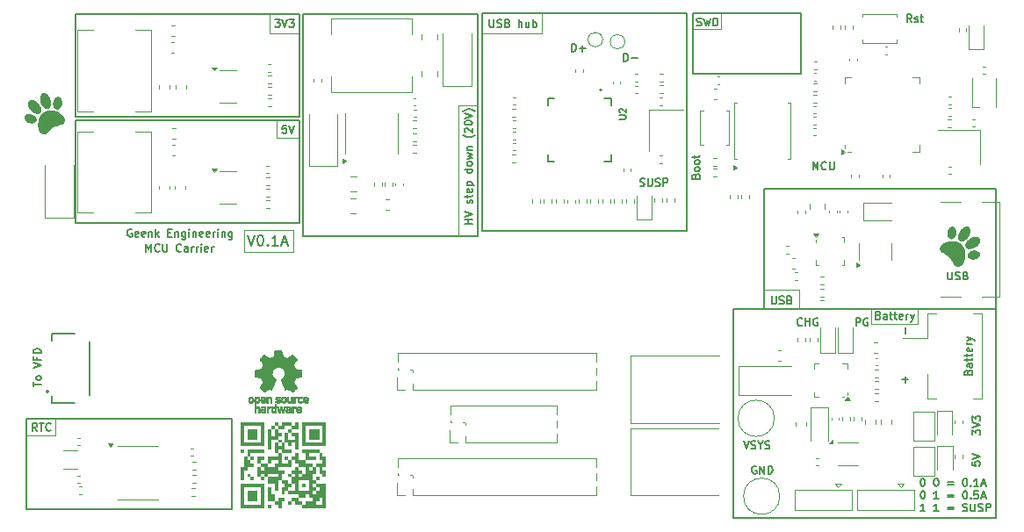
<source format=gbr>
%TF.GenerationSoftware,KiCad,Pcbnew,8.0.3*%
%TF.CreationDate,2024-07-04T12:22:57-04:00*%
%TF.ProjectId,vfd-tool,7666642d-746f-46f6-9c2e-6b696361645f,rev?*%
%TF.SameCoordinates,Original*%
%TF.FileFunction,Legend,Top*%
%TF.FilePolarity,Positive*%
%FSLAX46Y46*%
G04 Gerber Fmt 4.6, Leading zero omitted, Abs format (unit mm)*
G04 Created by KiCad (PCBNEW 8.0.3) date 2024-07-04 12:22:57*
%MOMM*%
%LPD*%
G01*
G04 APERTURE LIST*
%ADD10C,0.000000*%
%ADD11C,0.100000*%
%ADD12C,0.200000*%
%ADD13C,0.150000*%
%ADD14C,0.120000*%
%ADD15C,0.010000*%
%ADD16C,0.127000*%
G04 APERTURE END LIST*
D10*
G36*
X165752083Y-116490625D02*
G01*
X164429166Y-116490625D01*
X164429166Y-116821354D01*
X164098437Y-116821354D01*
X164098437Y-116159896D01*
X165752083Y-116159896D01*
X165752083Y-116490625D01*
G37*
G36*
X167405729Y-117482813D02*
G01*
X168067187Y-117482813D01*
X168067187Y-117152084D01*
X168397916Y-117152084D01*
X168397916Y-117813542D01*
X167075000Y-117813542D01*
X167075000Y-118144271D01*
X167736458Y-118144271D01*
X167736458Y-118475000D01*
X167405729Y-118475000D01*
X167405729Y-119136459D01*
X167075000Y-119136459D01*
X167075000Y-120128646D01*
X166744270Y-120128646D01*
X166744270Y-119467188D01*
X166082812Y-119467188D01*
X166082812Y-118805729D01*
X167075000Y-118805729D01*
X167075000Y-118475000D01*
X166082812Y-118475000D01*
X166082812Y-118805729D01*
X165752083Y-118805729D01*
X165752083Y-118475000D01*
X165421354Y-118475000D01*
X165421354Y-118805729D01*
X165090625Y-118805729D01*
X165090625Y-118144271D01*
X165090625Y-117813542D01*
X165421354Y-117813542D01*
X165421354Y-118144271D01*
X165752083Y-118144271D01*
X165752083Y-117813542D01*
X165421354Y-117813542D01*
X165421354Y-117482813D01*
X166082812Y-117482813D01*
X166082812Y-117813542D01*
X166744270Y-117813542D01*
X166744270Y-117482813D01*
X167075000Y-117482813D01*
X167075000Y-117152084D01*
X166413541Y-117152084D01*
X166413541Y-117482813D01*
X166082812Y-117482813D01*
X166082812Y-116821354D01*
X167075000Y-116821354D01*
X167075000Y-116490625D01*
X167405729Y-116490625D01*
X167405729Y-117482813D01*
G37*
D11*
X166250000Y-74125000D02*
X169100000Y-74125000D01*
X169100000Y-75975000D01*
X166250000Y-75975000D01*
X166250000Y-74125000D01*
D10*
G36*
X164759895Y-117152084D02*
G01*
X164429166Y-117152084D01*
X164429166Y-116821354D01*
X164759895Y-116821354D01*
X164759895Y-117152084D01*
G37*
D11*
X163762500Y-94950000D02*
X168537500Y-94950000D01*
X168537500Y-97100000D01*
X163762500Y-97100000D01*
X163762500Y-94950000D01*
D10*
G36*
X165752083Y-121782292D02*
G01*
X163436979Y-121782292D01*
X163436979Y-121451562D01*
X163436979Y-119797917D01*
X163767708Y-119797917D01*
X163767708Y-121451562D01*
X165421354Y-121451562D01*
X165421354Y-119797917D01*
X163767708Y-119797917D01*
X163436979Y-119797917D01*
X163436979Y-119467188D01*
X165752083Y-119467188D01*
X165752083Y-121782292D01*
G37*
G36*
X169059375Y-121120834D02*
G01*
X169390104Y-121120834D01*
X169390104Y-121451562D01*
X168728645Y-121451562D01*
X168728645Y-121120834D01*
X168397916Y-121120834D01*
X168397916Y-120790104D01*
X169059375Y-120790104D01*
X169059375Y-121120834D01*
G37*
G36*
X164098437Y-117152084D02*
G01*
X164429166Y-117152084D01*
X164429166Y-117482813D01*
X164759895Y-117482813D01*
X164759895Y-117813542D01*
X164098437Y-117813542D01*
X164098437Y-118144271D01*
X163767708Y-118144271D01*
X163767708Y-119136459D01*
X163436979Y-119136459D01*
X163436979Y-117813542D01*
X163767708Y-117813542D01*
X163767708Y-116821354D01*
X164098437Y-116821354D01*
X164098437Y-117152084D01*
G37*
D12*
X169450000Y-74125000D02*
X186325000Y-74125000D01*
X186325000Y-95575000D01*
X169450000Y-95575000D01*
X169450000Y-74125000D01*
D10*
G36*
X168397916Y-118805729D02*
G01*
X168067187Y-118805729D01*
X168067187Y-118475000D01*
X168397916Y-118475000D01*
X168397916Y-118805729D01*
G37*
D11*
X142825000Y-113150000D02*
X145625000Y-113150000D01*
X145625000Y-114750000D01*
X142825000Y-114750000D01*
X142825000Y-113150000D01*
X186775000Y-74100000D02*
X192500000Y-74100000D01*
X192500000Y-76000000D01*
X186775000Y-76000000D01*
X186775000Y-74100000D01*
D10*
G36*
X168397916Y-121451562D02*
G01*
X168067187Y-121451562D01*
X168067187Y-121120834D01*
X168397916Y-121120834D01*
X168397916Y-121451562D01*
G37*
D12*
X142825000Y-113150000D02*
X162650000Y-113150000D01*
X162650000Y-121925000D01*
X142825000Y-121925000D01*
X142825000Y-113150000D01*
D11*
X213950000Y-100700000D02*
X217300000Y-100700000D01*
X217300000Y-102600000D01*
X213950000Y-102600000D01*
X213950000Y-100700000D01*
X184475000Y-82975000D02*
X186325000Y-82975000D01*
X186325000Y-95575000D01*
X184475000Y-95575000D01*
X184475000Y-82975000D01*
D10*
G36*
X164429166Y-118805729D02*
G01*
X164098437Y-118805729D01*
X164098437Y-118475000D01*
X164429166Y-118475000D01*
X164429166Y-118805729D01*
G37*
G36*
X165090625Y-115167709D02*
G01*
X164098437Y-115167709D01*
X164098437Y-114175521D01*
X165090625Y-114175521D01*
X165090625Y-115167709D01*
G37*
D11*
X166975000Y-84400000D02*
X169100000Y-84400000D01*
X169100000Y-86075000D01*
X166975000Y-86075000D01*
X166975000Y-84400000D01*
D10*
G36*
X169059375Y-114175521D02*
G01*
X168397916Y-114175521D01*
X168397916Y-113844792D01*
X168728645Y-113844792D01*
X168728645Y-113514063D01*
X169059375Y-113514063D01*
X169059375Y-114175521D01*
G37*
G36*
X168397916Y-114506250D02*
G01*
X168067187Y-114506250D01*
X168067187Y-114175521D01*
X168397916Y-114175521D01*
X168397916Y-114506250D01*
G37*
G36*
X166413541Y-114836979D02*
G01*
X166744270Y-114836979D01*
X166744270Y-114175521D01*
X167075000Y-114175521D01*
X167075000Y-114506250D01*
X167405729Y-114506250D01*
X167405729Y-114836979D01*
X167075000Y-114836979D01*
X167075000Y-115167709D01*
X166413541Y-115167709D01*
X166413541Y-116159896D01*
X166082812Y-116159896D01*
X166082812Y-114175521D01*
X166413541Y-114175521D01*
X166413541Y-114836979D01*
G37*
D12*
X147525000Y-74125000D02*
X169100000Y-74125000D01*
X169100000Y-84025000D01*
X147525000Y-84025000D01*
X147525000Y-74125000D01*
D11*
X224275000Y-102575000D02*
X228700000Y-102575000D01*
X228700000Y-104025000D01*
X224275000Y-104025000D01*
X224275000Y-102575000D01*
D10*
G36*
X166413541Y-121782292D02*
G01*
X166082812Y-121782292D01*
X166082812Y-121451562D01*
X166413541Y-121451562D01*
X166413541Y-121782292D01*
G37*
G36*
X169720833Y-119797917D02*
G01*
X169390104Y-119797917D01*
X169390104Y-119467188D01*
X169720833Y-119467188D01*
X169720833Y-119797917D01*
G37*
G36*
X171705208Y-115829167D02*
G01*
X169390104Y-115829167D01*
X169390104Y-115498438D01*
X169390104Y-113844792D01*
X169720833Y-113844792D01*
X169720833Y-115498438D01*
X171374478Y-115498438D01*
X171374478Y-113844792D01*
X169720833Y-113844792D01*
X169390104Y-113844792D01*
X169390104Y-113514063D01*
X171705208Y-113514063D01*
X171705208Y-115829167D01*
G37*
G36*
X171043750Y-116490625D02*
G01*
X170051562Y-116490625D01*
X170051562Y-116821354D01*
X170713020Y-116821354D01*
X170713020Y-117152084D01*
X169720833Y-117152084D01*
X169720833Y-116490625D01*
X169390104Y-116490625D01*
X169390104Y-116159896D01*
X171043750Y-116159896D01*
X171043750Y-116490625D01*
G37*
D11*
X207025000Y-74100000D02*
X209800000Y-74100000D01*
X209800000Y-75625000D01*
X207025000Y-75625000D01*
X207025000Y-74100000D01*
D10*
G36*
X165752083Y-119136459D02*
G01*
X165421354Y-119136459D01*
X165421354Y-118805729D01*
X165752083Y-118805729D01*
X165752083Y-119136459D01*
G37*
D12*
X147525000Y-84400000D02*
X169100000Y-84400000D01*
X169100000Y-94300000D01*
X147525000Y-94300000D01*
X147525000Y-84400000D01*
X186775000Y-74100000D02*
X206500000Y-74100000D01*
X206500000Y-95050000D01*
X186775000Y-95050000D01*
X186775000Y-74100000D01*
X207025000Y-74100000D02*
X217475000Y-74100000D01*
X217475000Y-79875000D01*
X207025000Y-79875000D01*
X207025000Y-74100000D01*
D10*
G36*
X163767708Y-116490625D02*
G01*
X163436979Y-116490625D01*
X163436979Y-116159896D01*
X163767708Y-116159896D01*
X163767708Y-116490625D01*
G37*
G36*
X165090625Y-121120834D02*
G01*
X164098437Y-121120834D01*
X164098437Y-120128646D01*
X165090625Y-120128646D01*
X165090625Y-121120834D01*
G37*
G36*
X171043750Y-115167709D02*
G01*
X170051562Y-115167709D01*
X170051562Y-114175521D01*
X171043750Y-114175521D01*
X171043750Y-115167709D01*
G37*
G36*
X168067187Y-117152084D02*
G01*
X167736458Y-117152084D01*
X167736458Y-116821354D01*
X168067187Y-116821354D01*
X168067187Y-117152084D01*
G37*
G36*
X165752083Y-117152084D02*
G01*
X165421354Y-117152084D01*
X165421354Y-117482813D01*
X165090625Y-117482813D01*
X165090625Y-116821354D01*
X165752083Y-116821354D01*
X165752083Y-117152084D01*
G37*
D12*
X213950000Y-91000000D02*
X236275000Y-91000000D01*
X236275000Y-102600000D01*
X213950000Y-102600000D01*
X213950000Y-91000000D01*
D10*
G36*
X169059375Y-117152084D02*
G01*
X169720833Y-117152084D01*
X169720833Y-117482813D01*
X170382291Y-117482813D01*
X170382291Y-117813542D01*
X170051562Y-117813542D01*
X170051562Y-118144271D01*
X170382291Y-118144271D01*
X170382291Y-117813542D01*
X170713020Y-117813542D01*
X170713020Y-117482813D01*
X171374478Y-117482813D01*
X171374478Y-117152084D01*
X171043750Y-117152084D01*
X171043750Y-116490625D01*
X171374478Y-116490625D01*
X171374478Y-116821354D01*
X171705208Y-116821354D01*
X171705208Y-117813542D01*
X171374478Y-117813542D01*
X171374478Y-118144271D01*
X171705208Y-118144271D01*
X171705208Y-118805729D01*
X171374478Y-118805729D01*
X171374478Y-118475000D01*
X171043750Y-118475000D01*
X171043750Y-117813542D01*
X170713020Y-117813542D01*
X170713020Y-118475000D01*
X170382291Y-118475000D01*
X170382291Y-119136459D01*
X170713020Y-119136459D01*
X170713020Y-119467188D01*
X170382291Y-119467188D01*
X170382291Y-119797917D01*
X170713020Y-119797917D01*
X170713020Y-119467188D01*
X171705208Y-119467188D01*
X171705208Y-121782292D01*
X169390104Y-121782292D01*
X169390104Y-121451562D01*
X169720833Y-121451562D01*
X170713020Y-121451562D01*
X171374478Y-121451562D01*
X171374478Y-120790104D01*
X171043750Y-120790104D01*
X171043750Y-121120834D01*
X170713020Y-121120834D01*
X170713020Y-121451562D01*
X169720833Y-121451562D01*
X169720833Y-121120834D01*
X170382291Y-121120834D01*
X170382291Y-120790104D01*
X170051562Y-120790104D01*
X170051562Y-120459375D01*
X169720833Y-120459375D01*
X169720833Y-120790104D01*
X169059375Y-120790104D01*
X169059375Y-120459375D01*
X168067187Y-120459375D01*
X168067187Y-120128646D01*
X168728645Y-120128646D01*
X168728645Y-119467188D01*
X168397916Y-119467188D01*
X168397916Y-119797917D01*
X168067187Y-119797917D01*
X168067187Y-120128646D01*
X167736458Y-120128646D01*
X167736458Y-120459375D01*
X167405729Y-120459375D01*
X167405729Y-119797917D01*
X167736458Y-119797917D01*
X167736458Y-119467188D01*
X167405729Y-119467188D01*
X167405729Y-119136459D01*
X168067187Y-119136459D01*
X168067187Y-119467188D01*
X168397916Y-119467188D01*
X168397916Y-119136459D01*
X169059375Y-119136459D01*
X169059375Y-120128646D01*
X170051562Y-120128646D01*
X170382291Y-120128646D01*
X170382291Y-120459375D01*
X170713020Y-120459375D01*
X170713020Y-120128646D01*
X171043750Y-120128646D01*
X171043750Y-119797917D01*
X170713020Y-119797917D01*
X170713020Y-120128646D01*
X170382291Y-120128646D01*
X170051562Y-120128646D01*
X170051562Y-119136459D01*
X169059375Y-119136459D01*
X168397916Y-119136459D01*
X168397916Y-118805729D01*
X168728645Y-118805729D01*
X168728645Y-118475000D01*
X169059375Y-118475000D01*
X169059375Y-118805729D01*
X169390104Y-118805729D01*
X169390104Y-118475000D01*
X169059375Y-118475000D01*
X168728645Y-118475000D01*
X168397916Y-118475000D01*
X168397916Y-118144271D01*
X168728645Y-118144271D01*
X168728645Y-117813542D01*
X169059375Y-117813542D01*
X169059375Y-118144271D01*
X169390104Y-118144271D01*
X169390104Y-118475000D01*
X169720833Y-118475000D01*
X169720833Y-117813542D01*
X169059375Y-117813542D01*
X169059375Y-117482813D01*
X168728645Y-117482813D01*
X168728645Y-117152084D01*
X168397916Y-117152084D01*
X168397916Y-116821354D01*
X168728645Y-116821354D01*
X168728645Y-116490625D01*
X169059375Y-116490625D01*
X169059375Y-117152084D01*
G37*
G36*
X165752083Y-115829167D02*
G01*
X163436979Y-115829167D01*
X163436979Y-115498438D01*
X163436979Y-113844792D01*
X163767708Y-113844792D01*
X163767708Y-115498438D01*
X165421354Y-115498438D01*
X165421354Y-113844792D01*
X163767708Y-113844792D01*
X163436979Y-113844792D01*
X163436979Y-113514063D01*
X165752083Y-113514063D01*
X165752083Y-115829167D01*
G37*
D12*
X210987500Y-102600000D02*
X236262500Y-102600000D01*
X236262500Y-122775000D01*
X210987500Y-122775000D01*
X210987500Y-102600000D01*
D10*
G36*
X166744270Y-114175521D02*
G01*
X166413541Y-114175521D01*
X166413541Y-113844792D01*
X166744270Y-113844792D01*
X166744270Y-114175521D01*
G37*
G36*
X164759895Y-119136459D02*
G01*
X164429166Y-119136459D01*
X164429166Y-118805729D01*
X164759895Y-118805729D01*
X164759895Y-119136459D01*
G37*
G36*
X166413541Y-120459375D02*
G01*
X166744270Y-120459375D01*
X166744270Y-121120834D01*
X166082812Y-121120834D01*
X166082812Y-119797917D01*
X166413541Y-119797917D01*
X166413541Y-120459375D01*
G37*
G36*
X167075000Y-115829167D02*
G01*
X167405729Y-115829167D01*
X167405729Y-115498438D01*
X167736458Y-115498438D01*
X167736458Y-116159896D01*
X168397916Y-116159896D01*
X168397916Y-116490625D01*
X167405729Y-116490625D01*
X167405729Y-116159896D01*
X167075000Y-116159896D01*
X167075000Y-116490625D01*
X166744270Y-116490625D01*
X166744270Y-115498438D01*
X167075000Y-115498438D01*
X167075000Y-115829167D01*
G37*
G36*
X171043750Y-119136459D02*
G01*
X170713020Y-119136459D01*
X170713020Y-118805729D01*
X171043750Y-118805729D01*
X171043750Y-119136459D01*
G37*
G36*
X168067187Y-115167709D02*
G01*
X168728645Y-115167709D01*
X168728645Y-114836979D01*
X168397916Y-114836979D01*
X168397916Y-114506250D01*
X169059375Y-114506250D01*
X169059375Y-116159896D01*
X168728645Y-116159896D01*
X168728645Y-115498438D01*
X168397916Y-115498438D01*
X168397916Y-115829167D01*
X168067187Y-115829167D01*
X168067187Y-115498438D01*
X167736458Y-115498438D01*
X167736458Y-114506250D01*
X168067187Y-114506250D01*
X168067187Y-115167709D01*
G37*
G36*
X168397916Y-113844792D02*
G01*
X167736458Y-113844792D01*
X167736458Y-114175521D01*
X167075000Y-114175521D01*
X167075000Y-113844792D01*
X167405729Y-113844792D01*
X167405729Y-113514063D01*
X168397916Y-113514063D01*
X168397916Y-113844792D01*
G37*
G36*
X167075000Y-113844792D02*
G01*
X166744270Y-113844792D01*
X166744270Y-113514063D01*
X167075000Y-113514063D01*
X167075000Y-113844792D01*
G37*
G36*
X167736458Y-121120834D02*
G01*
X167405729Y-121120834D01*
X167405729Y-121782292D01*
X167075000Y-121782292D01*
X167075000Y-121451562D01*
X166744270Y-121451562D01*
X166744270Y-121120834D01*
X167075000Y-121120834D01*
X167075000Y-120790104D01*
X167736458Y-120790104D01*
X167736458Y-121120834D01*
G37*
G36*
X167405729Y-115498438D02*
G01*
X167075000Y-115498438D01*
X167075000Y-115167709D01*
X167405729Y-115167709D01*
X167405729Y-115498438D01*
G37*
D13*
X218627255Y-89150414D02*
X218627255Y-88400414D01*
X218627255Y-88400414D02*
X218877255Y-88936128D01*
X218877255Y-88936128D02*
X219127255Y-88400414D01*
X219127255Y-88400414D02*
X219127255Y-89150414D01*
X219912969Y-89078985D02*
X219877255Y-89114700D01*
X219877255Y-89114700D02*
X219770112Y-89150414D01*
X219770112Y-89150414D02*
X219698684Y-89150414D01*
X219698684Y-89150414D02*
X219591541Y-89114700D01*
X219591541Y-89114700D02*
X219520112Y-89043271D01*
X219520112Y-89043271D02*
X219484398Y-88971842D01*
X219484398Y-88971842D02*
X219448684Y-88828985D01*
X219448684Y-88828985D02*
X219448684Y-88721842D01*
X219448684Y-88721842D02*
X219484398Y-88578985D01*
X219484398Y-88578985D02*
X219520112Y-88507557D01*
X219520112Y-88507557D02*
X219591541Y-88436128D01*
X219591541Y-88436128D02*
X219698684Y-88400414D01*
X219698684Y-88400414D02*
X219770112Y-88400414D01*
X219770112Y-88400414D02*
X219877255Y-88436128D01*
X219877255Y-88436128D02*
X219912969Y-88471842D01*
X220234398Y-88400414D02*
X220234398Y-89007557D01*
X220234398Y-89007557D02*
X220270112Y-89078985D01*
X220270112Y-89078985D02*
X220305827Y-89114700D01*
X220305827Y-89114700D02*
X220377255Y-89150414D01*
X220377255Y-89150414D02*
X220520112Y-89150414D01*
X220520112Y-89150414D02*
X220591541Y-89114700D01*
X220591541Y-89114700D02*
X220627255Y-89078985D01*
X220627255Y-89078985D02*
X220662969Y-89007557D01*
X220662969Y-89007557D02*
X220662969Y-88400414D01*
X201966541Y-90714700D02*
X202073684Y-90750414D01*
X202073684Y-90750414D02*
X202252255Y-90750414D01*
X202252255Y-90750414D02*
X202323684Y-90714700D01*
X202323684Y-90714700D02*
X202359398Y-90678985D01*
X202359398Y-90678985D02*
X202395112Y-90607557D01*
X202395112Y-90607557D02*
X202395112Y-90536128D01*
X202395112Y-90536128D02*
X202359398Y-90464700D01*
X202359398Y-90464700D02*
X202323684Y-90428985D01*
X202323684Y-90428985D02*
X202252255Y-90393271D01*
X202252255Y-90393271D02*
X202109398Y-90357557D01*
X202109398Y-90357557D02*
X202037969Y-90321842D01*
X202037969Y-90321842D02*
X202002255Y-90286128D01*
X202002255Y-90286128D02*
X201966541Y-90214700D01*
X201966541Y-90214700D02*
X201966541Y-90143271D01*
X201966541Y-90143271D02*
X202002255Y-90071842D01*
X202002255Y-90071842D02*
X202037969Y-90036128D01*
X202037969Y-90036128D02*
X202109398Y-90000414D01*
X202109398Y-90000414D02*
X202287969Y-90000414D01*
X202287969Y-90000414D02*
X202395112Y-90036128D01*
X202716541Y-90000414D02*
X202716541Y-90607557D01*
X202716541Y-90607557D02*
X202752255Y-90678985D01*
X202752255Y-90678985D02*
X202787970Y-90714700D01*
X202787970Y-90714700D02*
X202859398Y-90750414D01*
X202859398Y-90750414D02*
X203002255Y-90750414D01*
X203002255Y-90750414D02*
X203073684Y-90714700D01*
X203073684Y-90714700D02*
X203109398Y-90678985D01*
X203109398Y-90678985D02*
X203145112Y-90607557D01*
X203145112Y-90607557D02*
X203145112Y-90000414D01*
X203466541Y-90714700D02*
X203573684Y-90750414D01*
X203573684Y-90750414D02*
X203752255Y-90750414D01*
X203752255Y-90750414D02*
X203823684Y-90714700D01*
X203823684Y-90714700D02*
X203859398Y-90678985D01*
X203859398Y-90678985D02*
X203895112Y-90607557D01*
X203895112Y-90607557D02*
X203895112Y-90536128D01*
X203895112Y-90536128D02*
X203859398Y-90464700D01*
X203859398Y-90464700D02*
X203823684Y-90428985D01*
X203823684Y-90428985D02*
X203752255Y-90393271D01*
X203752255Y-90393271D02*
X203609398Y-90357557D01*
X203609398Y-90357557D02*
X203537969Y-90321842D01*
X203537969Y-90321842D02*
X203502255Y-90286128D01*
X203502255Y-90286128D02*
X203466541Y-90214700D01*
X203466541Y-90214700D02*
X203466541Y-90143271D01*
X203466541Y-90143271D02*
X203502255Y-90071842D01*
X203502255Y-90071842D02*
X203537969Y-90036128D01*
X203537969Y-90036128D02*
X203609398Y-90000414D01*
X203609398Y-90000414D02*
X203787969Y-90000414D01*
X203787969Y-90000414D02*
X203895112Y-90036128D01*
X204216541Y-90750414D02*
X204216541Y-90000414D01*
X204216541Y-90000414D02*
X204502255Y-90000414D01*
X204502255Y-90000414D02*
X204573684Y-90036128D01*
X204573684Y-90036128D02*
X204609398Y-90071842D01*
X204609398Y-90071842D02*
X204645112Y-90143271D01*
X204645112Y-90143271D02*
X204645112Y-90250414D01*
X204645112Y-90250414D02*
X204609398Y-90321842D01*
X204609398Y-90321842D02*
X204573684Y-90357557D01*
X204573684Y-90357557D02*
X204502255Y-90393271D01*
X204502255Y-90393271D02*
X204216541Y-90393271D01*
X234025414Y-114719173D02*
X234025414Y-114254887D01*
X234025414Y-114254887D02*
X234311128Y-114504887D01*
X234311128Y-114504887D02*
X234311128Y-114397744D01*
X234311128Y-114397744D02*
X234346842Y-114326316D01*
X234346842Y-114326316D02*
X234382557Y-114290601D01*
X234382557Y-114290601D02*
X234453985Y-114254887D01*
X234453985Y-114254887D02*
X234632557Y-114254887D01*
X234632557Y-114254887D02*
X234703985Y-114290601D01*
X234703985Y-114290601D02*
X234739700Y-114326316D01*
X234739700Y-114326316D02*
X234775414Y-114397744D01*
X234775414Y-114397744D02*
X234775414Y-114612030D01*
X234775414Y-114612030D02*
X234739700Y-114683458D01*
X234739700Y-114683458D02*
X234703985Y-114719173D01*
X234025414Y-114040601D02*
X234775414Y-113790601D01*
X234775414Y-113790601D02*
X234025414Y-113540601D01*
X234025414Y-113362030D02*
X234025414Y-112897744D01*
X234025414Y-112897744D02*
X234311128Y-113147744D01*
X234311128Y-113147744D02*
X234311128Y-113040601D01*
X234311128Y-113040601D02*
X234346842Y-112969173D01*
X234346842Y-112969173D02*
X234382557Y-112933458D01*
X234382557Y-112933458D02*
X234453985Y-112897744D01*
X234453985Y-112897744D02*
X234632557Y-112897744D01*
X234632557Y-112897744D02*
X234703985Y-112933458D01*
X234703985Y-112933458D02*
X234739700Y-112969173D01*
X234739700Y-112969173D02*
X234775414Y-113040601D01*
X234775414Y-113040601D02*
X234775414Y-113254887D01*
X234775414Y-113254887D02*
X234739700Y-113326315D01*
X234739700Y-113326315D02*
X234703985Y-113362030D01*
X227227255Y-109389700D02*
X227798684Y-109389700D01*
X227512969Y-109675414D02*
X227512969Y-109103985D01*
X211970112Y-115325414D02*
X212220112Y-116075414D01*
X212220112Y-116075414D02*
X212470112Y-115325414D01*
X212684398Y-116039700D02*
X212791541Y-116075414D01*
X212791541Y-116075414D02*
X212970112Y-116075414D01*
X212970112Y-116075414D02*
X213041541Y-116039700D01*
X213041541Y-116039700D02*
X213077255Y-116003985D01*
X213077255Y-116003985D02*
X213112969Y-115932557D01*
X213112969Y-115932557D02*
X213112969Y-115861128D01*
X213112969Y-115861128D02*
X213077255Y-115789700D01*
X213077255Y-115789700D02*
X213041541Y-115753985D01*
X213041541Y-115753985D02*
X212970112Y-115718271D01*
X212970112Y-115718271D02*
X212827255Y-115682557D01*
X212827255Y-115682557D02*
X212755826Y-115646842D01*
X212755826Y-115646842D02*
X212720112Y-115611128D01*
X212720112Y-115611128D02*
X212684398Y-115539700D01*
X212684398Y-115539700D02*
X212684398Y-115468271D01*
X212684398Y-115468271D02*
X212720112Y-115396842D01*
X212720112Y-115396842D02*
X212755826Y-115361128D01*
X212755826Y-115361128D02*
X212827255Y-115325414D01*
X212827255Y-115325414D02*
X213005826Y-115325414D01*
X213005826Y-115325414D02*
X213112969Y-115361128D01*
X213577255Y-115718271D02*
X213577255Y-116075414D01*
X213327255Y-115325414D02*
X213577255Y-115718271D01*
X213577255Y-115718271D02*
X213827255Y-115325414D01*
X214041541Y-116039700D02*
X214148684Y-116075414D01*
X214148684Y-116075414D02*
X214327255Y-116075414D01*
X214327255Y-116075414D02*
X214398684Y-116039700D01*
X214398684Y-116039700D02*
X214434398Y-116003985D01*
X214434398Y-116003985D02*
X214470112Y-115932557D01*
X214470112Y-115932557D02*
X214470112Y-115861128D01*
X214470112Y-115861128D02*
X214434398Y-115789700D01*
X214434398Y-115789700D02*
X214398684Y-115753985D01*
X214398684Y-115753985D02*
X214327255Y-115718271D01*
X214327255Y-115718271D02*
X214184398Y-115682557D01*
X214184398Y-115682557D02*
X214112969Y-115646842D01*
X214112969Y-115646842D02*
X214077255Y-115611128D01*
X214077255Y-115611128D02*
X214041541Y-115539700D01*
X214041541Y-115539700D02*
X214041541Y-115468271D01*
X214041541Y-115468271D02*
X214077255Y-115396842D01*
X214077255Y-115396842D02*
X214112969Y-115361128D01*
X214112969Y-115361128D02*
X214184398Y-115325414D01*
X214184398Y-115325414D02*
X214362969Y-115325414D01*
X214362969Y-115325414D02*
X214470112Y-115361128D01*
X224952255Y-103207557D02*
X225059398Y-103243271D01*
X225059398Y-103243271D02*
X225095112Y-103278985D01*
X225095112Y-103278985D02*
X225130826Y-103350414D01*
X225130826Y-103350414D02*
X225130826Y-103457557D01*
X225130826Y-103457557D02*
X225095112Y-103528985D01*
X225095112Y-103528985D02*
X225059398Y-103564700D01*
X225059398Y-103564700D02*
X224987969Y-103600414D01*
X224987969Y-103600414D02*
X224702255Y-103600414D01*
X224702255Y-103600414D02*
X224702255Y-102850414D01*
X224702255Y-102850414D02*
X224952255Y-102850414D01*
X224952255Y-102850414D02*
X225023684Y-102886128D01*
X225023684Y-102886128D02*
X225059398Y-102921842D01*
X225059398Y-102921842D02*
X225095112Y-102993271D01*
X225095112Y-102993271D02*
X225095112Y-103064700D01*
X225095112Y-103064700D02*
X225059398Y-103136128D01*
X225059398Y-103136128D02*
X225023684Y-103171842D01*
X225023684Y-103171842D02*
X224952255Y-103207557D01*
X224952255Y-103207557D02*
X224702255Y-103207557D01*
X225773684Y-103600414D02*
X225773684Y-103207557D01*
X225773684Y-103207557D02*
X225737969Y-103136128D01*
X225737969Y-103136128D02*
X225666541Y-103100414D01*
X225666541Y-103100414D02*
X225523684Y-103100414D01*
X225523684Y-103100414D02*
X225452255Y-103136128D01*
X225773684Y-103564700D02*
X225702255Y-103600414D01*
X225702255Y-103600414D02*
X225523684Y-103600414D01*
X225523684Y-103600414D02*
X225452255Y-103564700D01*
X225452255Y-103564700D02*
X225416541Y-103493271D01*
X225416541Y-103493271D02*
X225416541Y-103421842D01*
X225416541Y-103421842D02*
X225452255Y-103350414D01*
X225452255Y-103350414D02*
X225523684Y-103314700D01*
X225523684Y-103314700D02*
X225702255Y-103314700D01*
X225702255Y-103314700D02*
X225773684Y-103278985D01*
X226023683Y-103100414D02*
X226309397Y-103100414D01*
X226130826Y-102850414D02*
X226130826Y-103493271D01*
X226130826Y-103493271D02*
X226166540Y-103564700D01*
X226166540Y-103564700D02*
X226237969Y-103600414D01*
X226237969Y-103600414D02*
X226309397Y-103600414D01*
X226452254Y-103100414D02*
X226737968Y-103100414D01*
X226559397Y-102850414D02*
X226559397Y-103493271D01*
X226559397Y-103493271D02*
X226595111Y-103564700D01*
X226595111Y-103564700D02*
X226666540Y-103600414D01*
X226666540Y-103600414D02*
X226737968Y-103600414D01*
X227273682Y-103564700D02*
X227202254Y-103600414D01*
X227202254Y-103600414D02*
X227059397Y-103600414D01*
X227059397Y-103600414D02*
X226987968Y-103564700D01*
X226987968Y-103564700D02*
X226952254Y-103493271D01*
X226952254Y-103493271D02*
X226952254Y-103207557D01*
X226952254Y-103207557D02*
X226987968Y-103136128D01*
X226987968Y-103136128D02*
X227059397Y-103100414D01*
X227059397Y-103100414D02*
X227202254Y-103100414D01*
X227202254Y-103100414D02*
X227273682Y-103136128D01*
X227273682Y-103136128D02*
X227309397Y-103207557D01*
X227309397Y-103207557D02*
X227309397Y-103278985D01*
X227309397Y-103278985D02*
X226952254Y-103350414D01*
X227630825Y-103600414D02*
X227630825Y-103100414D01*
X227630825Y-103243271D02*
X227666539Y-103171842D01*
X227666539Y-103171842D02*
X227702254Y-103136128D01*
X227702254Y-103136128D02*
X227773682Y-103100414D01*
X227773682Y-103100414D02*
X227845111Y-103100414D01*
X228023682Y-103100414D02*
X228202254Y-103600414D01*
X228380825Y-103100414D02*
X228202254Y-103600414D01*
X228202254Y-103600414D02*
X228130825Y-103778985D01*
X228130825Y-103778985D02*
X228095111Y-103814700D01*
X228095111Y-103814700D02*
X228023682Y-103850414D01*
X207332557Y-89772744D02*
X207368271Y-89665601D01*
X207368271Y-89665601D02*
X207403985Y-89629887D01*
X207403985Y-89629887D02*
X207475414Y-89594173D01*
X207475414Y-89594173D02*
X207582557Y-89594173D01*
X207582557Y-89594173D02*
X207653985Y-89629887D01*
X207653985Y-89629887D02*
X207689700Y-89665601D01*
X207689700Y-89665601D02*
X207725414Y-89737030D01*
X207725414Y-89737030D02*
X207725414Y-90022744D01*
X207725414Y-90022744D02*
X206975414Y-90022744D01*
X206975414Y-90022744D02*
X206975414Y-89772744D01*
X206975414Y-89772744D02*
X207011128Y-89701316D01*
X207011128Y-89701316D02*
X207046842Y-89665601D01*
X207046842Y-89665601D02*
X207118271Y-89629887D01*
X207118271Y-89629887D02*
X207189700Y-89629887D01*
X207189700Y-89629887D02*
X207261128Y-89665601D01*
X207261128Y-89665601D02*
X207296842Y-89701316D01*
X207296842Y-89701316D02*
X207332557Y-89772744D01*
X207332557Y-89772744D02*
X207332557Y-90022744D01*
X207725414Y-89165601D02*
X207689700Y-89237030D01*
X207689700Y-89237030D02*
X207653985Y-89272744D01*
X207653985Y-89272744D02*
X207582557Y-89308458D01*
X207582557Y-89308458D02*
X207368271Y-89308458D01*
X207368271Y-89308458D02*
X207296842Y-89272744D01*
X207296842Y-89272744D02*
X207261128Y-89237030D01*
X207261128Y-89237030D02*
X207225414Y-89165601D01*
X207225414Y-89165601D02*
X207225414Y-89058458D01*
X207225414Y-89058458D02*
X207261128Y-88987030D01*
X207261128Y-88987030D02*
X207296842Y-88951316D01*
X207296842Y-88951316D02*
X207368271Y-88915601D01*
X207368271Y-88915601D02*
X207582557Y-88915601D01*
X207582557Y-88915601D02*
X207653985Y-88951316D01*
X207653985Y-88951316D02*
X207689700Y-88987030D01*
X207689700Y-88987030D02*
X207725414Y-89058458D01*
X207725414Y-89058458D02*
X207725414Y-89165601D01*
X207725414Y-88487030D02*
X207689700Y-88558459D01*
X207689700Y-88558459D02*
X207653985Y-88594173D01*
X207653985Y-88594173D02*
X207582557Y-88629887D01*
X207582557Y-88629887D02*
X207368271Y-88629887D01*
X207368271Y-88629887D02*
X207296842Y-88594173D01*
X207296842Y-88594173D02*
X207261128Y-88558459D01*
X207261128Y-88558459D02*
X207225414Y-88487030D01*
X207225414Y-88487030D02*
X207225414Y-88379887D01*
X207225414Y-88379887D02*
X207261128Y-88308459D01*
X207261128Y-88308459D02*
X207296842Y-88272745D01*
X207296842Y-88272745D02*
X207368271Y-88237030D01*
X207368271Y-88237030D02*
X207582557Y-88237030D01*
X207582557Y-88237030D02*
X207653985Y-88272745D01*
X207653985Y-88272745D02*
X207689700Y-88308459D01*
X207689700Y-88308459D02*
X207725414Y-88379887D01*
X207725414Y-88379887D02*
X207725414Y-88487030D01*
X207225414Y-88022745D02*
X207225414Y-87737031D01*
X206975414Y-87915602D02*
X207618271Y-87915602D01*
X207618271Y-87915602D02*
X207689700Y-87879888D01*
X207689700Y-87879888D02*
X207725414Y-87808459D01*
X207725414Y-87808459D02*
X207725414Y-87737031D01*
X207441541Y-75239700D02*
X207548684Y-75275414D01*
X207548684Y-75275414D02*
X207727255Y-75275414D01*
X207727255Y-75275414D02*
X207798684Y-75239700D01*
X207798684Y-75239700D02*
X207834398Y-75203985D01*
X207834398Y-75203985D02*
X207870112Y-75132557D01*
X207870112Y-75132557D02*
X207870112Y-75061128D01*
X207870112Y-75061128D02*
X207834398Y-74989700D01*
X207834398Y-74989700D02*
X207798684Y-74953985D01*
X207798684Y-74953985D02*
X207727255Y-74918271D01*
X207727255Y-74918271D02*
X207584398Y-74882557D01*
X207584398Y-74882557D02*
X207512969Y-74846842D01*
X207512969Y-74846842D02*
X207477255Y-74811128D01*
X207477255Y-74811128D02*
X207441541Y-74739700D01*
X207441541Y-74739700D02*
X207441541Y-74668271D01*
X207441541Y-74668271D02*
X207477255Y-74596842D01*
X207477255Y-74596842D02*
X207512969Y-74561128D01*
X207512969Y-74561128D02*
X207584398Y-74525414D01*
X207584398Y-74525414D02*
X207762969Y-74525414D01*
X207762969Y-74525414D02*
X207870112Y-74561128D01*
X208120112Y-74525414D02*
X208298684Y-75275414D01*
X208298684Y-75275414D02*
X208441541Y-74739700D01*
X208441541Y-74739700D02*
X208584398Y-75275414D01*
X208584398Y-75275414D02*
X208762970Y-74525414D01*
X209048684Y-75275414D02*
X209048684Y-74525414D01*
X209048684Y-74525414D02*
X209227255Y-74525414D01*
X209227255Y-74525414D02*
X209334398Y-74561128D01*
X209334398Y-74561128D02*
X209405827Y-74632557D01*
X209405827Y-74632557D02*
X209441541Y-74703985D01*
X209441541Y-74703985D02*
X209477255Y-74846842D01*
X209477255Y-74846842D02*
X209477255Y-74953985D01*
X209477255Y-74953985D02*
X209441541Y-75096842D01*
X209441541Y-75096842D02*
X209405827Y-75168271D01*
X209405827Y-75168271D02*
X209334398Y-75239700D01*
X209334398Y-75239700D02*
X209227255Y-75275414D01*
X209227255Y-75275414D02*
X209048684Y-75275414D01*
X152970112Y-94911128D02*
X152898684Y-94875414D01*
X152898684Y-94875414D02*
X152791541Y-94875414D01*
X152791541Y-94875414D02*
X152684398Y-94911128D01*
X152684398Y-94911128D02*
X152612969Y-94982557D01*
X152612969Y-94982557D02*
X152577255Y-95053985D01*
X152577255Y-95053985D02*
X152541541Y-95196842D01*
X152541541Y-95196842D02*
X152541541Y-95303985D01*
X152541541Y-95303985D02*
X152577255Y-95446842D01*
X152577255Y-95446842D02*
X152612969Y-95518271D01*
X152612969Y-95518271D02*
X152684398Y-95589700D01*
X152684398Y-95589700D02*
X152791541Y-95625414D01*
X152791541Y-95625414D02*
X152862969Y-95625414D01*
X152862969Y-95625414D02*
X152970112Y-95589700D01*
X152970112Y-95589700D02*
X153005826Y-95553985D01*
X153005826Y-95553985D02*
X153005826Y-95303985D01*
X153005826Y-95303985D02*
X152862969Y-95303985D01*
X153612969Y-95589700D02*
X153541541Y-95625414D01*
X153541541Y-95625414D02*
X153398684Y-95625414D01*
X153398684Y-95625414D02*
X153327255Y-95589700D01*
X153327255Y-95589700D02*
X153291541Y-95518271D01*
X153291541Y-95518271D02*
X153291541Y-95232557D01*
X153291541Y-95232557D02*
X153327255Y-95161128D01*
X153327255Y-95161128D02*
X153398684Y-95125414D01*
X153398684Y-95125414D02*
X153541541Y-95125414D01*
X153541541Y-95125414D02*
X153612969Y-95161128D01*
X153612969Y-95161128D02*
X153648684Y-95232557D01*
X153648684Y-95232557D02*
X153648684Y-95303985D01*
X153648684Y-95303985D02*
X153291541Y-95375414D01*
X154255826Y-95589700D02*
X154184398Y-95625414D01*
X154184398Y-95625414D02*
X154041541Y-95625414D01*
X154041541Y-95625414D02*
X153970112Y-95589700D01*
X153970112Y-95589700D02*
X153934398Y-95518271D01*
X153934398Y-95518271D02*
X153934398Y-95232557D01*
X153934398Y-95232557D02*
X153970112Y-95161128D01*
X153970112Y-95161128D02*
X154041541Y-95125414D01*
X154041541Y-95125414D02*
X154184398Y-95125414D01*
X154184398Y-95125414D02*
X154255826Y-95161128D01*
X154255826Y-95161128D02*
X154291541Y-95232557D01*
X154291541Y-95232557D02*
X154291541Y-95303985D01*
X154291541Y-95303985D02*
X153934398Y-95375414D01*
X154612969Y-95125414D02*
X154612969Y-95625414D01*
X154612969Y-95196842D02*
X154648683Y-95161128D01*
X154648683Y-95161128D02*
X154720112Y-95125414D01*
X154720112Y-95125414D02*
X154827255Y-95125414D01*
X154827255Y-95125414D02*
X154898683Y-95161128D01*
X154898683Y-95161128D02*
X154934398Y-95232557D01*
X154934398Y-95232557D02*
X154934398Y-95625414D01*
X155291540Y-95625414D02*
X155291540Y-94875414D01*
X155362969Y-95339700D02*
X155577254Y-95625414D01*
X155577254Y-95125414D02*
X155291540Y-95411128D01*
X156470112Y-95232557D02*
X156720112Y-95232557D01*
X156827255Y-95625414D02*
X156470112Y-95625414D01*
X156470112Y-95625414D02*
X156470112Y-94875414D01*
X156470112Y-94875414D02*
X156827255Y-94875414D01*
X157148683Y-95125414D02*
X157148683Y-95625414D01*
X157148683Y-95196842D02*
X157184397Y-95161128D01*
X157184397Y-95161128D02*
X157255826Y-95125414D01*
X157255826Y-95125414D02*
X157362969Y-95125414D01*
X157362969Y-95125414D02*
X157434397Y-95161128D01*
X157434397Y-95161128D02*
X157470112Y-95232557D01*
X157470112Y-95232557D02*
X157470112Y-95625414D01*
X158148683Y-95125414D02*
X158148683Y-95732557D01*
X158148683Y-95732557D02*
X158112968Y-95803985D01*
X158112968Y-95803985D02*
X158077254Y-95839700D01*
X158077254Y-95839700D02*
X158005825Y-95875414D01*
X158005825Y-95875414D02*
X157898683Y-95875414D01*
X157898683Y-95875414D02*
X157827254Y-95839700D01*
X158148683Y-95589700D02*
X158077254Y-95625414D01*
X158077254Y-95625414D02*
X157934397Y-95625414D01*
X157934397Y-95625414D02*
X157862968Y-95589700D01*
X157862968Y-95589700D02*
X157827254Y-95553985D01*
X157827254Y-95553985D02*
X157791540Y-95482557D01*
X157791540Y-95482557D02*
X157791540Y-95268271D01*
X157791540Y-95268271D02*
X157827254Y-95196842D01*
X157827254Y-95196842D02*
X157862968Y-95161128D01*
X157862968Y-95161128D02*
X157934397Y-95125414D01*
X157934397Y-95125414D02*
X158077254Y-95125414D01*
X158077254Y-95125414D02*
X158148683Y-95161128D01*
X158505825Y-95625414D02*
X158505825Y-95125414D01*
X158505825Y-94875414D02*
X158470111Y-94911128D01*
X158470111Y-94911128D02*
X158505825Y-94946842D01*
X158505825Y-94946842D02*
X158541539Y-94911128D01*
X158541539Y-94911128D02*
X158505825Y-94875414D01*
X158505825Y-94875414D02*
X158505825Y-94946842D01*
X158862968Y-95125414D02*
X158862968Y-95625414D01*
X158862968Y-95196842D02*
X158898682Y-95161128D01*
X158898682Y-95161128D02*
X158970111Y-95125414D01*
X158970111Y-95125414D02*
X159077254Y-95125414D01*
X159077254Y-95125414D02*
X159148682Y-95161128D01*
X159148682Y-95161128D02*
X159184397Y-95232557D01*
X159184397Y-95232557D02*
X159184397Y-95625414D01*
X159827253Y-95589700D02*
X159755825Y-95625414D01*
X159755825Y-95625414D02*
X159612968Y-95625414D01*
X159612968Y-95625414D02*
X159541539Y-95589700D01*
X159541539Y-95589700D02*
X159505825Y-95518271D01*
X159505825Y-95518271D02*
X159505825Y-95232557D01*
X159505825Y-95232557D02*
X159541539Y-95161128D01*
X159541539Y-95161128D02*
X159612968Y-95125414D01*
X159612968Y-95125414D02*
X159755825Y-95125414D01*
X159755825Y-95125414D02*
X159827253Y-95161128D01*
X159827253Y-95161128D02*
X159862968Y-95232557D01*
X159862968Y-95232557D02*
X159862968Y-95303985D01*
X159862968Y-95303985D02*
X159505825Y-95375414D01*
X160470110Y-95589700D02*
X160398682Y-95625414D01*
X160398682Y-95625414D02*
X160255825Y-95625414D01*
X160255825Y-95625414D02*
X160184396Y-95589700D01*
X160184396Y-95589700D02*
X160148682Y-95518271D01*
X160148682Y-95518271D02*
X160148682Y-95232557D01*
X160148682Y-95232557D02*
X160184396Y-95161128D01*
X160184396Y-95161128D02*
X160255825Y-95125414D01*
X160255825Y-95125414D02*
X160398682Y-95125414D01*
X160398682Y-95125414D02*
X160470110Y-95161128D01*
X160470110Y-95161128D02*
X160505825Y-95232557D01*
X160505825Y-95232557D02*
X160505825Y-95303985D01*
X160505825Y-95303985D02*
X160148682Y-95375414D01*
X160827253Y-95625414D02*
X160827253Y-95125414D01*
X160827253Y-95268271D02*
X160862967Y-95196842D01*
X160862967Y-95196842D02*
X160898682Y-95161128D01*
X160898682Y-95161128D02*
X160970110Y-95125414D01*
X160970110Y-95125414D02*
X161041539Y-95125414D01*
X161291539Y-95625414D02*
X161291539Y-95125414D01*
X161291539Y-94875414D02*
X161255825Y-94911128D01*
X161255825Y-94911128D02*
X161291539Y-94946842D01*
X161291539Y-94946842D02*
X161327253Y-94911128D01*
X161327253Y-94911128D02*
X161291539Y-94875414D01*
X161291539Y-94875414D02*
X161291539Y-94946842D01*
X161648682Y-95125414D02*
X161648682Y-95625414D01*
X161648682Y-95196842D02*
X161684396Y-95161128D01*
X161684396Y-95161128D02*
X161755825Y-95125414D01*
X161755825Y-95125414D02*
X161862968Y-95125414D01*
X161862968Y-95125414D02*
X161934396Y-95161128D01*
X161934396Y-95161128D02*
X161970111Y-95232557D01*
X161970111Y-95232557D02*
X161970111Y-95625414D01*
X162648682Y-95125414D02*
X162648682Y-95732557D01*
X162648682Y-95732557D02*
X162612967Y-95803985D01*
X162612967Y-95803985D02*
X162577253Y-95839700D01*
X162577253Y-95839700D02*
X162505824Y-95875414D01*
X162505824Y-95875414D02*
X162398682Y-95875414D01*
X162398682Y-95875414D02*
X162327253Y-95839700D01*
X162648682Y-95589700D02*
X162577253Y-95625414D01*
X162577253Y-95625414D02*
X162434396Y-95625414D01*
X162434396Y-95625414D02*
X162362967Y-95589700D01*
X162362967Y-95589700D02*
X162327253Y-95553985D01*
X162327253Y-95553985D02*
X162291539Y-95482557D01*
X162291539Y-95482557D02*
X162291539Y-95268271D01*
X162291539Y-95268271D02*
X162327253Y-95196842D01*
X162327253Y-95196842D02*
X162362967Y-95161128D01*
X162362967Y-95161128D02*
X162434396Y-95125414D01*
X162434396Y-95125414D02*
X162577253Y-95125414D01*
X162577253Y-95125414D02*
X162648682Y-95161128D01*
X143830826Y-114350414D02*
X143580826Y-113993271D01*
X143402255Y-114350414D02*
X143402255Y-113600414D01*
X143402255Y-113600414D02*
X143687969Y-113600414D01*
X143687969Y-113600414D02*
X143759398Y-113636128D01*
X143759398Y-113636128D02*
X143795112Y-113671842D01*
X143795112Y-113671842D02*
X143830826Y-113743271D01*
X143830826Y-113743271D02*
X143830826Y-113850414D01*
X143830826Y-113850414D02*
X143795112Y-113921842D01*
X143795112Y-113921842D02*
X143759398Y-113957557D01*
X143759398Y-113957557D02*
X143687969Y-113993271D01*
X143687969Y-113993271D02*
X143402255Y-113993271D01*
X144045112Y-113600414D02*
X144473684Y-113600414D01*
X144259398Y-114350414D02*
X144259398Y-113600414D01*
X145152255Y-114278985D02*
X145116541Y-114314700D01*
X145116541Y-114314700D02*
X145009398Y-114350414D01*
X145009398Y-114350414D02*
X144937970Y-114350414D01*
X144937970Y-114350414D02*
X144830827Y-114314700D01*
X144830827Y-114314700D02*
X144759398Y-114243271D01*
X144759398Y-114243271D02*
X144723684Y-114171842D01*
X144723684Y-114171842D02*
X144687970Y-114028985D01*
X144687970Y-114028985D02*
X144687970Y-113921842D01*
X144687970Y-113921842D02*
X144723684Y-113778985D01*
X144723684Y-113778985D02*
X144759398Y-113707557D01*
X144759398Y-113707557D02*
X144830827Y-113636128D01*
X144830827Y-113636128D02*
X144937970Y-113600414D01*
X144937970Y-113600414D02*
X145009398Y-113600414D01*
X145009398Y-113600414D02*
X145116541Y-113636128D01*
X145116541Y-113636128D02*
X145152255Y-113671842D01*
X213170112Y-117761128D02*
X213098684Y-117725414D01*
X213098684Y-117725414D02*
X212991541Y-117725414D01*
X212991541Y-117725414D02*
X212884398Y-117761128D01*
X212884398Y-117761128D02*
X212812969Y-117832557D01*
X212812969Y-117832557D02*
X212777255Y-117903985D01*
X212777255Y-117903985D02*
X212741541Y-118046842D01*
X212741541Y-118046842D02*
X212741541Y-118153985D01*
X212741541Y-118153985D02*
X212777255Y-118296842D01*
X212777255Y-118296842D02*
X212812969Y-118368271D01*
X212812969Y-118368271D02*
X212884398Y-118439700D01*
X212884398Y-118439700D02*
X212991541Y-118475414D01*
X212991541Y-118475414D02*
X213062969Y-118475414D01*
X213062969Y-118475414D02*
X213170112Y-118439700D01*
X213170112Y-118439700D02*
X213205826Y-118403985D01*
X213205826Y-118403985D02*
X213205826Y-118153985D01*
X213205826Y-118153985D02*
X213062969Y-118153985D01*
X213527255Y-118475414D02*
X213527255Y-117725414D01*
X213527255Y-117725414D02*
X213955826Y-118475414D01*
X213955826Y-118475414D02*
X213955826Y-117725414D01*
X214312969Y-118475414D02*
X214312969Y-117725414D01*
X214312969Y-117725414D02*
X214491540Y-117725414D01*
X214491540Y-117725414D02*
X214598683Y-117761128D01*
X214598683Y-117761128D02*
X214670112Y-117832557D01*
X214670112Y-117832557D02*
X214705826Y-117903985D01*
X214705826Y-117903985D02*
X214741540Y-118046842D01*
X214741540Y-118046842D02*
X214741540Y-118153985D01*
X214741540Y-118153985D02*
X214705826Y-118296842D01*
X214705826Y-118296842D02*
X214670112Y-118368271D01*
X214670112Y-118368271D02*
X214598683Y-118439700D01*
X214598683Y-118439700D02*
X214491540Y-118475414D01*
X214491540Y-118475414D02*
X214312969Y-118475414D01*
X217580826Y-104128985D02*
X217545112Y-104164700D01*
X217545112Y-104164700D02*
X217437969Y-104200414D01*
X217437969Y-104200414D02*
X217366541Y-104200414D01*
X217366541Y-104200414D02*
X217259398Y-104164700D01*
X217259398Y-104164700D02*
X217187969Y-104093271D01*
X217187969Y-104093271D02*
X217152255Y-104021842D01*
X217152255Y-104021842D02*
X217116541Y-103878985D01*
X217116541Y-103878985D02*
X217116541Y-103771842D01*
X217116541Y-103771842D02*
X217152255Y-103628985D01*
X217152255Y-103628985D02*
X217187969Y-103557557D01*
X217187969Y-103557557D02*
X217259398Y-103486128D01*
X217259398Y-103486128D02*
X217366541Y-103450414D01*
X217366541Y-103450414D02*
X217437969Y-103450414D01*
X217437969Y-103450414D02*
X217545112Y-103486128D01*
X217545112Y-103486128D02*
X217580826Y-103521842D01*
X217902255Y-104200414D02*
X217902255Y-103450414D01*
X217902255Y-103807557D02*
X218330826Y-103807557D01*
X218330826Y-104200414D02*
X218330826Y-103450414D01*
X219080826Y-103486128D02*
X219009398Y-103450414D01*
X219009398Y-103450414D02*
X218902255Y-103450414D01*
X218902255Y-103450414D02*
X218795112Y-103486128D01*
X218795112Y-103486128D02*
X218723683Y-103557557D01*
X218723683Y-103557557D02*
X218687969Y-103628985D01*
X218687969Y-103628985D02*
X218652255Y-103771842D01*
X218652255Y-103771842D02*
X218652255Y-103878985D01*
X218652255Y-103878985D02*
X218687969Y-104021842D01*
X218687969Y-104021842D02*
X218723683Y-104093271D01*
X218723683Y-104093271D02*
X218795112Y-104164700D01*
X218795112Y-104164700D02*
X218902255Y-104200414D01*
X218902255Y-104200414D02*
X218973683Y-104200414D01*
X218973683Y-104200414D02*
X219080826Y-104164700D01*
X219080826Y-104164700D02*
X219116540Y-104128985D01*
X219116540Y-104128985D02*
X219116540Y-103878985D01*
X219116540Y-103878985D02*
X218973683Y-103878985D01*
X143475414Y-110079887D02*
X143475414Y-109651316D01*
X144225414Y-109865601D02*
X143475414Y-109865601D01*
X144225414Y-109294172D02*
X144189700Y-109365601D01*
X144189700Y-109365601D02*
X144153985Y-109401315D01*
X144153985Y-109401315D02*
X144082557Y-109437029D01*
X144082557Y-109437029D02*
X143868271Y-109437029D01*
X143868271Y-109437029D02*
X143796842Y-109401315D01*
X143796842Y-109401315D02*
X143761128Y-109365601D01*
X143761128Y-109365601D02*
X143725414Y-109294172D01*
X143725414Y-109294172D02*
X143725414Y-109187029D01*
X143725414Y-109187029D02*
X143761128Y-109115601D01*
X143761128Y-109115601D02*
X143796842Y-109079887D01*
X143796842Y-109079887D02*
X143868271Y-109044172D01*
X143868271Y-109044172D02*
X144082557Y-109044172D01*
X144082557Y-109044172D02*
X144153985Y-109079887D01*
X144153985Y-109079887D02*
X144189700Y-109115601D01*
X144189700Y-109115601D02*
X144225414Y-109187029D01*
X144225414Y-109187029D02*
X144225414Y-109294172D01*
X143475414Y-108258458D02*
X144225414Y-108008458D01*
X144225414Y-108008458D02*
X143475414Y-107758458D01*
X143832557Y-107258458D02*
X143832557Y-107508458D01*
X144225414Y-107508458D02*
X143475414Y-107508458D01*
X143475414Y-107508458D02*
X143475414Y-107151315D01*
X144225414Y-106865601D02*
X143475414Y-106865601D01*
X143475414Y-106865601D02*
X143475414Y-106687030D01*
X143475414Y-106687030D02*
X143511128Y-106579887D01*
X143511128Y-106579887D02*
X143582557Y-106508458D01*
X143582557Y-106508458D02*
X143653985Y-106472744D01*
X143653985Y-106472744D02*
X143796842Y-106437030D01*
X143796842Y-106437030D02*
X143903985Y-106437030D01*
X143903985Y-106437030D02*
X144046842Y-106472744D01*
X144046842Y-106472744D02*
X144118271Y-106508458D01*
X144118271Y-106508458D02*
X144189700Y-106579887D01*
X144189700Y-106579887D02*
X144225414Y-106687030D01*
X144225414Y-106687030D02*
X144225414Y-106865601D01*
X185775414Y-94347744D02*
X185025414Y-94347744D01*
X185382557Y-94347744D02*
X185382557Y-93919173D01*
X185775414Y-93919173D02*
X185025414Y-93919173D01*
X185025414Y-93669173D02*
X185775414Y-93419173D01*
X185775414Y-93419173D02*
X185025414Y-93169173D01*
X185739700Y-92383458D02*
X185775414Y-92312030D01*
X185775414Y-92312030D02*
X185775414Y-92169173D01*
X185775414Y-92169173D02*
X185739700Y-92097744D01*
X185739700Y-92097744D02*
X185668271Y-92062030D01*
X185668271Y-92062030D02*
X185632557Y-92062030D01*
X185632557Y-92062030D02*
X185561128Y-92097744D01*
X185561128Y-92097744D02*
X185525414Y-92169173D01*
X185525414Y-92169173D02*
X185525414Y-92276316D01*
X185525414Y-92276316D02*
X185489700Y-92347744D01*
X185489700Y-92347744D02*
X185418271Y-92383458D01*
X185418271Y-92383458D02*
X185382557Y-92383458D01*
X185382557Y-92383458D02*
X185311128Y-92347744D01*
X185311128Y-92347744D02*
X185275414Y-92276316D01*
X185275414Y-92276316D02*
X185275414Y-92169173D01*
X185275414Y-92169173D02*
X185311128Y-92097744D01*
X185275414Y-91847744D02*
X185275414Y-91562030D01*
X185025414Y-91740601D02*
X185668271Y-91740601D01*
X185668271Y-91740601D02*
X185739700Y-91704887D01*
X185739700Y-91704887D02*
X185775414Y-91633458D01*
X185775414Y-91633458D02*
X185775414Y-91562030D01*
X185739700Y-91026316D02*
X185775414Y-91097744D01*
X185775414Y-91097744D02*
X185775414Y-91240602D01*
X185775414Y-91240602D02*
X185739700Y-91312030D01*
X185739700Y-91312030D02*
X185668271Y-91347744D01*
X185668271Y-91347744D02*
X185382557Y-91347744D01*
X185382557Y-91347744D02*
X185311128Y-91312030D01*
X185311128Y-91312030D02*
X185275414Y-91240602D01*
X185275414Y-91240602D02*
X185275414Y-91097744D01*
X185275414Y-91097744D02*
X185311128Y-91026316D01*
X185311128Y-91026316D02*
X185382557Y-90990602D01*
X185382557Y-90990602D02*
X185453985Y-90990602D01*
X185453985Y-90990602D02*
X185525414Y-91347744D01*
X185275414Y-90669173D02*
X186025414Y-90669173D01*
X185311128Y-90669173D02*
X185275414Y-90597745D01*
X185275414Y-90597745D02*
X185275414Y-90454887D01*
X185275414Y-90454887D02*
X185311128Y-90383459D01*
X185311128Y-90383459D02*
X185346842Y-90347745D01*
X185346842Y-90347745D02*
X185418271Y-90312030D01*
X185418271Y-90312030D02*
X185632557Y-90312030D01*
X185632557Y-90312030D02*
X185703985Y-90347745D01*
X185703985Y-90347745D02*
X185739700Y-90383459D01*
X185739700Y-90383459D02*
X185775414Y-90454887D01*
X185775414Y-90454887D02*
X185775414Y-90597745D01*
X185775414Y-90597745D02*
X185739700Y-90669173D01*
X185775414Y-89097745D02*
X185025414Y-89097745D01*
X185739700Y-89097745D02*
X185775414Y-89169173D01*
X185775414Y-89169173D02*
X185775414Y-89312030D01*
X185775414Y-89312030D02*
X185739700Y-89383459D01*
X185739700Y-89383459D02*
X185703985Y-89419173D01*
X185703985Y-89419173D02*
X185632557Y-89454887D01*
X185632557Y-89454887D02*
X185418271Y-89454887D01*
X185418271Y-89454887D02*
X185346842Y-89419173D01*
X185346842Y-89419173D02*
X185311128Y-89383459D01*
X185311128Y-89383459D02*
X185275414Y-89312030D01*
X185275414Y-89312030D02*
X185275414Y-89169173D01*
X185275414Y-89169173D02*
X185311128Y-89097745D01*
X185775414Y-88633459D02*
X185739700Y-88704888D01*
X185739700Y-88704888D02*
X185703985Y-88740602D01*
X185703985Y-88740602D02*
X185632557Y-88776316D01*
X185632557Y-88776316D02*
X185418271Y-88776316D01*
X185418271Y-88776316D02*
X185346842Y-88740602D01*
X185346842Y-88740602D02*
X185311128Y-88704888D01*
X185311128Y-88704888D02*
X185275414Y-88633459D01*
X185275414Y-88633459D02*
X185275414Y-88526316D01*
X185275414Y-88526316D02*
X185311128Y-88454888D01*
X185311128Y-88454888D02*
X185346842Y-88419174D01*
X185346842Y-88419174D02*
X185418271Y-88383459D01*
X185418271Y-88383459D02*
X185632557Y-88383459D01*
X185632557Y-88383459D02*
X185703985Y-88419174D01*
X185703985Y-88419174D02*
X185739700Y-88454888D01*
X185739700Y-88454888D02*
X185775414Y-88526316D01*
X185775414Y-88526316D02*
X185775414Y-88633459D01*
X185275414Y-88133460D02*
X185775414Y-87990603D01*
X185775414Y-87990603D02*
X185418271Y-87847745D01*
X185418271Y-87847745D02*
X185775414Y-87704888D01*
X185775414Y-87704888D02*
X185275414Y-87562031D01*
X185275414Y-87276317D02*
X185775414Y-87276317D01*
X185346842Y-87276317D02*
X185311128Y-87240603D01*
X185311128Y-87240603D02*
X185275414Y-87169174D01*
X185275414Y-87169174D02*
X185275414Y-87062031D01*
X185275414Y-87062031D02*
X185311128Y-86990603D01*
X185311128Y-86990603D02*
X185382557Y-86954889D01*
X185382557Y-86954889D02*
X185775414Y-86954889D01*
X186061128Y-85812031D02*
X186025414Y-85847746D01*
X186025414Y-85847746D02*
X185918271Y-85919174D01*
X185918271Y-85919174D02*
X185846842Y-85954889D01*
X185846842Y-85954889D02*
X185739700Y-85990603D01*
X185739700Y-85990603D02*
X185561128Y-86026317D01*
X185561128Y-86026317D02*
X185418271Y-86026317D01*
X185418271Y-86026317D02*
X185239700Y-85990603D01*
X185239700Y-85990603D02*
X185132557Y-85954889D01*
X185132557Y-85954889D02*
X185061128Y-85919174D01*
X185061128Y-85919174D02*
X184953985Y-85847746D01*
X184953985Y-85847746D02*
X184918271Y-85812031D01*
X185096842Y-85562031D02*
X185061128Y-85526317D01*
X185061128Y-85526317D02*
X185025414Y-85454889D01*
X185025414Y-85454889D02*
X185025414Y-85276317D01*
X185025414Y-85276317D02*
X185061128Y-85204889D01*
X185061128Y-85204889D02*
X185096842Y-85169174D01*
X185096842Y-85169174D02*
X185168271Y-85133460D01*
X185168271Y-85133460D02*
X185239700Y-85133460D01*
X185239700Y-85133460D02*
X185346842Y-85169174D01*
X185346842Y-85169174D02*
X185775414Y-85597746D01*
X185775414Y-85597746D02*
X185775414Y-85133460D01*
X185025414Y-84669174D02*
X185025414Y-84597745D01*
X185025414Y-84597745D02*
X185061128Y-84526317D01*
X185061128Y-84526317D02*
X185096842Y-84490603D01*
X185096842Y-84490603D02*
X185168271Y-84454888D01*
X185168271Y-84454888D02*
X185311128Y-84419174D01*
X185311128Y-84419174D02*
X185489700Y-84419174D01*
X185489700Y-84419174D02*
X185632557Y-84454888D01*
X185632557Y-84454888D02*
X185703985Y-84490603D01*
X185703985Y-84490603D02*
X185739700Y-84526317D01*
X185739700Y-84526317D02*
X185775414Y-84597745D01*
X185775414Y-84597745D02*
X185775414Y-84669174D01*
X185775414Y-84669174D02*
X185739700Y-84740603D01*
X185739700Y-84740603D02*
X185703985Y-84776317D01*
X185703985Y-84776317D02*
X185632557Y-84812031D01*
X185632557Y-84812031D02*
X185489700Y-84847745D01*
X185489700Y-84847745D02*
X185311128Y-84847745D01*
X185311128Y-84847745D02*
X185168271Y-84812031D01*
X185168271Y-84812031D02*
X185096842Y-84776317D01*
X185096842Y-84776317D02*
X185061128Y-84740603D01*
X185061128Y-84740603D02*
X185025414Y-84669174D01*
X185025414Y-84204888D02*
X185775414Y-83954888D01*
X185775414Y-83954888D02*
X185025414Y-83704888D01*
X186061128Y-83526317D02*
X186025414Y-83490602D01*
X186025414Y-83490602D02*
X185918271Y-83419174D01*
X185918271Y-83419174D02*
X185846842Y-83383460D01*
X185846842Y-83383460D02*
X185739700Y-83347745D01*
X185739700Y-83347745D02*
X185561128Y-83312031D01*
X185561128Y-83312031D02*
X185418271Y-83312031D01*
X185418271Y-83312031D02*
X185239700Y-83347745D01*
X185239700Y-83347745D02*
X185132557Y-83383460D01*
X185132557Y-83383460D02*
X185061128Y-83419174D01*
X185061128Y-83419174D02*
X184953985Y-83490602D01*
X184953985Y-83490602D02*
X184918271Y-83526317D01*
X154352255Y-97075414D02*
X154352255Y-96325414D01*
X154352255Y-96325414D02*
X154602255Y-96861128D01*
X154602255Y-96861128D02*
X154852255Y-96325414D01*
X154852255Y-96325414D02*
X154852255Y-97075414D01*
X155637969Y-97003985D02*
X155602255Y-97039700D01*
X155602255Y-97039700D02*
X155495112Y-97075414D01*
X155495112Y-97075414D02*
X155423684Y-97075414D01*
X155423684Y-97075414D02*
X155316541Y-97039700D01*
X155316541Y-97039700D02*
X155245112Y-96968271D01*
X155245112Y-96968271D02*
X155209398Y-96896842D01*
X155209398Y-96896842D02*
X155173684Y-96753985D01*
X155173684Y-96753985D02*
X155173684Y-96646842D01*
X155173684Y-96646842D02*
X155209398Y-96503985D01*
X155209398Y-96503985D02*
X155245112Y-96432557D01*
X155245112Y-96432557D02*
X155316541Y-96361128D01*
X155316541Y-96361128D02*
X155423684Y-96325414D01*
X155423684Y-96325414D02*
X155495112Y-96325414D01*
X155495112Y-96325414D02*
X155602255Y-96361128D01*
X155602255Y-96361128D02*
X155637969Y-96396842D01*
X155959398Y-96325414D02*
X155959398Y-96932557D01*
X155959398Y-96932557D02*
X155995112Y-97003985D01*
X155995112Y-97003985D02*
X156030827Y-97039700D01*
X156030827Y-97039700D02*
X156102255Y-97075414D01*
X156102255Y-97075414D02*
X156245112Y-97075414D01*
X156245112Y-97075414D02*
X156316541Y-97039700D01*
X156316541Y-97039700D02*
X156352255Y-97003985D01*
X156352255Y-97003985D02*
X156387969Y-96932557D01*
X156387969Y-96932557D02*
X156387969Y-96325414D01*
X157745112Y-97003985D02*
X157709398Y-97039700D01*
X157709398Y-97039700D02*
X157602255Y-97075414D01*
X157602255Y-97075414D02*
X157530827Y-97075414D01*
X157530827Y-97075414D02*
X157423684Y-97039700D01*
X157423684Y-97039700D02*
X157352255Y-96968271D01*
X157352255Y-96968271D02*
X157316541Y-96896842D01*
X157316541Y-96896842D02*
X157280827Y-96753985D01*
X157280827Y-96753985D02*
X157280827Y-96646842D01*
X157280827Y-96646842D02*
X157316541Y-96503985D01*
X157316541Y-96503985D02*
X157352255Y-96432557D01*
X157352255Y-96432557D02*
X157423684Y-96361128D01*
X157423684Y-96361128D02*
X157530827Y-96325414D01*
X157530827Y-96325414D02*
X157602255Y-96325414D01*
X157602255Y-96325414D02*
X157709398Y-96361128D01*
X157709398Y-96361128D02*
X157745112Y-96396842D01*
X158387970Y-97075414D02*
X158387970Y-96682557D01*
X158387970Y-96682557D02*
X158352255Y-96611128D01*
X158352255Y-96611128D02*
X158280827Y-96575414D01*
X158280827Y-96575414D02*
X158137970Y-96575414D01*
X158137970Y-96575414D02*
X158066541Y-96611128D01*
X158387970Y-97039700D02*
X158316541Y-97075414D01*
X158316541Y-97075414D02*
X158137970Y-97075414D01*
X158137970Y-97075414D02*
X158066541Y-97039700D01*
X158066541Y-97039700D02*
X158030827Y-96968271D01*
X158030827Y-96968271D02*
X158030827Y-96896842D01*
X158030827Y-96896842D02*
X158066541Y-96825414D01*
X158066541Y-96825414D02*
X158137970Y-96789700D01*
X158137970Y-96789700D02*
X158316541Y-96789700D01*
X158316541Y-96789700D02*
X158387970Y-96753985D01*
X158745112Y-97075414D02*
X158745112Y-96575414D01*
X158745112Y-96718271D02*
X158780826Y-96646842D01*
X158780826Y-96646842D02*
X158816541Y-96611128D01*
X158816541Y-96611128D02*
X158887969Y-96575414D01*
X158887969Y-96575414D02*
X158959398Y-96575414D01*
X159209398Y-97075414D02*
X159209398Y-96575414D01*
X159209398Y-96718271D02*
X159245112Y-96646842D01*
X159245112Y-96646842D02*
X159280827Y-96611128D01*
X159280827Y-96611128D02*
X159352255Y-96575414D01*
X159352255Y-96575414D02*
X159423684Y-96575414D01*
X159673684Y-97075414D02*
X159673684Y-96575414D01*
X159673684Y-96325414D02*
X159637970Y-96361128D01*
X159637970Y-96361128D02*
X159673684Y-96396842D01*
X159673684Y-96396842D02*
X159709398Y-96361128D01*
X159709398Y-96361128D02*
X159673684Y-96325414D01*
X159673684Y-96325414D02*
X159673684Y-96396842D01*
X160316541Y-97039700D02*
X160245113Y-97075414D01*
X160245113Y-97075414D02*
X160102256Y-97075414D01*
X160102256Y-97075414D02*
X160030827Y-97039700D01*
X160030827Y-97039700D02*
X159995113Y-96968271D01*
X159995113Y-96968271D02*
X159995113Y-96682557D01*
X159995113Y-96682557D02*
X160030827Y-96611128D01*
X160030827Y-96611128D02*
X160102256Y-96575414D01*
X160102256Y-96575414D02*
X160245113Y-96575414D01*
X160245113Y-96575414D02*
X160316541Y-96611128D01*
X160316541Y-96611128D02*
X160352256Y-96682557D01*
X160352256Y-96682557D02*
X160352256Y-96753985D01*
X160352256Y-96753985D02*
X159995113Y-96825414D01*
X160673684Y-97075414D02*
X160673684Y-96575414D01*
X160673684Y-96718271D02*
X160709398Y-96646842D01*
X160709398Y-96646842D02*
X160745113Y-96611128D01*
X160745113Y-96611128D02*
X160816541Y-96575414D01*
X160816541Y-96575414D02*
X160887970Y-96575414D01*
X227564700Y-104947744D02*
X227564700Y-104376316D01*
X229195112Y-118935498D02*
X229266541Y-118935498D01*
X229266541Y-118935498D02*
X229337969Y-118971212D01*
X229337969Y-118971212D02*
X229373684Y-119006926D01*
X229373684Y-119006926D02*
X229409398Y-119078355D01*
X229409398Y-119078355D02*
X229445112Y-119221212D01*
X229445112Y-119221212D02*
X229445112Y-119399784D01*
X229445112Y-119399784D02*
X229409398Y-119542641D01*
X229409398Y-119542641D02*
X229373684Y-119614069D01*
X229373684Y-119614069D02*
X229337969Y-119649784D01*
X229337969Y-119649784D02*
X229266541Y-119685498D01*
X229266541Y-119685498D02*
X229195112Y-119685498D01*
X229195112Y-119685498D02*
X229123684Y-119649784D01*
X229123684Y-119649784D02*
X229087969Y-119614069D01*
X229087969Y-119614069D02*
X229052255Y-119542641D01*
X229052255Y-119542641D02*
X229016541Y-119399784D01*
X229016541Y-119399784D02*
X229016541Y-119221212D01*
X229016541Y-119221212D02*
X229052255Y-119078355D01*
X229052255Y-119078355D02*
X229087969Y-119006926D01*
X229087969Y-119006926D02*
X229123684Y-118971212D01*
X229123684Y-118971212D02*
X229195112Y-118935498D01*
X230480827Y-118935498D02*
X230552256Y-118935498D01*
X230552256Y-118935498D02*
X230623684Y-118971212D01*
X230623684Y-118971212D02*
X230659399Y-119006926D01*
X230659399Y-119006926D02*
X230695113Y-119078355D01*
X230695113Y-119078355D02*
X230730827Y-119221212D01*
X230730827Y-119221212D02*
X230730827Y-119399784D01*
X230730827Y-119399784D02*
X230695113Y-119542641D01*
X230695113Y-119542641D02*
X230659399Y-119614069D01*
X230659399Y-119614069D02*
X230623684Y-119649784D01*
X230623684Y-119649784D02*
X230552256Y-119685498D01*
X230552256Y-119685498D02*
X230480827Y-119685498D01*
X230480827Y-119685498D02*
X230409399Y-119649784D01*
X230409399Y-119649784D02*
X230373684Y-119614069D01*
X230373684Y-119614069D02*
X230337970Y-119542641D01*
X230337970Y-119542641D02*
X230302256Y-119399784D01*
X230302256Y-119399784D02*
X230302256Y-119221212D01*
X230302256Y-119221212D02*
X230337970Y-119078355D01*
X230337970Y-119078355D02*
X230373684Y-119006926D01*
X230373684Y-119006926D02*
X230409399Y-118971212D01*
X230409399Y-118971212D02*
X230480827Y-118935498D01*
X231623685Y-119292641D02*
X232195114Y-119292641D01*
X232195114Y-119506926D02*
X231623685Y-119506926D01*
X233266542Y-118935498D02*
X233337971Y-118935498D01*
X233337971Y-118935498D02*
X233409399Y-118971212D01*
X233409399Y-118971212D02*
X233445114Y-119006926D01*
X233445114Y-119006926D02*
X233480828Y-119078355D01*
X233480828Y-119078355D02*
X233516542Y-119221212D01*
X233516542Y-119221212D02*
X233516542Y-119399784D01*
X233516542Y-119399784D02*
X233480828Y-119542641D01*
X233480828Y-119542641D02*
X233445114Y-119614069D01*
X233445114Y-119614069D02*
X233409399Y-119649784D01*
X233409399Y-119649784D02*
X233337971Y-119685498D01*
X233337971Y-119685498D02*
X233266542Y-119685498D01*
X233266542Y-119685498D02*
X233195114Y-119649784D01*
X233195114Y-119649784D02*
X233159399Y-119614069D01*
X233159399Y-119614069D02*
X233123685Y-119542641D01*
X233123685Y-119542641D02*
X233087971Y-119399784D01*
X233087971Y-119399784D02*
X233087971Y-119221212D01*
X233087971Y-119221212D02*
X233123685Y-119078355D01*
X233123685Y-119078355D02*
X233159399Y-119006926D01*
X233159399Y-119006926D02*
X233195114Y-118971212D01*
X233195114Y-118971212D02*
X233266542Y-118935498D01*
X233837971Y-119614069D02*
X233873685Y-119649784D01*
X233873685Y-119649784D02*
X233837971Y-119685498D01*
X233837971Y-119685498D02*
X233802257Y-119649784D01*
X233802257Y-119649784D02*
X233837971Y-119614069D01*
X233837971Y-119614069D02*
X233837971Y-119685498D01*
X234587971Y-119685498D02*
X234159400Y-119685498D01*
X234373685Y-119685498D02*
X234373685Y-118935498D01*
X234373685Y-118935498D02*
X234302257Y-119042641D01*
X234302257Y-119042641D02*
X234230828Y-119114069D01*
X234230828Y-119114069D02*
X234159400Y-119149784D01*
X234873686Y-119471212D02*
X235230829Y-119471212D01*
X234802257Y-119685498D02*
X235052257Y-118935498D01*
X235052257Y-118935498D02*
X235302257Y-119685498D01*
X229195112Y-120142956D02*
X229266541Y-120142956D01*
X229266541Y-120142956D02*
X229337969Y-120178670D01*
X229337969Y-120178670D02*
X229373684Y-120214384D01*
X229373684Y-120214384D02*
X229409398Y-120285813D01*
X229409398Y-120285813D02*
X229445112Y-120428670D01*
X229445112Y-120428670D02*
X229445112Y-120607242D01*
X229445112Y-120607242D02*
X229409398Y-120750099D01*
X229409398Y-120750099D02*
X229373684Y-120821527D01*
X229373684Y-120821527D02*
X229337969Y-120857242D01*
X229337969Y-120857242D02*
X229266541Y-120892956D01*
X229266541Y-120892956D02*
X229195112Y-120892956D01*
X229195112Y-120892956D02*
X229123684Y-120857242D01*
X229123684Y-120857242D02*
X229087969Y-120821527D01*
X229087969Y-120821527D02*
X229052255Y-120750099D01*
X229052255Y-120750099D02*
X229016541Y-120607242D01*
X229016541Y-120607242D02*
X229016541Y-120428670D01*
X229016541Y-120428670D02*
X229052255Y-120285813D01*
X229052255Y-120285813D02*
X229087969Y-120214384D01*
X229087969Y-120214384D02*
X229123684Y-120178670D01*
X229123684Y-120178670D02*
X229195112Y-120142956D01*
X230730827Y-120892956D02*
X230302256Y-120892956D01*
X230516541Y-120892956D02*
X230516541Y-120142956D01*
X230516541Y-120142956D02*
X230445113Y-120250099D01*
X230445113Y-120250099D02*
X230373684Y-120321527D01*
X230373684Y-120321527D02*
X230302256Y-120357242D01*
X231623685Y-120500099D02*
X232195114Y-120500099D01*
X232195114Y-120714384D02*
X231623685Y-120714384D01*
X233266542Y-120142956D02*
X233337971Y-120142956D01*
X233337971Y-120142956D02*
X233409399Y-120178670D01*
X233409399Y-120178670D02*
X233445114Y-120214384D01*
X233445114Y-120214384D02*
X233480828Y-120285813D01*
X233480828Y-120285813D02*
X233516542Y-120428670D01*
X233516542Y-120428670D02*
X233516542Y-120607242D01*
X233516542Y-120607242D02*
X233480828Y-120750099D01*
X233480828Y-120750099D02*
X233445114Y-120821527D01*
X233445114Y-120821527D02*
X233409399Y-120857242D01*
X233409399Y-120857242D02*
X233337971Y-120892956D01*
X233337971Y-120892956D02*
X233266542Y-120892956D01*
X233266542Y-120892956D02*
X233195114Y-120857242D01*
X233195114Y-120857242D02*
X233159399Y-120821527D01*
X233159399Y-120821527D02*
X233123685Y-120750099D01*
X233123685Y-120750099D02*
X233087971Y-120607242D01*
X233087971Y-120607242D02*
X233087971Y-120428670D01*
X233087971Y-120428670D02*
X233123685Y-120285813D01*
X233123685Y-120285813D02*
X233159399Y-120214384D01*
X233159399Y-120214384D02*
X233195114Y-120178670D01*
X233195114Y-120178670D02*
X233266542Y-120142956D01*
X233837971Y-120821527D02*
X233873685Y-120857242D01*
X233873685Y-120857242D02*
X233837971Y-120892956D01*
X233837971Y-120892956D02*
X233802257Y-120857242D01*
X233802257Y-120857242D02*
X233837971Y-120821527D01*
X233837971Y-120821527D02*
X233837971Y-120892956D01*
X234552257Y-120142956D02*
X234195114Y-120142956D01*
X234195114Y-120142956D02*
X234159400Y-120500099D01*
X234159400Y-120500099D02*
X234195114Y-120464384D01*
X234195114Y-120464384D02*
X234266543Y-120428670D01*
X234266543Y-120428670D02*
X234445114Y-120428670D01*
X234445114Y-120428670D02*
X234516543Y-120464384D01*
X234516543Y-120464384D02*
X234552257Y-120500099D01*
X234552257Y-120500099D02*
X234587971Y-120571527D01*
X234587971Y-120571527D02*
X234587971Y-120750099D01*
X234587971Y-120750099D02*
X234552257Y-120821527D01*
X234552257Y-120821527D02*
X234516543Y-120857242D01*
X234516543Y-120857242D02*
X234445114Y-120892956D01*
X234445114Y-120892956D02*
X234266543Y-120892956D01*
X234266543Y-120892956D02*
X234195114Y-120857242D01*
X234195114Y-120857242D02*
X234159400Y-120821527D01*
X234873686Y-120678670D02*
X235230829Y-120678670D01*
X234802257Y-120892956D02*
X235052257Y-120142956D01*
X235052257Y-120142956D02*
X235302257Y-120892956D01*
X229445112Y-122100414D02*
X229016541Y-122100414D01*
X229230826Y-122100414D02*
X229230826Y-121350414D01*
X229230826Y-121350414D02*
X229159398Y-121457557D01*
X229159398Y-121457557D02*
X229087969Y-121528985D01*
X229087969Y-121528985D02*
X229016541Y-121564700D01*
X230730827Y-122100414D02*
X230302256Y-122100414D01*
X230516541Y-122100414D02*
X230516541Y-121350414D01*
X230516541Y-121350414D02*
X230445113Y-121457557D01*
X230445113Y-121457557D02*
X230373684Y-121528985D01*
X230373684Y-121528985D02*
X230302256Y-121564700D01*
X231623685Y-121707557D02*
X232195114Y-121707557D01*
X232195114Y-121921842D02*
X231623685Y-121921842D01*
X233087971Y-122064700D02*
X233195114Y-122100414D01*
X233195114Y-122100414D02*
X233373685Y-122100414D01*
X233373685Y-122100414D02*
X233445114Y-122064700D01*
X233445114Y-122064700D02*
X233480828Y-122028985D01*
X233480828Y-122028985D02*
X233516542Y-121957557D01*
X233516542Y-121957557D02*
X233516542Y-121886128D01*
X233516542Y-121886128D02*
X233480828Y-121814700D01*
X233480828Y-121814700D02*
X233445114Y-121778985D01*
X233445114Y-121778985D02*
X233373685Y-121743271D01*
X233373685Y-121743271D02*
X233230828Y-121707557D01*
X233230828Y-121707557D02*
X233159399Y-121671842D01*
X233159399Y-121671842D02*
X233123685Y-121636128D01*
X233123685Y-121636128D02*
X233087971Y-121564700D01*
X233087971Y-121564700D02*
X233087971Y-121493271D01*
X233087971Y-121493271D02*
X233123685Y-121421842D01*
X233123685Y-121421842D02*
X233159399Y-121386128D01*
X233159399Y-121386128D02*
X233230828Y-121350414D01*
X233230828Y-121350414D02*
X233409399Y-121350414D01*
X233409399Y-121350414D02*
X233516542Y-121386128D01*
X233837971Y-121350414D02*
X233837971Y-121957557D01*
X233837971Y-121957557D02*
X233873685Y-122028985D01*
X233873685Y-122028985D02*
X233909400Y-122064700D01*
X233909400Y-122064700D02*
X233980828Y-122100414D01*
X233980828Y-122100414D02*
X234123685Y-122100414D01*
X234123685Y-122100414D02*
X234195114Y-122064700D01*
X234195114Y-122064700D02*
X234230828Y-122028985D01*
X234230828Y-122028985D02*
X234266542Y-121957557D01*
X234266542Y-121957557D02*
X234266542Y-121350414D01*
X234587971Y-122064700D02*
X234695114Y-122100414D01*
X234695114Y-122100414D02*
X234873685Y-122100414D01*
X234873685Y-122100414D02*
X234945114Y-122064700D01*
X234945114Y-122064700D02*
X234980828Y-122028985D01*
X234980828Y-122028985D02*
X235016542Y-121957557D01*
X235016542Y-121957557D02*
X235016542Y-121886128D01*
X235016542Y-121886128D02*
X234980828Y-121814700D01*
X234980828Y-121814700D02*
X234945114Y-121778985D01*
X234945114Y-121778985D02*
X234873685Y-121743271D01*
X234873685Y-121743271D02*
X234730828Y-121707557D01*
X234730828Y-121707557D02*
X234659399Y-121671842D01*
X234659399Y-121671842D02*
X234623685Y-121636128D01*
X234623685Y-121636128D02*
X234587971Y-121564700D01*
X234587971Y-121564700D02*
X234587971Y-121493271D01*
X234587971Y-121493271D02*
X234623685Y-121421842D01*
X234623685Y-121421842D02*
X234659399Y-121386128D01*
X234659399Y-121386128D02*
X234730828Y-121350414D01*
X234730828Y-121350414D02*
X234909399Y-121350414D01*
X234909399Y-121350414D02*
X235016542Y-121386128D01*
X235337971Y-122100414D02*
X235337971Y-121350414D01*
X235337971Y-121350414D02*
X235623685Y-121350414D01*
X235623685Y-121350414D02*
X235695114Y-121386128D01*
X235695114Y-121386128D02*
X235730828Y-121421842D01*
X235730828Y-121421842D02*
X235766542Y-121493271D01*
X235766542Y-121493271D02*
X235766542Y-121600414D01*
X235766542Y-121600414D02*
X235730828Y-121671842D01*
X235730828Y-121671842D02*
X235695114Y-121707557D01*
X235695114Y-121707557D02*
X235623685Y-121743271D01*
X235623685Y-121743271D02*
X235337971Y-121743271D01*
X167859398Y-84900414D02*
X167502255Y-84900414D01*
X167502255Y-84900414D02*
X167466541Y-85257557D01*
X167466541Y-85257557D02*
X167502255Y-85221842D01*
X167502255Y-85221842D02*
X167573684Y-85186128D01*
X167573684Y-85186128D02*
X167752255Y-85186128D01*
X167752255Y-85186128D02*
X167823684Y-85221842D01*
X167823684Y-85221842D02*
X167859398Y-85257557D01*
X167859398Y-85257557D02*
X167895112Y-85328985D01*
X167895112Y-85328985D02*
X167895112Y-85507557D01*
X167895112Y-85507557D02*
X167859398Y-85578985D01*
X167859398Y-85578985D02*
X167823684Y-85614700D01*
X167823684Y-85614700D02*
X167752255Y-85650414D01*
X167752255Y-85650414D02*
X167573684Y-85650414D01*
X167573684Y-85650414D02*
X167502255Y-85614700D01*
X167502255Y-85614700D02*
X167466541Y-85578985D01*
X168109398Y-84900414D02*
X168359398Y-85650414D01*
X168359398Y-85650414D02*
X168609398Y-84900414D01*
X200377255Y-78700414D02*
X200377255Y-77950414D01*
X200377255Y-77950414D02*
X200555826Y-77950414D01*
X200555826Y-77950414D02*
X200662969Y-77986128D01*
X200662969Y-77986128D02*
X200734398Y-78057557D01*
X200734398Y-78057557D02*
X200770112Y-78128985D01*
X200770112Y-78128985D02*
X200805826Y-78271842D01*
X200805826Y-78271842D02*
X200805826Y-78378985D01*
X200805826Y-78378985D02*
X200770112Y-78521842D01*
X200770112Y-78521842D02*
X200734398Y-78593271D01*
X200734398Y-78593271D02*
X200662969Y-78664700D01*
X200662969Y-78664700D02*
X200555826Y-78700414D01*
X200555826Y-78700414D02*
X200377255Y-78700414D01*
X201127255Y-78414700D02*
X201698684Y-78414700D01*
X231627255Y-99000414D02*
X231627255Y-99607557D01*
X231627255Y-99607557D02*
X231662969Y-99678985D01*
X231662969Y-99678985D02*
X231698684Y-99714700D01*
X231698684Y-99714700D02*
X231770112Y-99750414D01*
X231770112Y-99750414D02*
X231912969Y-99750414D01*
X231912969Y-99750414D02*
X231984398Y-99714700D01*
X231984398Y-99714700D02*
X232020112Y-99678985D01*
X232020112Y-99678985D02*
X232055826Y-99607557D01*
X232055826Y-99607557D02*
X232055826Y-99000414D01*
X232377255Y-99714700D02*
X232484398Y-99750414D01*
X232484398Y-99750414D02*
X232662969Y-99750414D01*
X232662969Y-99750414D02*
X232734398Y-99714700D01*
X232734398Y-99714700D02*
X232770112Y-99678985D01*
X232770112Y-99678985D02*
X232805826Y-99607557D01*
X232805826Y-99607557D02*
X232805826Y-99536128D01*
X232805826Y-99536128D02*
X232770112Y-99464700D01*
X232770112Y-99464700D02*
X232734398Y-99428985D01*
X232734398Y-99428985D02*
X232662969Y-99393271D01*
X232662969Y-99393271D02*
X232520112Y-99357557D01*
X232520112Y-99357557D02*
X232448683Y-99321842D01*
X232448683Y-99321842D02*
X232412969Y-99286128D01*
X232412969Y-99286128D02*
X232377255Y-99214700D01*
X232377255Y-99214700D02*
X232377255Y-99143271D01*
X232377255Y-99143271D02*
X232412969Y-99071842D01*
X232412969Y-99071842D02*
X232448683Y-99036128D01*
X232448683Y-99036128D02*
X232520112Y-99000414D01*
X232520112Y-99000414D02*
X232698683Y-99000414D01*
X232698683Y-99000414D02*
X232805826Y-99036128D01*
X233377255Y-99357557D02*
X233484398Y-99393271D01*
X233484398Y-99393271D02*
X233520112Y-99428985D01*
X233520112Y-99428985D02*
X233555826Y-99500414D01*
X233555826Y-99500414D02*
X233555826Y-99607557D01*
X233555826Y-99607557D02*
X233520112Y-99678985D01*
X233520112Y-99678985D02*
X233484398Y-99714700D01*
X233484398Y-99714700D02*
X233412969Y-99750414D01*
X233412969Y-99750414D02*
X233127255Y-99750414D01*
X233127255Y-99750414D02*
X233127255Y-99000414D01*
X233127255Y-99000414D02*
X233377255Y-99000414D01*
X233377255Y-99000414D02*
X233448684Y-99036128D01*
X233448684Y-99036128D02*
X233484398Y-99071842D01*
X233484398Y-99071842D02*
X233520112Y-99143271D01*
X233520112Y-99143271D02*
X233520112Y-99214700D01*
X233520112Y-99214700D02*
X233484398Y-99286128D01*
X233484398Y-99286128D02*
X233448684Y-99321842D01*
X233448684Y-99321842D02*
X233377255Y-99357557D01*
X233377255Y-99357557D02*
X233127255Y-99357557D01*
X187452255Y-74675414D02*
X187452255Y-75282557D01*
X187452255Y-75282557D02*
X187487969Y-75353985D01*
X187487969Y-75353985D02*
X187523684Y-75389700D01*
X187523684Y-75389700D02*
X187595112Y-75425414D01*
X187595112Y-75425414D02*
X187737969Y-75425414D01*
X187737969Y-75425414D02*
X187809398Y-75389700D01*
X187809398Y-75389700D02*
X187845112Y-75353985D01*
X187845112Y-75353985D02*
X187880826Y-75282557D01*
X187880826Y-75282557D02*
X187880826Y-74675414D01*
X188202255Y-75389700D02*
X188309398Y-75425414D01*
X188309398Y-75425414D02*
X188487969Y-75425414D01*
X188487969Y-75425414D02*
X188559398Y-75389700D01*
X188559398Y-75389700D02*
X188595112Y-75353985D01*
X188595112Y-75353985D02*
X188630826Y-75282557D01*
X188630826Y-75282557D02*
X188630826Y-75211128D01*
X188630826Y-75211128D02*
X188595112Y-75139700D01*
X188595112Y-75139700D02*
X188559398Y-75103985D01*
X188559398Y-75103985D02*
X188487969Y-75068271D01*
X188487969Y-75068271D02*
X188345112Y-75032557D01*
X188345112Y-75032557D02*
X188273683Y-74996842D01*
X188273683Y-74996842D02*
X188237969Y-74961128D01*
X188237969Y-74961128D02*
X188202255Y-74889700D01*
X188202255Y-74889700D02*
X188202255Y-74818271D01*
X188202255Y-74818271D02*
X188237969Y-74746842D01*
X188237969Y-74746842D02*
X188273683Y-74711128D01*
X188273683Y-74711128D02*
X188345112Y-74675414D01*
X188345112Y-74675414D02*
X188523683Y-74675414D01*
X188523683Y-74675414D02*
X188630826Y-74711128D01*
X189202255Y-75032557D02*
X189309398Y-75068271D01*
X189309398Y-75068271D02*
X189345112Y-75103985D01*
X189345112Y-75103985D02*
X189380826Y-75175414D01*
X189380826Y-75175414D02*
X189380826Y-75282557D01*
X189380826Y-75282557D02*
X189345112Y-75353985D01*
X189345112Y-75353985D02*
X189309398Y-75389700D01*
X189309398Y-75389700D02*
X189237969Y-75425414D01*
X189237969Y-75425414D02*
X188952255Y-75425414D01*
X188952255Y-75425414D02*
X188952255Y-74675414D01*
X188952255Y-74675414D02*
X189202255Y-74675414D01*
X189202255Y-74675414D02*
X189273684Y-74711128D01*
X189273684Y-74711128D02*
X189309398Y-74746842D01*
X189309398Y-74746842D02*
X189345112Y-74818271D01*
X189345112Y-74818271D02*
X189345112Y-74889700D01*
X189345112Y-74889700D02*
X189309398Y-74961128D01*
X189309398Y-74961128D02*
X189273684Y-74996842D01*
X189273684Y-74996842D02*
X189202255Y-75032557D01*
X189202255Y-75032557D02*
X188952255Y-75032557D01*
X190273684Y-75425414D02*
X190273684Y-74675414D01*
X190595113Y-75425414D02*
X190595113Y-75032557D01*
X190595113Y-75032557D02*
X190559398Y-74961128D01*
X190559398Y-74961128D02*
X190487970Y-74925414D01*
X190487970Y-74925414D02*
X190380827Y-74925414D01*
X190380827Y-74925414D02*
X190309398Y-74961128D01*
X190309398Y-74961128D02*
X190273684Y-74996842D01*
X191273684Y-74925414D02*
X191273684Y-75425414D01*
X190952255Y-74925414D02*
X190952255Y-75318271D01*
X190952255Y-75318271D02*
X190987969Y-75389700D01*
X190987969Y-75389700D02*
X191059398Y-75425414D01*
X191059398Y-75425414D02*
X191166541Y-75425414D01*
X191166541Y-75425414D02*
X191237969Y-75389700D01*
X191237969Y-75389700D02*
X191273684Y-75353985D01*
X191630826Y-75425414D02*
X191630826Y-74675414D01*
X191630826Y-74961128D02*
X191702255Y-74925414D01*
X191702255Y-74925414D02*
X191845112Y-74925414D01*
X191845112Y-74925414D02*
X191916540Y-74961128D01*
X191916540Y-74961128D02*
X191952255Y-74996842D01*
X191952255Y-74996842D02*
X191987969Y-75068271D01*
X191987969Y-75068271D02*
X191987969Y-75282557D01*
X191987969Y-75282557D02*
X191952255Y-75353985D01*
X191952255Y-75353985D02*
X191916540Y-75389700D01*
X191916540Y-75389700D02*
X191845112Y-75425414D01*
X191845112Y-75425414D02*
X191702255Y-75425414D01*
X191702255Y-75425414D02*
X191630826Y-75389700D01*
X233975414Y-117315601D02*
X233975414Y-117672744D01*
X233975414Y-117672744D02*
X234332557Y-117708458D01*
X234332557Y-117708458D02*
X234296842Y-117672744D01*
X234296842Y-117672744D02*
X234261128Y-117601316D01*
X234261128Y-117601316D02*
X234261128Y-117422744D01*
X234261128Y-117422744D02*
X234296842Y-117351316D01*
X234296842Y-117351316D02*
X234332557Y-117315601D01*
X234332557Y-117315601D02*
X234403985Y-117279887D01*
X234403985Y-117279887D02*
X234582557Y-117279887D01*
X234582557Y-117279887D02*
X234653985Y-117315601D01*
X234653985Y-117315601D02*
X234689700Y-117351316D01*
X234689700Y-117351316D02*
X234725414Y-117422744D01*
X234725414Y-117422744D02*
X234725414Y-117601316D01*
X234725414Y-117601316D02*
X234689700Y-117672744D01*
X234689700Y-117672744D02*
X234653985Y-117708458D01*
X233975414Y-117065601D02*
X234725414Y-116815601D01*
X234725414Y-116815601D02*
X233975414Y-116565601D01*
X164131422Y-95469819D02*
X164464755Y-96469819D01*
X164464755Y-96469819D02*
X164798088Y-95469819D01*
X165321898Y-95469819D02*
X165417136Y-95469819D01*
X165417136Y-95469819D02*
X165512374Y-95517438D01*
X165512374Y-95517438D02*
X165559993Y-95565057D01*
X165559993Y-95565057D02*
X165607612Y-95660295D01*
X165607612Y-95660295D02*
X165655231Y-95850771D01*
X165655231Y-95850771D02*
X165655231Y-96088866D01*
X165655231Y-96088866D02*
X165607612Y-96279342D01*
X165607612Y-96279342D02*
X165559993Y-96374580D01*
X165559993Y-96374580D02*
X165512374Y-96422200D01*
X165512374Y-96422200D02*
X165417136Y-96469819D01*
X165417136Y-96469819D02*
X165321898Y-96469819D01*
X165321898Y-96469819D02*
X165226660Y-96422200D01*
X165226660Y-96422200D02*
X165179041Y-96374580D01*
X165179041Y-96374580D02*
X165131422Y-96279342D01*
X165131422Y-96279342D02*
X165083803Y-96088866D01*
X165083803Y-96088866D02*
X165083803Y-95850771D01*
X165083803Y-95850771D02*
X165131422Y-95660295D01*
X165131422Y-95660295D02*
X165179041Y-95565057D01*
X165179041Y-95565057D02*
X165226660Y-95517438D01*
X165226660Y-95517438D02*
X165321898Y-95469819D01*
X166083803Y-96374580D02*
X166131422Y-96422200D01*
X166131422Y-96422200D02*
X166083803Y-96469819D01*
X166083803Y-96469819D02*
X166036184Y-96422200D01*
X166036184Y-96422200D02*
X166083803Y-96374580D01*
X166083803Y-96374580D02*
X166083803Y-96469819D01*
X167083802Y-96469819D02*
X166512374Y-96469819D01*
X166798088Y-96469819D02*
X166798088Y-95469819D01*
X166798088Y-95469819D02*
X166702850Y-95612676D01*
X166702850Y-95612676D02*
X166607612Y-95707914D01*
X166607612Y-95707914D02*
X166512374Y-95755533D01*
X167464755Y-96184104D02*
X167940945Y-96184104D01*
X167369517Y-96469819D02*
X167702850Y-95469819D01*
X167702850Y-95469819D02*
X168036183Y-96469819D01*
X233607557Y-108697744D02*
X233643271Y-108590601D01*
X233643271Y-108590601D02*
X233678985Y-108554887D01*
X233678985Y-108554887D02*
X233750414Y-108519173D01*
X233750414Y-108519173D02*
X233857557Y-108519173D01*
X233857557Y-108519173D02*
X233928985Y-108554887D01*
X233928985Y-108554887D02*
X233964700Y-108590601D01*
X233964700Y-108590601D02*
X234000414Y-108662030D01*
X234000414Y-108662030D02*
X234000414Y-108947744D01*
X234000414Y-108947744D02*
X233250414Y-108947744D01*
X233250414Y-108947744D02*
X233250414Y-108697744D01*
X233250414Y-108697744D02*
X233286128Y-108626316D01*
X233286128Y-108626316D02*
X233321842Y-108590601D01*
X233321842Y-108590601D02*
X233393271Y-108554887D01*
X233393271Y-108554887D02*
X233464700Y-108554887D01*
X233464700Y-108554887D02*
X233536128Y-108590601D01*
X233536128Y-108590601D02*
X233571842Y-108626316D01*
X233571842Y-108626316D02*
X233607557Y-108697744D01*
X233607557Y-108697744D02*
X233607557Y-108947744D01*
X234000414Y-107876316D02*
X233607557Y-107876316D01*
X233607557Y-107876316D02*
X233536128Y-107912030D01*
X233536128Y-107912030D02*
X233500414Y-107983458D01*
X233500414Y-107983458D02*
X233500414Y-108126316D01*
X233500414Y-108126316D02*
X233536128Y-108197744D01*
X233964700Y-107876316D02*
X234000414Y-107947744D01*
X234000414Y-107947744D02*
X234000414Y-108126316D01*
X234000414Y-108126316D02*
X233964700Y-108197744D01*
X233964700Y-108197744D02*
X233893271Y-108233458D01*
X233893271Y-108233458D02*
X233821842Y-108233458D01*
X233821842Y-108233458D02*
X233750414Y-108197744D01*
X233750414Y-108197744D02*
X233714700Y-108126316D01*
X233714700Y-108126316D02*
X233714700Y-107947744D01*
X233714700Y-107947744D02*
X233678985Y-107876316D01*
X233500414Y-107626316D02*
X233500414Y-107340602D01*
X233250414Y-107519173D02*
X233893271Y-107519173D01*
X233893271Y-107519173D02*
X233964700Y-107483459D01*
X233964700Y-107483459D02*
X234000414Y-107412030D01*
X234000414Y-107412030D02*
X234000414Y-107340602D01*
X233500414Y-107197745D02*
X233500414Y-106912031D01*
X233250414Y-107090602D02*
X233893271Y-107090602D01*
X233893271Y-107090602D02*
X233964700Y-107054888D01*
X233964700Y-107054888D02*
X234000414Y-106983459D01*
X234000414Y-106983459D02*
X234000414Y-106912031D01*
X233964700Y-106376317D02*
X234000414Y-106447745D01*
X234000414Y-106447745D02*
X234000414Y-106590603D01*
X234000414Y-106590603D02*
X233964700Y-106662031D01*
X233964700Y-106662031D02*
X233893271Y-106697745D01*
X233893271Y-106697745D02*
X233607557Y-106697745D01*
X233607557Y-106697745D02*
X233536128Y-106662031D01*
X233536128Y-106662031D02*
X233500414Y-106590603D01*
X233500414Y-106590603D02*
X233500414Y-106447745D01*
X233500414Y-106447745D02*
X233536128Y-106376317D01*
X233536128Y-106376317D02*
X233607557Y-106340603D01*
X233607557Y-106340603D02*
X233678985Y-106340603D01*
X233678985Y-106340603D02*
X233750414Y-106697745D01*
X234000414Y-106019174D02*
X233500414Y-106019174D01*
X233643271Y-106019174D02*
X233571842Y-105983460D01*
X233571842Y-105983460D02*
X233536128Y-105947746D01*
X233536128Y-105947746D02*
X233500414Y-105876317D01*
X233500414Y-105876317D02*
X233500414Y-105804888D01*
X233500414Y-105626317D02*
X234000414Y-105447745D01*
X233500414Y-105269174D02*
X234000414Y-105447745D01*
X234000414Y-105447745D02*
X234178985Y-105519174D01*
X234178985Y-105519174D02*
X234214700Y-105554888D01*
X234214700Y-105554888D02*
X234250414Y-105626317D01*
X195402255Y-77750414D02*
X195402255Y-77000414D01*
X195402255Y-77000414D02*
X195580826Y-77000414D01*
X195580826Y-77000414D02*
X195687969Y-77036128D01*
X195687969Y-77036128D02*
X195759398Y-77107557D01*
X195759398Y-77107557D02*
X195795112Y-77178985D01*
X195795112Y-77178985D02*
X195830826Y-77321842D01*
X195830826Y-77321842D02*
X195830826Y-77428985D01*
X195830826Y-77428985D02*
X195795112Y-77571842D01*
X195795112Y-77571842D02*
X195759398Y-77643271D01*
X195759398Y-77643271D02*
X195687969Y-77714700D01*
X195687969Y-77714700D02*
X195580826Y-77750414D01*
X195580826Y-77750414D02*
X195402255Y-77750414D01*
X196152255Y-77464700D02*
X196723684Y-77464700D01*
X196437969Y-77750414D02*
X196437969Y-77178985D01*
X222777255Y-104225414D02*
X222777255Y-103475414D01*
X222777255Y-103475414D02*
X223062969Y-103475414D01*
X223062969Y-103475414D02*
X223134398Y-103511128D01*
X223134398Y-103511128D02*
X223170112Y-103546842D01*
X223170112Y-103546842D02*
X223205826Y-103618271D01*
X223205826Y-103618271D02*
X223205826Y-103725414D01*
X223205826Y-103725414D02*
X223170112Y-103796842D01*
X223170112Y-103796842D02*
X223134398Y-103832557D01*
X223134398Y-103832557D02*
X223062969Y-103868271D01*
X223062969Y-103868271D02*
X222777255Y-103868271D01*
X223920112Y-103511128D02*
X223848684Y-103475414D01*
X223848684Y-103475414D02*
X223741541Y-103475414D01*
X223741541Y-103475414D02*
X223634398Y-103511128D01*
X223634398Y-103511128D02*
X223562969Y-103582557D01*
X223562969Y-103582557D02*
X223527255Y-103653985D01*
X223527255Y-103653985D02*
X223491541Y-103796842D01*
X223491541Y-103796842D02*
X223491541Y-103903985D01*
X223491541Y-103903985D02*
X223527255Y-104046842D01*
X223527255Y-104046842D02*
X223562969Y-104118271D01*
X223562969Y-104118271D02*
X223634398Y-104189700D01*
X223634398Y-104189700D02*
X223741541Y-104225414D01*
X223741541Y-104225414D02*
X223812969Y-104225414D01*
X223812969Y-104225414D02*
X223920112Y-104189700D01*
X223920112Y-104189700D02*
X223955826Y-104153985D01*
X223955826Y-104153985D02*
X223955826Y-103903985D01*
X223955826Y-103903985D02*
X223812969Y-103903985D01*
X166780826Y-74675414D02*
X167245112Y-74675414D01*
X167245112Y-74675414D02*
X166995112Y-74961128D01*
X166995112Y-74961128D02*
X167102255Y-74961128D01*
X167102255Y-74961128D02*
X167173684Y-74996842D01*
X167173684Y-74996842D02*
X167209398Y-75032557D01*
X167209398Y-75032557D02*
X167245112Y-75103985D01*
X167245112Y-75103985D02*
X167245112Y-75282557D01*
X167245112Y-75282557D02*
X167209398Y-75353985D01*
X167209398Y-75353985D02*
X167173684Y-75389700D01*
X167173684Y-75389700D02*
X167102255Y-75425414D01*
X167102255Y-75425414D02*
X166887969Y-75425414D01*
X166887969Y-75425414D02*
X166816541Y-75389700D01*
X166816541Y-75389700D02*
X166780826Y-75353985D01*
X167459398Y-74675414D02*
X167709398Y-75425414D01*
X167709398Y-75425414D02*
X167959398Y-74675414D01*
X168137969Y-74675414D02*
X168602255Y-74675414D01*
X168602255Y-74675414D02*
X168352255Y-74961128D01*
X168352255Y-74961128D02*
X168459398Y-74961128D01*
X168459398Y-74961128D02*
X168530827Y-74996842D01*
X168530827Y-74996842D02*
X168566541Y-75032557D01*
X168566541Y-75032557D02*
X168602255Y-75103985D01*
X168602255Y-75103985D02*
X168602255Y-75282557D01*
X168602255Y-75282557D02*
X168566541Y-75353985D01*
X168566541Y-75353985D02*
X168530827Y-75389700D01*
X168530827Y-75389700D02*
X168459398Y-75425414D01*
X168459398Y-75425414D02*
X168245112Y-75425414D01*
X168245112Y-75425414D02*
X168173684Y-75389700D01*
X168173684Y-75389700D02*
X168137969Y-75353985D01*
X214652255Y-101350414D02*
X214652255Y-101957557D01*
X214652255Y-101957557D02*
X214687969Y-102028985D01*
X214687969Y-102028985D02*
X214723684Y-102064700D01*
X214723684Y-102064700D02*
X214795112Y-102100414D01*
X214795112Y-102100414D02*
X214937969Y-102100414D01*
X214937969Y-102100414D02*
X215009398Y-102064700D01*
X215009398Y-102064700D02*
X215045112Y-102028985D01*
X215045112Y-102028985D02*
X215080826Y-101957557D01*
X215080826Y-101957557D02*
X215080826Y-101350414D01*
X215402255Y-102064700D02*
X215509398Y-102100414D01*
X215509398Y-102100414D02*
X215687969Y-102100414D01*
X215687969Y-102100414D02*
X215759398Y-102064700D01*
X215759398Y-102064700D02*
X215795112Y-102028985D01*
X215795112Y-102028985D02*
X215830826Y-101957557D01*
X215830826Y-101957557D02*
X215830826Y-101886128D01*
X215830826Y-101886128D02*
X215795112Y-101814700D01*
X215795112Y-101814700D02*
X215759398Y-101778985D01*
X215759398Y-101778985D02*
X215687969Y-101743271D01*
X215687969Y-101743271D02*
X215545112Y-101707557D01*
X215545112Y-101707557D02*
X215473683Y-101671842D01*
X215473683Y-101671842D02*
X215437969Y-101636128D01*
X215437969Y-101636128D02*
X215402255Y-101564700D01*
X215402255Y-101564700D02*
X215402255Y-101493271D01*
X215402255Y-101493271D02*
X215437969Y-101421842D01*
X215437969Y-101421842D02*
X215473683Y-101386128D01*
X215473683Y-101386128D02*
X215545112Y-101350414D01*
X215545112Y-101350414D02*
X215723683Y-101350414D01*
X215723683Y-101350414D02*
X215830826Y-101386128D01*
X216402255Y-101707557D02*
X216509398Y-101743271D01*
X216509398Y-101743271D02*
X216545112Y-101778985D01*
X216545112Y-101778985D02*
X216580826Y-101850414D01*
X216580826Y-101850414D02*
X216580826Y-101957557D01*
X216580826Y-101957557D02*
X216545112Y-102028985D01*
X216545112Y-102028985D02*
X216509398Y-102064700D01*
X216509398Y-102064700D02*
X216437969Y-102100414D01*
X216437969Y-102100414D02*
X216152255Y-102100414D01*
X216152255Y-102100414D02*
X216152255Y-101350414D01*
X216152255Y-101350414D02*
X216402255Y-101350414D01*
X216402255Y-101350414D02*
X216473684Y-101386128D01*
X216473684Y-101386128D02*
X216509398Y-101421842D01*
X216509398Y-101421842D02*
X216545112Y-101493271D01*
X216545112Y-101493271D02*
X216545112Y-101564700D01*
X216545112Y-101564700D02*
X216509398Y-101636128D01*
X216509398Y-101636128D02*
X216473684Y-101671842D01*
X216473684Y-101671842D02*
X216402255Y-101707557D01*
X216402255Y-101707557D02*
X216152255Y-101707557D01*
X228155826Y-74925414D02*
X227905826Y-74568271D01*
X227727255Y-74925414D02*
X227727255Y-74175414D01*
X227727255Y-74175414D02*
X228012969Y-74175414D01*
X228012969Y-74175414D02*
X228084398Y-74211128D01*
X228084398Y-74211128D02*
X228120112Y-74246842D01*
X228120112Y-74246842D02*
X228155826Y-74318271D01*
X228155826Y-74318271D02*
X228155826Y-74425414D01*
X228155826Y-74425414D02*
X228120112Y-74496842D01*
X228120112Y-74496842D02*
X228084398Y-74532557D01*
X228084398Y-74532557D02*
X228012969Y-74568271D01*
X228012969Y-74568271D02*
X227727255Y-74568271D01*
X228441541Y-74889700D02*
X228512969Y-74925414D01*
X228512969Y-74925414D02*
X228655826Y-74925414D01*
X228655826Y-74925414D02*
X228727255Y-74889700D01*
X228727255Y-74889700D02*
X228762969Y-74818271D01*
X228762969Y-74818271D02*
X228762969Y-74782557D01*
X228762969Y-74782557D02*
X228727255Y-74711128D01*
X228727255Y-74711128D02*
X228655826Y-74675414D01*
X228655826Y-74675414D02*
X228548684Y-74675414D01*
X228548684Y-74675414D02*
X228477255Y-74639700D01*
X228477255Y-74639700D02*
X228441541Y-74568271D01*
X228441541Y-74568271D02*
X228441541Y-74532557D01*
X228441541Y-74532557D02*
X228477255Y-74461128D01*
X228477255Y-74461128D02*
X228548684Y-74425414D01*
X228548684Y-74425414D02*
X228655826Y-74425414D01*
X228655826Y-74425414D02*
X228727255Y-74461128D01*
X228977255Y-74425414D02*
X229262969Y-74425414D01*
X229084398Y-74175414D02*
X229084398Y-74818271D01*
X229084398Y-74818271D02*
X229120112Y-74889700D01*
X229120112Y-74889700D02*
X229191541Y-74925414D01*
X229191541Y-74925414D02*
X229262969Y-74925414D01*
X199967460Y-84278521D02*
X200490061Y-84278521D01*
X200490061Y-84278521D02*
X200551543Y-84247780D01*
X200551543Y-84247780D02*
X200582285Y-84217039D01*
X200582285Y-84217039D02*
X200613026Y-84155556D01*
X200613026Y-84155556D02*
X200613026Y-84032591D01*
X200613026Y-84032591D02*
X200582285Y-83971109D01*
X200582285Y-83971109D02*
X200551543Y-83940368D01*
X200551543Y-83940368D02*
X200490061Y-83909626D01*
X200490061Y-83909626D02*
X199967460Y-83909626D01*
X200028942Y-83632956D02*
X199998201Y-83602214D01*
X199998201Y-83602214D02*
X199967460Y-83540732D01*
X199967460Y-83540732D02*
X199967460Y-83387026D01*
X199967460Y-83387026D02*
X199998201Y-83325543D01*
X199998201Y-83325543D02*
X200028942Y-83294802D01*
X200028942Y-83294802D02*
X200090425Y-83264061D01*
X200090425Y-83264061D02*
X200151907Y-83264061D01*
X200151907Y-83264061D02*
X200244131Y-83294802D01*
X200244131Y-83294802D02*
X200613026Y-83663697D01*
X200613026Y-83663697D02*
X200613026Y-83264061D01*
D14*
%TO.C,R25*%
X219374779Y-99436500D02*
X219710021Y-99436500D01*
X219374779Y-100196500D02*
X219710021Y-100196500D01*
%TO.C,C63*%
X225803535Y-77287800D02*
X225571865Y-77287800D01*
X225803535Y-78007800D02*
X225571865Y-78007800D01*
%TO.C,R42*%
X221443900Y-113022461D02*
X221443900Y-113357703D01*
X222203900Y-113022461D02*
X222203900Y-113357703D01*
%TO.C,R14*%
X203833079Y-79897300D02*
X204168321Y-79897300D01*
X203833079Y-80657300D02*
X204168321Y-80657300D01*
%TO.C,C14*%
X189921335Y-84399800D02*
X189689665Y-84399800D01*
X189921335Y-85119800D02*
X189689665Y-85119800D01*
%TO.C,D11*%
X219351400Y-104371082D02*
X219351400Y-106831082D01*
X219351400Y-106831082D02*
X220821400Y-106831082D01*
X220821400Y-106831082D02*
X220821400Y-104371082D01*
%TO.C,C51*%
X180345535Y-82240800D02*
X180113865Y-82240800D01*
X180345535Y-82960800D02*
X180113865Y-82960800D01*
%TO.C,D5*%
X223520400Y-92362500D02*
X223520400Y-94062500D01*
X223520400Y-92362500D02*
X226180400Y-92362500D01*
X223520400Y-94062500D02*
X226180400Y-94062500D01*
%TO.C,C23*%
X218962235Y-78735600D02*
X218730565Y-78735600D01*
X218962235Y-79455600D02*
X218730565Y-79455600D01*
%TO.C,C10*%
X200338700Y-89051465D02*
X200338700Y-89283135D01*
X201058700Y-89051465D02*
X201058700Y-89283135D01*
%TO.C,C39*%
X174581452Y-91898800D02*
X174058948Y-91898800D01*
X174581452Y-93368800D02*
X174058948Y-93368800D01*
%TO.C,C6*%
X201471865Y-79917300D02*
X201703535Y-79917300D01*
X201471865Y-80637300D02*
X201703535Y-80637300D01*
%TO.C,C54*%
X157164980Y-85135000D02*
X156883820Y-85135000D01*
X157164980Y-86155000D02*
X156883820Y-86155000D01*
%TO.C,C13*%
X194979300Y-92100665D02*
X194979300Y-92332335D01*
X195699300Y-92100665D02*
X195699300Y-92332335D01*
%TO.C,R52*%
X166404221Y-82279200D02*
X166068979Y-82279200D01*
X166404221Y-83039200D02*
X166068979Y-83039200D01*
%TO.C,R16*%
X216335041Y-96521000D02*
X216027759Y-96521000D01*
X216335041Y-97281000D02*
X216027759Y-97281000D01*
%TO.C,U6*%
X211041400Y-82695200D02*
X211301400Y-82695200D01*
X211041400Y-85420200D02*
X211041400Y-82695200D01*
X211041400Y-85420200D02*
X211041400Y-88145200D01*
X211041400Y-88145200D02*
X211301400Y-88145200D01*
X216491400Y-82695200D02*
X216231400Y-82695200D01*
X216491400Y-85420200D02*
X216491400Y-82695200D01*
X216491400Y-85420200D02*
X216491400Y-88145200D01*
X216491400Y-88145200D02*
X216231400Y-88145200D01*
X211301400Y-88927700D02*
X210971400Y-89167700D01*
X210971400Y-88687700D01*
X211301400Y-88927700D01*
G36*
X211301400Y-88927700D02*
G01*
X210971400Y-89167700D01*
X210971400Y-88687700D01*
X211301400Y-88927700D01*
G37*
%TO.C,C56*%
X180354235Y-83333000D02*
X180122565Y-83333000D01*
X180354235Y-84053000D02*
X180122565Y-84053000D01*
%TO.C,R56*%
X180366641Y-86784800D02*
X180059359Y-86784800D01*
X180366641Y-87544800D02*
X180059359Y-87544800D01*
%TO.C,R15*%
X197194500Y-92035579D02*
X197194500Y-92370821D01*
X197954500Y-92035579D02*
X197954500Y-92370821D01*
%TO.C,R23*%
X189973121Y-87681800D02*
X189637879Y-87681800D01*
X189973121Y-88441800D02*
X189637879Y-88441800D01*
%TO.C,C25*%
X217118235Y-99075500D02*
X216886565Y-99075500D01*
X217118235Y-99795500D02*
X216886565Y-99795500D01*
%TO.C,L1*%
X147721600Y-75699200D02*
X149271600Y-75699200D01*
X147721600Y-83519200D02*
X147721600Y-75699200D01*
X147721600Y-83519200D02*
X149271600Y-83519200D01*
X154841600Y-75699200D02*
X153291600Y-75699200D01*
X154841600Y-83519200D02*
X153291600Y-83519200D01*
X154841600Y-83519200D02*
X154841600Y-75699200D01*
%TO.C,C50*%
X166131835Y-88764800D02*
X165900165Y-88764800D01*
X166131835Y-89484800D02*
X165900165Y-89484800D01*
%TO.C,JP3*%
X216909200Y-120004800D02*
X222409200Y-120004800D01*
X216909200Y-121954800D02*
X216909200Y-120004800D01*
X220759200Y-119454800D02*
X221059200Y-119754800D01*
X221059200Y-119754800D02*
X221359200Y-119454800D01*
X221359200Y-119454800D02*
X220759200Y-119454800D01*
X222409200Y-120004800D02*
X222409200Y-121954800D01*
X222409200Y-121954800D02*
X216909200Y-121954800D01*
%TO.C,C33*%
X220198400Y-93320336D02*
X220198400Y-93104664D01*
X220918400Y-93320336D02*
X220918400Y-93104664D01*
%TO.C,C49*%
X166299935Y-78999200D02*
X166068265Y-78999200D01*
X166299935Y-79719200D02*
X166068265Y-79719200D01*
%TO.C,C16*%
X195758800Y-79758241D02*
X195758800Y-79450959D01*
X196518800Y-79758241D02*
X196518800Y-79450959D01*
%TO.C,TP3*%
X198362800Y-76606400D02*
G75*
G02*
X196962800Y-76606400I-700000J0D01*
G01*
X196962800Y-76606400D02*
G75*
G02*
X198362800Y-76606400I700000J0D01*
G01*
%TO.C,C7*%
X189921335Y-86584200D02*
X189689665Y-86584200D01*
X189921335Y-87304200D02*
X189689665Y-87304200D01*
%TO.C,D9*%
X218391900Y-112069082D02*
X218391900Y-115329082D01*
X220091900Y-112069082D02*
X218391900Y-112069082D01*
X220091900Y-112069082D02*
X220091900Y-115329082D01*
%TO.C,J7*%
X178513200Y-110350000D02*
X178513200Y-109220000D01*
X178578200Y-106820000D02*
X197748200Y-106820000D01*
X178578200Y-107642470D02*
X178578200Y-106820000D01*
X178578200Y-108460000D02*
X178578200Y-108257530D01*
X178709729Y-108460000D02*
X178578200Y-108460000D01*
X179273200Y-110350000D02*
X178513200Y-110350000D01*
X179979729Y-108460000D02*
X179836671Y-108460000D01*
X180033200Y-108656529D02*
X180033200Y-108513471D01*
X180033200Y-110350000D02*
X180033200Y-109783471D01*
X180033200Y-110350000D02*
X197748200Y-110350000D01*
X197748200Y-107642470D02*
X197748200Y-106820000D01*
X197748200Y-108912470D02*
X197748200Y-108257530D01*
X197748200Y-110350000D02*
X197748200Y-109527530D01*
%TO.C,R54*%
X166273121Y-92097600D02*
X165937879Y-92097600D01*
X166273121Y-92857600D02*
X165937879Y-92857600D01*
%TO.C,R19*%
X193841700Y-92036779D02*
X193841700Y-92372021D01*
X194601700Y-92036779D02*
X194601700Y-92372021D01*
D10*
%TO.C,G\u002A\u002A*%
G36*
X143350602Y-82437561D02*
G01*
X143379655Y-82439641D01*
X143409223Y-82443260D01*
X143439250Y-82448405D01*
X143469677Y-82455062D01*
X143500450Y-82463217D01*
X143531512Y-82472856D01*
X143562805Y-82483967D01*
X143594274Y-82496535D01*
X143625861Y-82510546D01*
X143657508Y-82525986D01*
X143689161Y-82542843D01*
X143720763Y-82561101D01*
X143752256Y-82580748D01*
X143783583Y-82601770D01*
X143814687Y-82624153D01*
X143845516Y-82647884D01*
X143876008Y-82672948D01*
X143906109Y-82699331D01*
X143935763Y-82727021D01*
X143964908Y-82756005D01*
X144020148Y-82816331D01*
X144070301Y-82878501D01*
X144115257Y-82942053D01*
X144154910Y-83006516D01*
X144189153Y-83071429D01*
X144217881Y-83136326D01*
X144240983Y-83200740D01*
X144258353Y-83264207D01*
X144269886Y-83326260D01*
X144275473Y-83386434D01*
X144275007Y-83444265D01*
X144268381Y-83499288D01*
X144262722Y-83525599D01*
X144255485Y-83551033D01*
X144246655Y-83575533D01*
X144236217Y-83599040D01*
X144224159Y-83621494D01*
X144210468Y-83642840D01*
X144195128Y-83663018D01*
X144178128Y-83681969D01*
X144159677Y-83699432D01*
X144140032Y-83715191D01*
X144119245Y-83729260D01*
X144097378Y-83741653D01*
X144074486Y-83752381D01*
X144050625Y-83761462D01*
X144025852Y-83768906D01*
X144000224Y-83774730D01*
X143973798Y-83778945D01*
X143946631Y-83781566D01*
X143918776Y-83782607D01*
X143890295Y-83782079D01*
X143861242Y-83780001D01*
X143831674Y-83776382D01*
X143801648Y-83771236D01*
X143771220Y-83764580D01*
X143740447Y-83756424D01*
X143709385Y-83746785D01*
X143678092Y-83735675D01*
X143646625Y-83723107D01*
X143615037Y-83709097D01*
X143583390Y-83693656D01*
X143551737Y-83676800D01*
X143520136Y-83658543D01*
X143488645Y-83638893D01*
X143457318Y-83617872D01*
X143426212Y-83595489D01*
X143395383Y-83571759D01*
X143364894Y-83546695D01*
X143334794Y-83520311D01*
X143305142Y-83492621D01*
X143275996Y-83463638D01*
X143220754Y-83403312D01*
X143170602Y-83341141D01*
X143125644Y-83277591D01*
X143085988Y-83213126D01*
X143051745Y-83148213D01*
X143023018Y-83083316D01*
X142999915Y-83018901D01*
X142982544Y-82955436D01*
X142971011Y-82893382D01*
X142965425Y-82833206D01*
X142965891Y-82775375D01*
X142972519Y-82720354D01*
X142978176Y-82694041D01*
X142985412Y-82668606D01*
X142994243Y-82644106D01*
X143004682Y-82620600D01*
X143016740Y-82598144D01*
X143030433Y-82576796D01*
X143045772Y-82556621D01*
X143062771Y-82537668D01*
X143081224Y-82520205D01*
X143100870Y-82504447D01*
X143121655Y-82490378D01*
X143143522Y-82477986D01*
X143166415Y-82467257D01*
X143190275Y-82458178D01*
X143215048Y-82450734D01*
X143240674Y-82444911D01*
X143267099Y-82440695D01*
X143294268Y-82438075D01*
X143322120Y-82437035D01*
X143350602Y-82437561D01*
G37*
G36*
X144544118Y-81755467D02*
G01*
X144569892Y-81758622D01*
X144595708Y-81763651D01*
X144621523Y-81770512D01*
X144647290Y-81779163D01*
X144698514Y-81801674D01*
X144749030Y-81830854D01*
X144798489Y-81866374D01*
X144846538Y-81907904D01*
X144892831Y-81955118D01*
X144937016Y-82007685D01*
X144978744Y-82065276D01*
X145017664Y-82127559D01*
X145053429Y-82194211D01*
X145085685Y-82264898D01*
X145114086Y-82339293D01*
X145138280Y-82417067D01*
X145148570Y-82456646D01*
X145157478Y-82495992D01*
X145165023Y-82535053D01*
X145171218Y-82573769D01*
X145176083Y-82612090D01*
X145179635Y-82649958D01*
X145181891Y-82687317D01*
X145182864Y-82724114D01*
X145182577Y-82760295D01*
X145181044Y-82795801D01*
X145178283Y-82830579D01*
X145174309Y-82864573D01*
X145169141Y-82897728D01*
X145162796Y-82929992D01*
X145155293Y-82961305D01*
X145146644Y-82991614D01*
X145136869Y-83020863D01*
X145125986Y-83048999D01*
X145114012Y-83075965D01*
X145100961Y-83101706D01*
X145086853Y-83126167D01*
X145071705Y-83149293D01*
X145055532Y-83171029D01*
X145038353Y-83191320D01*
X145020184Y-83210109D01*
X145001043Y-83227345D01*
X144980946Y-83242967D01*
X144959911Y-83256924D01*
X144937955Y-83269159D01*
X144915094Y-83279621D01*
X144891345Y-83288248D01*
X144866725Y-83294990D01*
X144841555Y-83299737D01*
X144816167Y-83302447D01*
X144790607Y-83303161D01*
X144764918Y-83301919D01*
X144739142Y-83298763D01*
X144713326Y-83293734D01*
X144687511Y-83286874D01*
X144661742Y-83278223D01*
X144610518Y-83255712D01*
X144560002Y-83226533D01*
X144510543Y-83191013D01*
X144462493Y-83149482D01*
X144416200Y-83102269D01*
X144372016Y-83049702D01*
X144330286Y-82992113D01*
X144291366Y-82929827D01*
X144255601Y-82863176D01*
X144223344Y-82792489D01*
X144194944Y-82718093D01*
X144170751Y-82640321D01*
X144160461Y-82600742D01*
X144151553Y-82561395D01*
X144144009Y-82522334D01*
X144137813Y-82483616D01*
X144132949Y-82445296D01*
X144129400Y-82407428D01*
X144127144Y-82370068D01*
X144126169Y-82333271D01*
X144126457Y-82297089D01*
X144127991Y-82261584D01*
X144130753Y-82226806D01*
X144134726Y-82192811D01*
X144139893Y-82159655D01*
X144146239Y-82127393D01*
X144153744Y-82096080D01*
X144162392Y-82065771D01*
X144172167Y-82036520D01*
X144183050Y-82008386D01*
X144195026Y-81981420D01*
X144208075Y-81955678D01*
X144222182Y-81931217D01*
X144237332Y-81908091D01*
X144253505Y-81886356D01*
X144270684Y-81866065D01*
X144288853Y-81847276D01*
X144307995Y-81830042D01*
X144328091Y-81814418D01*
X144349128Y-81800462D01*
X144371083Y-81788224D01*
X144393944Y-81777766D01*
X144417694Y-81769138D01*
X144442312Y-81762397D01*
X144467482Y-81757648D01*
X144492869Y-81754940D01*
X144518429Y-81754225D01*
X144544118Y-81755467D01*
G37*
G36*
X143101804Y-83770822D02*
G01*
X143130667Y-83772854D01*
X143159907Y-83776043D01*
X143189480Y-83780407D01*
X143219349Y-83785962D01*
X143249467Y-83792725D01*
X143279799Y-83800715D01*
X143339498Y-83819955D01*
X143396733Y-83843045D01*
X143451248Y-83869685D01*
X143502783Y-83899572D01*
X143551078Y-83932403D01*
X143595875Y-83967877D01*
X143636917Y-84005691D01*
X143673941Y-84045545D01*
X143706692Y-84087136D01*
X143734912Y-84130160D01*
X143747240Y-84152116D01*
X143758339Y-84174319D01*
X143768175Y-84196729D01*
X143776716Y-84219308D01*
X143783930Y-84242020D01*
X143789785Y-84264825D01*
X143794247Y-84287689D01*
X143797286Y-84310569D01*
X143798867Y-84333433D01*
X143798959Y-84356240D01*
X143797532Y-84378951D01*
X143794548Y-84401531D01*
X143790038Y-84423679D01*
X143784071Y-84445108D01*
X143776692Y-84465801D01*
X143767938Y-84485739D01*
X143757856Y-84504908D01*
X143746483Y-84523291D01*
X143733862Y-84540871D01*
X143720035Y-84557630D01*
X143705043Y-84573552D01*
X143688929Y-84588619D01*
X143671732Y-84602815D01*
X143653494Y-84616124D01*
X143634259Y-84628529D01*
X143614065Y-84640011D01*
X143592956Y-84650555D01*
X143570972Y-84660143D01*
X143548156Y-84668760D01*
X143524548Y-84676388D01*
X143500190Y-84683010D01*
X143475124Y-84688609D01*
X143449390Y-84693168D01*
X143423032Y-84696671D01*
X143396089Y-84699101D01*
X143368605Y-84700441D01*
X143340619Y-84700674D01*
X143312173Y-84699782D01*
X143283310Y-84697749D01*
X143254071Y-84694560D01*
X143224496Y-84690196D01*
X143194627Y-84684641D01*
X143164507Y-84677878D01*
X143134177Y-84669889D01*
X143074479Y-84650649D01*
X143017243Y-84627558D01*
X142962729Y-84600920D01*
X142911195Y-84571032D01*
X142862903Y-84538201D01*
X142818105Y-84502727D01*
X142777065Y-84464913D01*
X142740040Y-84425058D01*
X142707289Y-84383467D01*
X142679071Y-84340443D01*
X142666742Y-84318486D01*
X142655644Y-84296285D01*
X142645809Y-84273875D01*
X142637267Y-84251296D01*
X142630054Y-84228583D01*
X142624200Y-84205778D01*
X142619736Y-84182915D01*
X142616699Y-84160032D01*
X142615117Y-84137170D01*
X142615024Y-84114363D01*
X142616453Y-84091650D01*
X142619435Y-84069070D01*
X142623947Y-84046923D01*
X142629912Y-84025494D01*
X142637293Y-84004802D01*
X142646045Y-83984863D01*
X142656128Y-83965694D01*
X142667501Y-83947311D01*
X142680121Y-83929732D01*
X142693948Y-83912973D01*
X142708939Y-83897051D01*
X142725054Y-83881984D01*
X142742251Y-83867788D01*
X142760488Y-83854479D01*
X142779723Y-83842075D01*
X142799916Y-83830592D01*
X142821024Y-83820048D01*
X142843009Y-83810461D01*
X142865825Y-83801843D01*
X142889432Y-83794216D01*
X142913788Y-83787594D01*
X142938855Y-83781996D01*
X142964588Y-83777436D01*
X142990947Y-83773932D01*
X143017889Y-83771503D01*
X143045373Y-83770162D01*
X143073359Y-83769931D01*
X143101804Y-83770822D01*
G37*
G36*
X145884272Y-82132488D02*
G01*
X145905975Y-82135006D01*
X145927639Y-82139084D01*
X145949229Y-82144749D01*
X145970709Y-82152030D01*
X145991795Y-82160841D01*
X146012213Y-82171057D01*
X146031945Y-82182629D01*
X146050977Y-82195510D01*
X146069291Y-82209654D01*
X146086871Y-82225012D01*
X146103700Y-82241541D01*
X146119762Y-82259191D01*
X146135040Y-82277915D01*
X146149520Y-82297670D01*
X146163182Y-82318406D01*
X146176011Y-82340076D01*
X146199106Y-82386033D01*
X146218672Y-82435164D01*
X146234579Y-82487100D01*
X146246693Y-82541462D01*
X146254886Y-82597874D01*
X146259023Y-82655964D01*
X146258975Y-82715357D01*
X146254609Y-82775677D01*
X146245795Y-82836551D01*
X146232400Y-82897604D01*
X146224045Y-82927721D01*
X146214733Y-82957041D01*
X146204501Y-82985536D01*
X146193383Y-83013177D01*
X146181416Y-83039939D01*
X146168633Y-83065794D01*
X146155073Y-83090713D01*
X146140770Y-83114672D01*
X146125758Y-83137641D01*
X146110075Y-83159595D01*
X146093755Y-83180505D01*
X146076834Y-83200345D01*
X146059347Y-83219088D01*
X146041331Y-83236704D01*
X146022820Y-83253170D01*
X146003849Y-83268456D01*
X145984456Y-83282536D01*
X145964674Y-83295383D01*
X145944541Y-83306969D01*
X145924090Y-83317267D01*
X145903358Y-83326248D01*
X145882381Y-83333889D01*
X145861194Y-83340160D01*
X145839831Y-83345034D01*
X145818329Y-83348484D01*
X145796725Y-83350483D01*
X145775051Y-83351002D01*
X145753345Y-83350019D01*
X145731643Y-83347501D01*
X145709979Y-83343423D01*
X145688387Y-83337759D01*
X145666908Y-83330479D01*
X145645822Y-83321668D01*
X145625403Y-83311453D01*
X145605671Y-83299880D01*
X145586638Y-83287000D01*
X145568325Y-83272857D01*
X145550746Y-83257496D01*
X145533917Y-83240969D01*
X145517854Y-83223318D01*
X145502576Y-83204593D01*
X145488097Y-83184839D01*
X145474435Y-83164104D01*
X145461606Y-83142434D01*
X145438511Y-83096478D01*
X145418944Y-83047345D01*
X145403038Y-82995411D01*
X145390924Y-82941049D01*
X145382731Y-82884636D01*
X145378593Y-82826545D01*
X145378641Y-82767154D01*
X145383007Y-82706832D01*
X145391823Y-82645958D01*
X145405217Y-82584906D01*
X145413573Y-82554788D01*
X145422885Y-82525469D01*
X145433118Y-82496973D01*
X145444236Y-82469332D01*
X145456204Y-82442568D01*
X145468986Y-82416715D01*
X145482547Y-82391794D01*
X145496850Y-82367836D01*
X145511862Y-82344866D01*
X145527546Y-82322912D01*
X145543866Y-82302002D01*
X145560787Y-82282162D01*
X145578273Y-82263419D01*
X145596290Y-82245801D01*
X145614800Y-82229336D01*
X145633770Y-82214049D01*
X145653164Y-82199968D01*
X145672945Y-82187122D01*
X145693079Y-82175536D01*
X145713530Y-82165237D01*
X145734261Y-82156256D01*
X145755238Y-82148615D01*
X145776425Y-82142345D01*
X145797787Y-82137471D01*
X145819289Y-82134020D01*
X145840893Y-82132023D01*
X145862568Y-82131503D01*
X145884272Y-82132488D01*
G37*
G36*
X145190629Y-83424168D02*
G01*
X145255850Y-83428164D01*
X145320916Y-83435091D01*
X145385691Y-83444830D01*
X145450041Y-83457259D01*
X145513829Y-83472259D01*
X145576918Y-83489708D01*
X145718545Y-83538615D01*
X145808852Y-83576823D01*
X145896074Y-83619331D01*
X145979741Y-83665718D01*
X146059381Y-83715562D01*
X146134523Y-83768439D01*
X146204697Y-83823930D01*
X146269430Y-83881611D01*
X146328254Y-83941061D01*
X146380696Y-84001857D01*
X146426286Y-84063577D01*
X146464554Y-84125799D01*
X146495027Y-84188101D01*
X146507193Y-84219151D01*
X146517236Y-84250063D01*
X146525094Y-84280783D01*
X146530708Y-84311260D01*
X146534023Y-84341440D01*
X146534977Y-84371271D01*
X146533510Y-84400699D01*
X146529565Y-84429674D01*
X146519349Y-84477948D01*
X146506999Y-84522138D01*
X146492573Y-84562472D01*
X146476133Y-84599170D01*
X146457738Y-84632459D01*
X146437447Y-84662560D01*
X146415323Y-84689698D01*
X146391423Y-84714094D01*
X146365809Y-84735975D01*
X146338540Y-84755561D01*
X146309676Y-84773077D01*
X146279277Y-84788747D01*
X146247403Y-84802795D01*
X146214115Y-84815442D01*
X146143536Y-84837432D01*
X145816628Y-84914099D01*
X145726155Y-84939381D01*
X145679936Y-84954168D01*
X145633143Y-84970685D01*
X145585834Y-84989154D01*
X145538073Y-85009798D01*
X145489916Y-85032842D01*
X145441425Y-85058508D01*
X145406962Y-85078405D01*
X145360487Y-85107568D01*
X145316448Y-85137753D01*
X145274682Y-85168798D01*
X145235026Y-85200538D01*
X145161388Y-85265449D01*
X145094227Y-85331176D01*
X144864224Y-85576043D01*
X144809848Y-85626197D01*
X144782230Y-85648713D01*
X144754107Y-85669304D01*
X144725318Y-85687806D01*
X144695698Y-85704055D01*
X144665083Y-85717888D01*
X144633311Y-85729140D01*
X144600218Y-85737648D01*
X144565640Y-85743248D01*
X144529415Y-85745776D01*
X144491379Y-85745069D01*
X144451367Y-85740961D01*
X144409218Y-85733291D01*
X144364768Y-85721893D01*
X144317855Y-85706605D01*
X144290228Y-85695274D01*
X144263480Y-85681469D01*
X144237635Y-85665273D01*
X144212707Y-85646767D01*
X144188714Y-85626036D01*
X144165670Y-85603162D01*
X144143596Y-85578225D01*
X144122508Y-85551310D01*
X144102423Y-85522497D01*
X144083359Y-85491872D01*
X144065332Y-85459512D01*
X144048362Y-85425505D01*
X144032462Y-85389929D01*
X144017654Y-85352867D01*
X143991374Y-85274621D01*
X143969660Y-85191423D01*
X143952650Y-85103933D01*
X143940482Y-85012809D01*
X143933294Y-84918710D01*
X143931225Y-84822295D01*
X143934413Y-84724223D01*
X143942994Y-84625154D01*
X143957109Y-84525745D01*
X143988569Y-84378696D01*
X144005650Y-84317642D01*
X144025056Y-84257256D01*
X144046820Y-84197700D01*
X144070977Y-84139133D01*
X144097561Y-84081719D01*
X144126606Y-84025616D01*
X144158146Y-83970985D01*
X144192216Y-83917987D01*
X144228849Y-83866781D01*
X144268079Y-83817532D01*
X144309943Y-83770395D01*
X144354472Y-83725533D01*
X144401701Y-83683108D01*
X144451665Y-83643278D01*
X144504399Y-83606205D01*
X144559934Y-83572050D01*
X144619200Y-83540082D01*
X144679676Y-83512253D01*
X144741223Y-83488444D01*
X144803706Y-83468533D01*
X144866989Y-83452399D01*
X144930935Y-83439922D01*
X144995409Y-83430982D01*
X145060272Y-83425456D01*
X145125392Y-83423225D01*
X145190629Y-83424168D01*
G37*
D14*
%TO.C,C57*%
X219167735Y-116948082D02*
X218936065Y-116948082D01*
X219167735Y-117668082D02*
X218936065Y-117668082D01*
D10*
%TO.C,G\u002A\u002A*%
G36*
X233475648Y-94634297D02*
G01*
X233501599Y-94636486D01*
X233527006Y-94640485D01*
X233551818Y-94646321D01*
X233575981Y-94654022D01*
X233599440Y-94663616D01*
X233622147Y-94675132D01*
X233643791Y-94688435D01*
X233664097Y-94703333D01*
X233683066Y-94719769D01*
X233700695Y-94737683D01*
X233716983Y-94757018D01*
X233731929Y-94777716D01*
X233745531Y-94799718D01*
X233757788Y-94822964D01*
X233768700Y-94847398D01*
X233778262Y-94872963D01*
X233786476Y-94899597D01*
X233793339Y-94927244D01*
X233798849Y-94955846D01*
X233803006Y-94985343D01*
X233805808Y-95015678D01*
X233807253Y-95046792D01*
X233807341Y-95078627D01*
X233806069Y-95111125D01*
X233803436Y-95144228D01*
X233799441Y-95177877D01*
X233794083Y-95212014D01*
X233787360Y-95246579D01*
X233779270Y-95281516D01*
X233769813Y-95316767D01*
X233758986Y-95352272D01*
X233746789Y-95387972D01*
X233733219Y-95423811D01*
X233718276Y-95459730D01*
X233701958Y-95495670D01*
X233684264Y-95531574D01*
X233665192Y-95567383D01*
X233644740Y-95603038D01*
X233600767Y-95672009D01*
X233553695Y-95736544D01*
X233503945Y-95796416D01*
X233451941Y-95851403D01*
X233398102Y-95901280D01*
X233342852Y-95945825D01*
X233286612Y-95984812D01*
X233229804Y-96018017D01*
X233172850Y-96045217D01*
X233116172Y-96066188D01*
X233060191Y-96080705D01*
X233005328Y-96088545D01*
X232978449Y-96089890D01*
X232952008Y-96089482D01*
X232926058Y-96087294D01*
X232900650Y-96083296D01*
X232875840Y-96077460D01*
X232851678Y-96069760D01*
X232828218Y-96060166D01*
X232805513Y-96048650D01*
X232783869Y-96035347D01*
X232763562Y-96020449D01*
X232744593Y-96004013D01*
X232726963Y-95986098D01*
X232710674Y-95966763D01*
X232695728Y-95946065D01*
X232682125Y-95924063D01*
X232669867Y-95900816D01*
X232658956Y-95876381D01*
X232649393Y-95850818D01*
X232641179Y-95824182D01*
X232634317Y-95796535D01*
X232628805Y-95767934D01*
X232624648Y-95738437D01*
X232621847Y-95708102D01*
X232620401Y-95676987D01*
X232620314Y-95645153D01*
X232621585Y-95612654D01*
X232624218Y-95579552D01*
X232628213Y-95545904D01*
X232633571Y-95511768D01*
X232640294Y-95477202D01*
X232648384Y-95442265D01*
X232657841Y-95407015D01*
X232668669Y-95371511D01*
X232680866Y-95335811D01*
X232694436Y-95299972D01*
X232709378Y-95264053D01*
X232725697Y-95228114D01*
X232743391Y-95192211D01*
X232762463Y-95156403D01*
X232782915Y-95120749D01*
X232826888Y-95051776D01*
X232873960Y-94987241D01*
X232923709Y-94927367D01*
X232975714Y-94872378D01*
X233029552Y-94822501D01*
X233084802Y-94777956D01*
X233141043Y-94738969D01*
X233197850Y-94705763D01*
X233254804Y-94678563D01*
X233311484Y-94657592D01*
X233367465Y-94643075D01*
X233422327Y-94635236D01*
X233449207Y-94633890D01*
X233475648Y-94634297D01*
G37*
G36*
X234362568Y-95615147D02*
G01*
X234393351Y-95617018D01*
X234423344Y-95620249D01*
X234452490Y-95624837D01*
X234480732Y-95630779D01*
X234508011Y-95638075D01*
X234534270Y-95646723D01*
X234559451Y-95656720D01*
X234583497Y-95668062D01*
X234606348Y-95680748D01*
X234627949Y-95694777D01*
X234648242Y-95710145D01*
X234667167Y-95726852D01*
X234684670Y-95744893D01*
X234700689Y-95764268D01*
X234715170Y-95784975D01*
X234728053Y-95807010D01*
X234739154Y-95830093D01*
X234748342Y-95853914D01*
X234755647Y-95878418D01*
X234761096Y-95903553D01*
X234764719Y-95929266D01*
X234766543Y-95955504D01*
X234766597Y-95982214D01*
X234764910Y-96009343D01*
X234756424Y-96064648D01*
X234741313Y-96120995D01*
X234719804Y-96177961D01*
X234692124Y-96235123D01*
X234658501Y-96292058D01*
X234619162Y-96348342D01*
X234574333Y-96403554D01*
X234524245Y-96457268D01*
X234469121Y-96509065D01*
X234409191Y-96558518D01*
X234344682Y-96605205D01*
X234275820Y-96648704D01*
X234240253Y-96668888D01*
X234204553Y-96687676D01*
X234168776Y-96705073D01*
X234132982Y-96721078D01*
X234097226Y-96735695D01*
X234061568Y-96748927D01*
X234026065Y-96760775D01*
X233990774Y-96771239D01*
X233955752Y-96780326D01*
X233921059Y-96788035D01*
X233886751Y-96794369D01*
X233852887Y-96799329D01*
X233819524Y-96802919D01*
X233786718Y-96805141D01*
X233754529Y-96805997D01*
X233723015Y-96805487D01*
X233692232Y-96803616D01*
X233662238Y-96800386D01*
X233633092Y-96795799D01*
X233604850Y-96789855D01*
X233577572Y-96782559D01*
X233551312Y-96773912D01*
X233526132Y-96763916D01*
X233502086Y-96752574D01*
X233479234Y-96739887D01*
X233457632Y-96725859D01*
X233437340Y-96710490D01*
X233418415Y-96693784D01*
X233400913Y-96675743D01*
X233384893Y-96656368D01*
X233370412Y-96635662D01*
X233357528Y-96613627D01*
X233346428Y-96590542D01*
X233337239Y-96566721D01*
X233329934Y-96542216D01*
X233324485Y-96517081D01*
X233320862Y-96491367D01*
X233319038Y-96465129D01*
X233318983Y-96438418D01*
X233320670Y-96411288D01*
X233329156Y-96355983D01*
X233344266Y-96299636D01*
X233365775Y-96242669D01*
X233393454Y-96185507D01*
X233427077Y-96128572D01*
X233466417Y-96072288D01*
X233511244Y-96017075D01*
X233561334Y-95963360D01*
X233616457Y-95911564D01*
X233676387Y-95862111D01*
X233740898Y-95815423D01*
X233809759Y-95771924D01*
X233809758Y-95771926D01*
X233845325Y-95751742D01*
X233881026Y-95732954D01*
X233916803Y-95715558D01*
X233952598Y-95699552D01*
X233988354Y-95684935D01*
X234024013Y-95671705D01*
X234059516Y-95659858D01*
X234094807Y-95649392D01*
X234129830Y-95640306D01*
X234164523Y-95632598D01*
X234198831Y-95626265D01*
X234232695Y-95621304D01*
X234266059Y-95617714D01*
X234298864Y-95615493D01*
X234331053Y-95614638D01*
X234362568Y-95615147D01*
G37*
G36*
X232072985Y-94642099D02*
G01*
X232094882Y-94643873D01*
X232116407Y-94647166D01*
X232137533Y-94651944D01*
X232158233Y-94658171D01*
X232178479Y-94665812D01*
X232198246Y-94674830D01*
X232217505Y-94685190D01*
X232236230Y-94696855D01*
X232254393Y-94709792D01*
X232271968Y-94723963D01*
X232288928Y-94739333D01*
X232305246Y-94755866D01*
X232320894Y-94773526D01*
X232335845Y-94792280D01*
X232350074Y-94812088D01*
X232363551Y-94832917D01*
X232376252Y-94854730D01*
X232388147Y-94877493D01*
X232399211Y-94901169D01*
X232409418Y-94925723D01*
X232418737Y-94951118D01*
X232427146Y-94977319D01*
X232434613Y-95004291D01*
X232441114Y-95031997D01*
X232446622Y-95060403D01*
X232451109Y-95089472D01*
X232454548Y-95119167D01*
X232456913Y-95149455D01*
X232458176Y-95180299D01*
X232458309Y-95211664D01*
X232455175Y-95274309D01*
X232447685Y-95335570D01*
X232436062Y-95395122D01*
X232420532Y-95452636D01*
X232401319Y-95507782D01*
X232378649Y-95560235D01*
X232352745Y-95609665D01*
X232323832Y-95655743D01*
X232292135Y-95698143D01*
X232257880Y-95736536D01*
X232239863Y-95754127D01*
X232221290Y-95770594D01*
X232202189Y-95785895D01*
X232182590Y-95799989D01*
X232162519Y-95812835D01*
X232142006Y-95824393D01*
X232121077Y-95834621D01*
X232099762Y-95843478D01*
X232078087Y-95850923D01*
X232056081Y-95856915D01*
X232033774Y-95861414D01*
X232011191Y-95864377D01*
X231988631Y-95865752D01*
X231966388Y-95865535D01*
X231944491Y-95863762D01*
X231922965Y-95860468D01*
X231901840Y-95855690D01*
X231881140Y-95849463D01*
X231860892Y-95841822D01*
X231841126Y-95832803D01*
X231821866Y-95822444D01*
X231803142Y-95810778D01*
X231784979Y-95797841D01*
X231767403Y-95783669D01*
X231750442Y-95768300D01*
X231734125Y-95751766D01*
X231718477Y-95734105D01*
X231703525Y-95715352D01*
X231689297Y-95695543D01*
X231675818Y-95674714D01*
X231663118Y-95652901D01*
X231651222Y-95630137D01*
X231640158Y-95606461D01*
X231629952Y-95581907D01*
X231620632Y-95556511D01*
X231612224Y-95530310D01*
X231604756Y-95503338D01*
X231598255Y-95475631D01*
X231592748Y-95447225D01*
X231588261Y-95418157D01*
X231584822Y-95388460D01*
X231582457Y-95358171D01*
X231581194Y-95327327D01*
X231581061Y-95295963D01*
X231584194Y-95233319D01*
X231591684Y-95172057D01*
X231603307Y-95112506D01*
X231618837Y-95054993D01*
X231638050Y-94999848D01*
X231660721Y-94947396D01*
X231686625Y-94897967D01*
X231715539Y-94851889D01*
X231747236Y-94809489D01*
X231781491Y-94771097D01*
X231799509Y-94753506D01*
X231818081Y-94737040D01*
X231837182Y-94721739D01*
X231856781Y-94707645D01*
X231876852Y-94694799D01*
X231897366Y-94683242D01*
X231918295Y-94673014D01*
X231939612Y-94664157D01*
X231961285Y-94656712D01*
X231983291Y-94650719D01*
X232005600Y-94646221D01*
X232028182Y-94643257D01*
X232050742Y-94641883D01*
X232072985Y-94642099D01*
G37*
G36*
X234214043Y-96950262D02*
G01*
X234244773Y-96951668D01*
X234274946Y-96954177D01*
X234304523Y-96957762D01*
X234333472Y-96962396D01*
X234361753Y-96968051D01*
X234389334Y-96974700D01*
X234416178Y-96982315D01*
X234442251Y-96990870D01*
X234467516Y-97000337D01*
X234491938Y-97010689D01*
X234515481Y-97021899D01*
X234538111Y-97033938D01*
X234559792Y-97046781D01*
X234580487Y-97060400D01*
X234600163Y-97074767D01*
X234618783Y-97089855D01*
X234636311Y-97105637D01*
X234652713Y-97122086D01*
X234667954Y-97139175D01*
X234681995Y-97156875D01*
X234694805Y-97175160D01*
X234706345Y-97194002D01*
X234716582Y-97213375D01*
X234725480Y-97233251D01*
X234733001Y-97253602D01*
X234739113Y-97274403D01*
X234743779Y-97295623D01*
X234746964Y-97317238D01*
X234748632Y-97339219D01*
X234748748Y-97361540D01*
X234747275Y-97384172D01*
X234744221Y-97406820D01*
X234739638Y-97429187D01*
X234733567Y-97451242D01*
X234726051Y-97472959D01*
X234717129Y-97494310D01*
X234706844Y-97515266D01*
X234695234Y-97535799D01*
X234682342Y-97555882D01*
X234668210Y-97575486D01*
X234652876Y-97594585D01*
X234636383Y-97613148D01*
X234618772Y-97631149D01*
X234580359Y-97665351D01*
X234537965Y-97696967D01*
X234491916Y-97725774D01*
X234442543Y-97751545D01*
X234390172Y-97774059D01*
X234335133Y-97793090D01*
X234277751Y-97808416D01*
X234218356Y-97819811D01*
X234157275Y-97827052D01*
X234094836Y-97829915D01*
X234063582Y-97829640D01*
X234032851Y-97828234D01*
X234002679Y-97825725D01*
X233973102Y-97822140D01*
X233944155Y-97817508D01*
X233915873Y-97811852D01*
X233888293Y-97805204D01*
X233861449Y-97797589D01*
X233835377Y-97789033D01*
X233810112Y-97779567D01*
X233785690Y-97769215D01*
X233762147Y-97758005D01*
X233739517Y-97745965D01*
X233717838Y-97733122D01*
X233697142Y-97719504D01*
X233677467Y-97705136D01*
X233658847Y-97690048D01*
X233641318Y-97674265D01*
X233624916Y-97657816D01*
X233609676Y-97640728D01*
X233595634Y-97623027D01*
X233582825Y-97604742D01*
X233571284Y-97585900D01*
X233561047Y-97566526D01*
X233552150Y-97546650D01*
X233544627Y-97526299D01*
X233538515Y-97505498D01*
X233533848Y-97484277D01*
X233530663Y-97462663D01*
X233528995Y-97440681D01*
X233528878Y-97418360D01*
X233530350Y-97395728D01*
X233533404Y-97373080D01*
X233537986Y-97350713D01*
X233544057Y-97328658D01*
X233551573Y-97306941D01*
X233560494Y-97285591D01*
X233570781Y-97264635D01*
X233582390Y-97244102D01*
X233595282Y-97224018D01*
X233609415Y-97204414D01*
X233624748Y-97185316D01*
X233641241Y-97166753D01*
X233658852Y-97148752D01*
X233697265Y-97114550D01*
X233739660Y-97082933D01*
X233785707Y-97054127D01*
X233835081Y-97028356D01*
X233887451Y-97005842D01*
X233942492Y-96986810D01*
X233999873Y-96971484D01*
X234059268Y-96960089D01*
X234120350Y-96952849D01*
X234182788Y-96949985D01*
X234214043Y-96950262D01*
G37*
G36*
X232146859Y-96046573D02*
G01*
X232210210Y-96049689D01*
X232273370Y-96055297D01*
X232336193Y-96063473D01*
X232398532Y-96074291D01*
X232460240Y-96087826D01*
X232521173Y-96104151D01*
X232581183Y-96123343D01*
X232640125Y-96145475D01*
X232697851Y-96170622D01*
X232754216Y-96198859D01*
X232809074Y-96230260D01*
X232862277Y-96264899D01*
X232913682Y-96302852D01*
X232963140Y-96344194D01*
X233010505Y-96388997D01*
X233056723Y-96437969D01*
X233099256Y-96489182D01*
X233138183Y-96542470D01*
X233173587Y-96597670D01*
X233205550Y-96654621D01*
X233234152Y-96713159D01*
X233259475Y-96773122D01*
X233281601Y-96834345D01*
X233300610Y-96896668D01*
X233316584Y-96959927D01*
X233329605Y-97023959D01*
X233339754Y-97088601D01*
X233347112Y-97153690D01*
X233351761Y-97219065D01*
X233353782Y-97284561D01*
X233353256Y-97350016D01*
X233342671Y-97499475D01*
X233329138Y-97596594D01*
X233310654Y-97691847D01*
X233287502Y-97784668D01*
X233259968Y-97874495D01*
X233228341Y-97960762D01*
X233192903Y-98042906D01*
X233153942Y-98120363D01*
X233111742Y-98192569D01*
X233066591Y-98258960D01*
X233018774Y-98318971D01*
X232968576Y-98372039D01*
X232916284Y-98417599D01*
X232889441Y-98437387D01*
X232862182Y-98455088D01*
X232834542Y-98470629D01*
X232806557Y-98483940D01*
X232778263Y-98494953D01*
X232749695Y-98503595D01*
X232720890Y-98509795D01*
X232691882Y-98513484D01*
X232642610Y-98516110D01*
X232596728Y-98515618D01*
X232554035Y-98512123D01*
X232514332Y-98505741D01*
X232477417Y-98496588D01*
X232443089Y-98484780D01*
X232411151Y-98470433D01*
X232381399Y-98453662D01*
X232353635Y-98434584D01*
X232327658Y-98413313D01*
X232303268Y-98389966D01*
X232280264Y-98364659D01*
X232258446Y-98337507D01*
X232237614Y-98308627D01*
X232198106Y-98246143D01*
X232039441Y-97950218D01*
X231991605Y-97869371D01*
X231965358Y-97828554D01*
X231937294Y-97787630D01*
X231907210Y-97746714D01*
X231874908Y-97705923D01*
X231840185Y-97665371D01*
X231802843Y-97625175D01*
X231774704Y-97597036D01*
X231734507Y-97559693D01*
X231693952Y-97524967D01*
X231653155Y-97492659D01*
X231612233Y-97462569D01*
X231530475Y-97408241D01*
X231449604Y-97360380D01*
X231153552Y-97201590D01*
X231091034Y-97162047D01*
X231062137Y-97141198D01*
X231034969Y-97119363D01*
X231009646Y-97096344D01*
X230986284Y-97071938D01*
X230964999Y-97045947D01*
X230945907Y-97018170D01*
X230929124Y-96988406D01*
X230914766Y-96956456D01*
X230902948Y-96922120D01*
X230893787Y-96885196D01*
X230887399Y-96845485D01*
X230883898Y-96802787D01*
X230883403Y-96756902D01*
X230886028Y-96707630D01*
X230889823Y-96678011D01*
X230896235Y-96648603D01*
X230905190Y-96619446D01*
X230916613Y-96590578D01*
X230930428Y-96562036D01*
X230946558Y-96533857D01*
X230964932Y-96506081D01*
X230985472Y-96478746D01*
X231008105Y-96451888D01*
X231032753Y-96425547D01*
X231059344Y-96399759D01*
X231087801Y-96374565D01*
X231118049Y-96350000D01*
X231150015Y-96326104D01*
X231218793Y-96280468D01*
X231293536Y-96237961D01*
X231373643Y-96198886D01*
X231458513Y-96163548D01*
X231547545Y-96132250D01*
X231640139Y-96105298D01*
X231735694Y-96082994D01*
X231833609Y-96065642D01*
X231933284Y-96053547D01*
X232083464Y-96045876D01*
X232146859Y-96046573D01*
G37*
D14*
%TO.C,JP4*%
X222939000Y-120010300D02*
X228439000Y-120010300D01*
X222939000Y-121960300D02*
X222939000Y-120010300D01*
X226789000Y-119460300D02*
X227089000Y-119760300D01*
X227089000Y-119760300D02*
X227389000Y-119460300D01*
X227389000Y-119460300D02*
X226789000Y-119460300D01*
X228439000Y-120010300D02*
X228439000Y-121960300D01*
X228439000Y-121960300D02*
X222939000Y-121960300D01*
%TO.C,C4*%
X203884865Y-87791300D02*
X204116535Y-87791300D01*
X203884865Y-88511300D02*
X204116535Y-88511300D01*
%TO.C,R29*%
X219374779Y-101722500D02*
X219710021Y-101722500D01*
X219374779Y-102482500D02*
X219710021Y-102482500D01*
%TO.C,C47*%
X178405200Y-90464565D02*
X178405200Y-90696235D01*
X179125200Y-90464565D02*
X179125200Y-90696235D01*
%TO.C,R35*%
X211710000Y-91551779D02*
X211710000Y-91887021D01*
X212470000Y-91551779D02*
X212470000Y-91887021D01*
%TO.C,C55*%
X180925800Y-76578052D02*
X180925800Y-76055548D01*
X182395800Y-76578052D02*
X182395800Y-76055548D01*
%TO.C,R36*%
X210592400Y-91551779D02*
X210592400Y-91887021D01*
X211352400Y-91551779D02*
X211352400Y-91887021D01*
%TO.C,C40*%
X155621600Y-81018620D02*
X155621600Y-81299780D01*
X156641600Y-81018620D02*
X156641600Y-81299780D01*
%TO.C,J9*%
X229678400Y-103026800D02*
X229678400Y-105351800D01*
X229678400Y-105351800D02*
X227288400Y-105351800D01*
X229678400Y-111196800D02*
X229678400Y-108871800D01*
X230528400Y-103026800D02*
X229678400Y-103026800D01*
X230528400Y-111196800D02*
X229678400Y-111196800D01*
X234048400Y-103026800D02*
X234898400Y-103026800D01*
X234898400Y-103026800D02*
X234898400Y-111196800D01*
X234898400Y-111196800D02*
X234048400Y-111196800D01*
%TO.C,R55*%
X165937879Y-90980000D02*
X166273121Y-90980000D01*
X165937879Y-91740000D02*
X166273121Y-91740000D01*
%TO.C,R10*%
X208975979Y-89078800D02*
X209311221Y-89078800D01*
X208975979Y-89838800D02*
X209311221Y-89838800D01*
%TO.C,R21*%
X192698700Y-92047679D02*
X192698700Y-92382921D01*
X193458700Y-92047679D02*
X193458700Y-92382921D01*
%TO.C,SW2*%
X207743600Y-83490800D02*
X208043600Y-83490800D01*
X207743600Y-86790800D02*
X207743600Y-83490800D01*
X208043600Y-86790800D02*
X207743600Y-86790800D01*
X210243600Y-86790800D02*
X210543600Y-86790800D01*
X210543600Y-83490800D02*
X210243600Y-83490800D01*
X210543600Y-86790800D02*
X210543600Y-83490800D01*
%TO.C,D4*%
X233644450Y-75284650D02*
X233644450Y-77569650D01*
X233644450Y-77569650D02*
X235114450Y-77569650D01*
X235114450Y-77569650D02*
X235114450Y-75284650D01*
%TO.C,R43*%
X166399221Y-80079200D02*
X166063979Y-80079200D01*
X166399221Y-80839200D02*
X166063979Y-80839200D01*
%TO.C,R50*%
X218309400Y-105370461D02*
X218309400Y-105705703D01*
X219069400Y-105370461D02*
X219069400Y-105705703D01*
%TO.C,U9*%
X221014400Y-115423082D02*
X223014400Y-115423082D01*
X221014400Y-117693082D02*
X223014400Y-117693082D01*
X220494400Y-115508082D02*
X220214400Y-115508082D01*
X220494400Y-115228082D01*
X220494400Y-115508082D01*
G36*
X220494400Y-115508082D02*
G01*
X220214400Y-115508082D01*
X220494400Y-115228082D01*
X220494400Y-115508082D01*
G37*
%TO.C,R22*%
X191581100Y-92047679D02*
X191581100Y-92382921D01*
X192341100Y-92047679D02*
X192341100Y-92382921D01*
%TO.C,D1*%
X201620700Y-91658400D02*
X201620700Y-93943400D01*
X201620700Y-93943400D02*
X203090700Y-93943400D01*
X203090700Y-93943400D02*
X203090700Y-91658400D01*
%TO.C,L3*%
X172162800Y-74570400D02*
X172162800Y-76120400D01*
X172162800Y-74570400D02*
X179982800Y-74570400D01*
X172162800Y-81690400D02*
X172162800Y-80140400D01*
X172162800Y-81690400D02*
X179982800Y-81690400D01*
X179982800Y-74570400D02*
X179982800Y-76120400D01*
X179982800Y-81690400D02*
X179982800Y-80140400D01*
%TO.C,C15*%
X231709965Y-82139200D02*
X231941635Y-82139200D01*
X231709965Y-82859200D02*
X231941635Y-82859200D01*
%TO.C,R20*%
X232678650Y-75831891D02*
X232678650Y-75524609D01*
X233438650Y-75831891D02*
X233438650Y-75524609D01*
D15*
%TO.C,REF\u002A\u002A*%
X168874460Y-111033030D02*
X168917711Y-111046245D01*
X168945558Y-111062941D01*
X168954629Y-111076145D01*
X168952132Y-111091797D01*
X168935931Y-111116385D01*
X168922232Y-111133800D01*
X168893992Y-111165283D01*
X168872775Y-111178529D01*
X168854688Y-111177664D01*
X168801035Y-111164010D01*
X168761630Y-111164630D01*
X168729632Y-111180104D01*
X168718890Y-111189161D01*
X168684505Y-111221027D01*
X168684505Y-111637179D01*
X168546188Y-111637179D01*
X168546188Y-111033614D01*
X168615347Y-111033614D01*
X168656869Y-111035256D01*
X168678291Y-111041087D01*
X168684502Y-111052461D01*
X168684505Y-111052798D01*
X168687439Y-111064713D01*
X168700704Y-111063159D01*
X168719084Y-111054563D01*
X168757046Y-111038568D01*
X168787872Y-111028945D01*
X168827536Y-111026478D01*
X168874460Y-111033030D01*
G36*
X168874460Y-111033030D02*
G01*
X168917711Y-111046245D01*
X168945558Y-111062941D01*
X168954629Y-111076145D01*
X168952132Y-111091797D01*
X168935931Y-111116385D01*
X168922232Y-111133800D01*
X168893992Y-111165283D01*
X168872775Y-111178529D01*
X168854688Y-111177664D01*
X168801035Y-111164010D01*
X168761630Y-111164630D01*
X168729632Y-111180104D01*
X168718890Y-111189161D01*
X168684505Y-111221027D01*
X168684505Y-111637179D01*
X168546188Y-111637179D01*
X168546188Y-111033614D01*
X168615347Y-111033614D01*
X168656869Y-111035256D01*
X168678291Y-111041087D01*
X168684502Y-111052461D01*
X168684505Y-111052798D01*
X168687439Y-111064713D01*
X168700704Y-111063159D01*
X168719084Y-111054563D01*
X168757046Y-111038568D01*
X168787872Y-111028945D01*
X168827536Y-111026478D01*
X168874460Y-111033030D01*
G37*
X168710255Y-111976486D02*
X168758595Y-111986015D01*
X168786114Y-112000125D01*
X168815064Y-112023568D01*
X168773876Y-112075571D01*
X168748482Y-112107064D01*
X168731238Y-112122428D01*
X168714102Y-112124776D01*
X168689027Y-112117217D01*
X168677257Y-112112941D01*
X168629270Y-112106631D01*
X168585324Y-112120156D01*
X168553060Y-112150710D01*
X168547819Y-112160452D01*
X168542112Y-112186258D01*
X168537706Y-112233817D01*
X168534811Y-112299758D01*
X168533631Y-112380710D01*
X168533614Y-112392226D01*
X168533614Y-112592822D01*
X168395297Y-112592822D01*
X168395297Y-111976683D01*
X168464456Y-111976683D01*
X168504333Y-111977725D01*
X168525107Y-111982358D01*
X168532789Y-111992849D01*
X168533614Y-112002745D01*
X168533614Y-112028806D01*
X168566745Y-112002745D01*
X168604735Y-111984965D01*
X168655770Y-111976174D01*
X168710255Y-111976486D01*
G36*
X168710255Y-111976486D02*
G01*
X168758595Y-111986015D01*
X168786114Y-112000125D01*
X168815064Y-112023568D01*
X168773876Y-112075571D01*
X168748482Y-112107064D01*
X168731238Y-112122428D01*
X168714102Y-112124776D01*
X168689027Y-112117217D01*
X168677257Y-112112941D01*
X168629270Y-112106631D01*
X168585324Y-112120156D01*
X168553060Y-112150710D01*
X168547819Y-112160452D01*
X168542112Y-112186258D01*
X168537706Y-112233817D01*
X168534811Y-112299758D01*
X168533631Y-112380710D01*
X168533614Y-112392226D01*
X168533614Y-112592822D01*
X168395297Y-112592822D01*
X168395297Y-111976683D01*
X168464456Y-111976683D01*
X168504333Y-111977725D01*
X168525107Y-111982358D01*
X168532789Y-111992849D01*
X168533614Y-112002745D01*
X168533614Y-112028806D01*
X168566745Y-112002745D01*
X168604735Y-111984965D01*
X168655770Y-111976174D01*
X168710255Y-111976486D01*
G37*
X166081644Y-111978020D02*
X166100461Y-111983660D01*
X166106527Y-111996053D01*
X166106782Y-112001647D01*
X166107871Y-112017230D01*
X166115368Y-112019676D01*
X166135619Y-112008993D01*
X166147649Y-112001694D01*
X166185600Y-111986063D01*
X166230928Y-111978334D01*
X166278456Y-111977740D01*
X166323005Y-111983513D01*
X166359398Y-111994884D01*
X166382457Y-112011088D01*
X166387004Y-112031355D01*
X166384709Y-112036843D01*
X166367980Y-112059626D01*
X166342037Y-112087647D01*
X166337345Y-112092177D01*
X166312617Y-112113005D01*
X166291282Y-112119735D01*
X166261445Y-112115038D01*
X166249492Y-112111917D01*
X166212295Y-112104421D01*
X166186141Y-112107792D01*
X166164054Y-112119681D01*
X166143822Y-112135635D01*
X166128921Y-112155700D01*
X166118566Y-112183702D01*
X166111971Y-112223467D01*
X166108351Y-112278823D01*
X166106922Y-112353594D01*
X166106782Y-112398740D01*
X166106782Y-112592822D01*
X165981040Y-112592822D01*
X165981040Y-111976683D01*
X166043911Y-111976683D01*
X166081644Y-111978020D01*
G36*
X166081644Y-111978020D02*
G01*
X166100461Y-111983660D01*
X166106527Y-111996053D01*
X166106782Y-112001647D01*
X166107871Y-112017230D01*
X166115368Y-112019676D01*
X166135619Y-112008993D01*
X166147649Y-112001694D01*
X166185600Y-111986063D01*
X166230928Y-111978334D01*
X166278456Y-111977740D01*
X166323005Y-111983513D01*
X166359398Y-111994884D01*
X166382457Y-112011088D01*
X166387004Y-112031355D01*
X166384709Y-112036843D01*
X166367980Y-112059626D01*
X166342037Y-112087647D01*
X166337345Y-112092177D01*
X166312617Y-112113005D01*
X166291282Y-112119735D01*
X166261445Y-112115038D01*
X166249492Y-112111917D01*
X166212295Y-112104421D01*
X166186141Y-112107792D01*
X166164054Y-112119681D01*
X166143822Y-112135635D01*
X166128921Y-112155700D01*
X166118566Y-112183702D01*
X166111971Y-112223467D01*
X166108351Y-112278823D01*
X166106922Y-112353594D01*
X166106782Y-112398740D01*
X166106782Y-112592822D01*
X165981040Y-112592822D01*
X165981040Y-111976683D01*
X166043911Y-111976683D01*
X166081644Y-111978020D01*
G37*
X168068367Y-111229342D02*
X168069555Y-111321563D01*
X168073897Y-111391610D01*
X168082558Y-111442381D01*
X168096704Y-111476772D01*
X168117500Y-111497679D01*
X168146110Y-111508000D01*
X168181535Y-111510636D01*
X168218636Y-111507682D01*
X168246818Y-111496889D01*
X168267243Y-111475360D01*
X168281079Y-111440199D01*
X168289491Y-111388510D01*
X168293643Y-111317394D01*
X168294703Y-111229342D01*
X168294703Y-111033614D01*
X168433020Y-111033614D01*
X168433020Y-111637179D01*
X168363862Y-111637179D01*
X168322170Y-111635489D01*
X168300701Y-111629556D01*
X168294703Y-111618293D01*
X168291091Y-111608261D01*
X168276714Y-111610383D01*
X168247736Y-111624580D01*
X168181319Y-111646480D01*
X168110875Y-111644928D01*
X168043377Y-111621147D01*
X168011233Y-111602362D01*
X167986715Y-111582022D01*
X167968804Y-111556573D01*
X167956479Y-111522458D01*
X167948723Y-111476121D01*
X167944516Y-111414007D01*
X167942840Y-111332561D01*
X167942624Y-111269578D01*
X167942624Y-111033614D01*
X168068367Y-111033614D01*
X168068367Y-111229342D01*
G36*
X168068367Y-111229342D02*
G01*
X168069555Y-111321563D01*
X168073897Y-111391610D01*
X168082558Y-111442381D01*
X168096704Y-111476772D01*
X168117500Y-111497679D01*
X168146110Y-111508000D01*
X168181535Y-111510636D01*
X168218636Y-111507682D01*
X168246818Y-111496889D01*
X168267243Y-111475360D01*
X168281079Y-111440199D01*
X168289491Y-111388510D01*
X168293643Y-111317394D01*
X168294703Y-111229342D01*
X168294703Y-111033614D01*
X168433020Y-111033614D01*
X168433020Y-111637179D01*
X168363862Y-111637179D01*
X168322170Y-111635489D01*
X168300701Y-111629556D01*
X168294703Y-111618293D01*
X168291091Y-111608261D01*
X168276714Y-111610383D01*
X168247736Y-111624580D01*
X168181319Y-111646480D01*
X168110875Y-111644928D01*
X168043377Y-111621147D01*
X168011233Y-111602362D01*
X167986715Y-111582022D01*
X167968804Y-111556573D01*
X167956479Y-111522458D01*
X167948723Y-111476121D01*
X167944516Y-111414007D01*
X167942840Y-111332561D01*
X167942624Y-111269578D01*
X167942624Y-111033614D01*
X168068367Y-111033614D01*
X168068367Y-111229342D01*
G37*
X166320988Y-111044002D02*
X166352283Y-111058950D01*
X166382591Y-111080541D01*
X166405682Y-111105391D01*
X166422500Y-111137087D01*
X166433994Y-111179214D01*
X166441109Y-111235358D01*
X166444793Y-111309106D01*
X166445992Y-111404044D01*
X166446011Y-111413985D01*
X166446287Y-111637179D01*
X166307970Y-111637179D01*
X166307970Y-111431418D01*
X166307872Y-111355189D01*
X166307191Y-111299939D01*
X166305349Y-111261501D01*
X166301767Y-111235706D01*
X166295868Y-111218384D01*
X166287073Y-111205368D01*
X166274820Y-111192507D01*
X166231953Y-111164873D01*
X166185157Y-111159745D01*
X166140576Y-111177217D01*
X166125072Y-111190221D01*
X166113690Y-111202447D01*
X166105519Y-111215540D01*
X166100026Y-111233615D01*
X166096680Y-111260787D01*
X166094949Y-111301170D01*
X166094303Y-111358879D01*
X166094208Y-111429132D01*
X166094208Y-111637179D01*
X165955891Y-111637179D01*
X165955891Y-111033614D01*
X166025050Y-111033614D01*
X166066572Y-111035256D01*
X166087994Y-111041087D01*
X166094205Y-111052461D01*
X166094208Y-111052798D01*
X166097090Y-111063938D01*
X166109801Y-111062674D01*
X166135074Y-111050434D01*
X166192395Y-111032424D01*
X166257963Y-111030421D01*
X166320988Y-111044002D01*
G36*
X166320988Y-111044002D02*
G01*
X166352283Y-111058950D01*
X166382591Y-111080541D01*
X166405682Y-111105391D01*
X166422500Y-111137087D01*
X166433994Y-111179214D01*
X166441109Y-111235358D01*
X166444793Y-111309106D01*
X166445992Y-111404044D01*
X166446011Y-111413985D01*
X166446287Y-111637179D01*
X166307970Y-111637179D01*
X166307970Y-111431418D01*
X166307872Y-111355189D01*
X166307191Y-111299939D01*
X166305349Y-111261501D01*
X166301767Y-111235706D01*
X166295868Y-111218384D01*
X166287073Y-111205368D01*
X166274820Y-111192507D01*
X166231953Y-111164873D01*
X166185157Y-111159745D01*
X166140576Y-111177217D01*
X166125072Y-111190221D01*
X166113690Y-111202447D01*
X166105519Y-111215540D01*
X166100026Y-111233615D01*
X166096680Y-111260787D01*
X166094949Y-111301170D01*
X166094303Y-111358879D01*
X166094208Y-111429132D01*
X166094208Y-111637179D01*
X165955891Y-111637179D01*
X165955891Y-111033614D01*
X166025050Y-111033614D01*
X166066572Y-111035256D01*
X166087994Y-111041087D01*
X166094205Y-111052461D01*
X166094208Y-111052798D01*
X166097090Y-111063938D01*
X166109801Y-111062674D01*
X166135074Y-111050434D01*
X166192395Y-111032424D01*
X166257963Y-111030421D01*
X166320988Y-111044002D01*
G37*
X169292226Y-111038880D02*
X169365080Y-111069830D01*
X169388027Y-111084895D01*
X169417354Y-111108048D01*
X169435764Y-111126253D01*
X169438961Y-111132183D01*
X169429935Y-111145340D01*
X169406837Y-111167667D01*
X169388344Y-111183250D01*
X169337728Y-111223926D01*
X169297760Y-111190295D01*
X169266874Y-111168584D01*
X169236759Y-111161090D01*
X169202292Y-111162920D01*
X169147561Y-111176528D01*
X169109886Y-111204772D01*
X169086991Y-111250433D01*
X169076597Y-111316289D01*
X169076595Y-111316331D01*
X169077494Y-111389939D01*
X169091463Y-111443946D01*
X169119328Y-111480716D01*
X169138325Y-111493168D01*
X169188776Y-111508673D01*
X169242663Y-111508683D01*
X169289546Y-111493638D01*
X169300644Y-111486287D01*
X169328476Y-111467511D01*
X169350236Y-111464434D01*
X169373704Y-111478409D01*
X169399649Y-111503510D01*
X169440716Y-111545880D01*
X169395121Y-111583464D01*
X169324674Y-111625882D01*
X169245233Y-111646785D01*
X169162215Y-111645272D01*
X169107694Y-111631411D01*
X169043970Y-111597135D01*
X168993005Y-111543212D01*
X168969851Y-111505149D01*
X168951099Y-111450536D01*
X168941715Y-111381369D01*
X168941643Y-111306407D01*
X168950824Y-111234409D01*
X168969199Y-111174137D01*
X168972093Y-111167958D01*
X169014952Y-111107351D01*
X169072979Y-111063224D01*
X169141591Y-111036493D01*
X169216201Y-111028073D01*
X169292226Y-111038880D01*
G36*
X169292226Y-111038880D02*
G01*
X169365080Y-111069830D01*
X169388027Y-111084895D01*
X169417354Y-111108048D01*
X169435764Y-111126253D01*
X169438961Y-111132183D01*
X169429935Y-111145340D01*
X169406837Y-111167667D01*
X169388344Y-111183250D01*
X169337728Y-111223926D01*
X169297760Y-111190295D01*
X169266874Y-111168584D01*
X169236759Y-111161090D01*
X169202292Y-111162920D01*
X169147561Y-111176528D01*
X169109886Y-111204772D01*
X169086991Y-111250433D01*
X169076597Y-111316289D01*
X169076595Y-111316331D01*
X169077494Y-111389939D01*
X169091463Y-111443946D01*
X169119328Y-111480716D01*
X169138325Y-111493168D01*
X169188776Y-111508673D01*
X169242663Y-111508683D01*
X169289546Y-111493638D01*
X169300644Y-111486287D01*
X169328476Y-111467511D01*
X169350236Y-111464434D01*
X169373704Y-111478409D01*
X169399649Y-111503510D01*
X169440716Y-111545880D01*
X169395121Y-111583464D01*
X169324674Y-111625882D01*
X169245233Y-111646785D01*
X169162215Y-111645272D01*
X169107694Y-111631411D01*
X169043970Y-111597135D01*
X168993005Y-111543212D01*
X168969851Y-111505149D01*
X168951099Y-111450536D01*
X168941715Y-111381369D01*
X168941643Y-111306407D01*
X168950824Y-111234409D01*
X168969199Y-111174137D01*
X168972093Y-111167958D01*
X169014952Y-111107351D01*
X169072979Y-111063224D01*
X169141591Y-111036493D01*
X169216201Y-111028073D01*
X169292226Y-111038880D01*
G37*
X167685762Y-111041055D02*
X167749363Y-111075692D01*
X167799123Y-111130372D01*
X167822568Y-111174842D01*
X167832634Y-111214121D01*
X167839156Y-111270116D01*
X167841951Y-111334621D01*
X167840836Y-111399429D01*
X167835626Y-111456334D01*
X167829541Y-111486727D01*
X167809014Y-111528306D01*
X167773463Y-111572468D01*
X167730619Y-111611087D01*
X167688211Y-111636034D01*
X167687177Y-111636430D01*
X167634553Y-111647331D01*
X167572188Y-111647601D01*
X167512924Y-111637676D01*
X167490040Y-111629722D01*
X167431102Y-111596300D01*
X167388890Y-111552511D01*
X167361156Y-111494538D01*
X167345651Y-111418565D01*
X167342143Y-111378771D01*
X167342590Y-111328766D01*
X167477376Y-111328766D01*
X167481917Y-111401732D01*
X167494986Y-111457334D01*
X167515756Y-111492861D01*
X167530552Y-111503020D01*
X167568464Y-111510104D01*
X167613527Y-111508007D01*
X167652487Y-111497812D01*
X167662704Y-111492204D01*
X167689659Y-111459538D01*
X167707451Y-111409545D01*
X167715024Y-111348705D01*
X167711325Y-111283497D01*
X167703057Y-111244253D01*
X167679320Y-111198805D01*
X167641849Y-111170396D01*
X167596720Y-111160573D01*
X167550011Y-111170887D01*
X167514132Y-111196112D01*
X167495277Y-111216925D01*
X167484272Y-111237439D01*
X167479026Y-111265203D01*
X167477449Y-111307762D01*
X167477376Y-111328766D01*
X167342590Y-111328766D01*
X167343094Y-111272580D01*
X167360388Y-111185501D01*
X167394029Y-111117530D01*
X167444018Y-111068664D01*
X167510356Y-111038899D01*
X167524601Y-111035448D01*
X167610210Y-111027345D01*
X167685762Y-111041055D01*
G36*
X167685762Y-111041055D02*
G01*
X167749363Y-111075692D01*
X167799123Y-111130372D01*
X167822568Y-111174842D01*
X167832634Y-111214121D01*
X167839156Y-111270116D01*
X167841951Y-111334621D01*
X167840836Y-111399429D01*
X167835626Y-111456334D01*
X167829541Y-111486727D01*
X167809014Y-111528306D01*
X167773463Y-111572468D01*
X167730619Y-111611087D01*
X167688211Y-111636034D01*
X167687177Y-111636430D01*
X167634553Y-111647331D01*
X167572188Y-111647601D01*
X167512924Y-111637676D01*
X167490040Y-111629722D01*
X167431102Y-111596300D01*
X167388890Y-111552511D01*
X167361156Y-111494538D01*
X167345651Y-111418565D01*
X167342143Y-111378771D01*
X167342590Y-111328766D01*
X167477376Y-111328766D01*
X167481917Y-111401732D01*
X167494986Y-111457334D01*
X167515756Y-111492861D01*
X167530552Y-111503020D01*
X167568464Y-111510104D01*
X167613527Y-111508007D01*
X167652487Y-111497812D01*
X167662704Y-111492204D01*
X167689659Y-111459538D01*
X167707451Y-111409545D01*
X167715024Y-111348705D01*
X167711325Y-111283497D01*
X167703057Y-111244253D01*
X167679320Y-111198805D01*
X167641849Y-111170396D01*
X167596720Y-111160573D01*
X167550011Y-111170887D01*
X167514132Y-111196112D01*
X167495277Y-111216925D01*
X167484272Y-111237439D01*
X167479026Y-111265203D01*
X167477449Y-111307762D01*
X167477376Y-111328766D01*
X167342590Y-111328766D01*
X167343094Y-111272580D01*
X167360388Y-111185501D01*
X167394029Y-111117530D01*
X167444018Y-111068664D01*
X167510356Y-111038899D01*
X167524601Y-111035448D01*
X167610210Y-111027345D01*
X167685762Y-111041055D01*
G37*
X167356524Y-111979237D02*
X167406255Y-111982971D01*
X167536291Y-112372773D01*
X167556678Y-112303614D01*
X167568946Y-112260874D01*
X167585085Y-112203115D01*
X167602512Y-112139625D01*
X167611726Y-112105570D01*
X167646388Y-111976683D01*
X167789391Y-111976683D01*
X167746646Y-112111857D01*
X167725596Y-112178342D01*
X167700167Y-112258539D01*
X167673610Y-112342193D01*
X167649902Y-112416782D01*
X167595902Y-112586535D01*
X167537598Y-112590328D01*
X167479295Y-112594122D01*
X167447679Y-112489734D01*
X167428182Y-112424889D01*
X167406904Y-112353400D01*
X167388308Y-112290263D01*
X167387574Y-112287750D01*
X167373684Y-112244969D01*
X167361429Y-112215779D01*
X167352846Y-112204741D01*
X167351082Y-112206018D01*
X167344891Y-112223130D01*
X167333128Y-112259787D01*
X167317225Y-112311378D01*
X167298614Y-112373294D01*
X167288543Y-112407352D01*
X167234007Y-112592822D01*
X167118264Y-112592822D01*
X167025737Y-112300471D01*
X166999744Y-112218462D01*
X166976066Y-112143987D01*
X166955820Y-112080544D01*
X166940126Y-112031632D01*
X166930102Y-112000749D01*
X166927055Y-111991726D01*
X166929467Y-111982487D01*
X166948408Y-111978441D01*
X166987823Y-111978846D01*
X166993993Y-111979152D01*
X167067086Y-111982971D01*
X167114957Y-112159010D01*
X167132553Y-112223211D01*
X167148277Y-112279649D01*
X167160746Y-112323422D01*
X167168574Y-112349630D01*
X167170020Y-112353903D01*
X167176014Y-112348990D01*
X167188101Y-112323532D01*
X167204893Y-112280997D01*
X167225003Y-112224850D01*
X167242003Y-112174130D01*
X167306794Y-111975504D01*
X167356524Y-111979237D01*
G36*
X167356524Y-111979237D02*
G01*
X167406255Y-111982971D01*
X167536291Y-112372773D01*
X167556678Y-112303614D01*
X167568946Y-112260874D01*
X167585085Y-112203115D01*
X167602512Y-112139625D01*
X167611726Y-112105570D01*
X167646388Y-111976683D01*
X167789391Y-111976683D01*
X167746646Y-112111857D01*
X167725596Y-112178342D01*
X167700167Y-112258539D01*
X167673610Y-112342193D01*
X167649902Y-112416782D01*
X167595902Y-112586535D01*
X167537598Y-112590328D01*
X167479295Y-112594122D01*
X167447679Y-112489734D01*
X167428182Y-112424889D01*
X167406904Y-112353400D01*
X167388308Y-112290263D01*
X167387574Y-112287750D01*
X167373684Y-112244969D01*
X167361429Y-112215779D01*
X167352846Y-112204741D01*
X167351082Y-112206018D01*
X167344891Y-112223130D01*
X167333128Y-112259787D01*
X167317225Y-112311378D01*
X167298614Y-112373294D01*
X167288543Y-112407352D01*
X167234007Y-112592822D01*
X167118264Y-112592822D01*
X167025737Y-112300471D01*
X166999744Y-112218462D01*
X166976066Y-112143987D01*
X166955820Y-112080544D01*
X166940126Y-112031632D01*
X166930102Y-112000749D01*
X166927055Y-111991726D01*
X166929467Y-111982487D01*
X166948408Y-111978441D01*
X166987823Y-111978846D01*
X166993993Y-111979152D01*
X167067086Y-111982971D01*
X167114957Y-112159010D01*
X167132553Y-112223211D01*
X167148277Y-112279649D01*
X167160746Y-112323422D01*
X167168574Y-112349630D01*
X167170020Y-112353903D01*
X167176014Y-112348990D01*
X167188101Y-112323532D01*
X167204893Y-112280997D01*
X167225003Y-112224850D01*
X167242003Y-112174130D01*
X167306794Y-111975504D01*
X167356524Y-111979237D01*
G37*
X164536739Y-111040148D02*
X164602521Y-111069231D01*
X164652460Y-111117793D01*
X164686626Y-111185908D01*
X164705093Y-111273651D01*
X164706417Y-111287351D01*
X164707454Y-111383939D01*
X164694007Y-111468602D01*
X164666892Y-111537221D01*
X164652373Y-111559294D01*
X164601799Y-111606011D01*
X164537391Y-111636268D01*
X164465334Y-111648824D01*
X164391815Y-111642439D01*
X164335928Y-111622772D01*
X164287868Y-111589629D01*
X164248588Y-111546175D01*
X164247908Y-111545158D01*
X164231956Y-111518338D01*
X164221590Y-111491368D01*
X164215312Y-111457332D01*
X164211627Y-111409310D01*
X164210003Y-111369931D01*
X164209328Y-111334219D01*
X164335045Y-111334219D01*
X164336274Y-111369770D01*
X164340734Y-111417094D01*
X164348603Y-111447465D01*
X164362793Y-111469072D01*
X164376083Y-111481694D01*
X164423198Y-111508122D01*
X164472495Y-111511653D01*
X164518407Y-111492639D01*
X164541362Y-111471331D01*
X164557904Y-111449859D01*
X164567579Y-111429313D01*
X164571826Y-111402574D01*
X164572080Y-111362523D01*
X164570772Y-111325638D01*
X164567957Y-111272947D01*
X164563495Y-111238772D01*
X164555452Y-111216480D01*
X164541897Y-111199442D01*
X164531155Y-111189703D01*
X164486223Y-111164123D01*
X164437751Y-111162847D01*
X164397106Y-111177999D01*
X164362433Y-111209642D01*
X164341776Y-111261620D01*
X164335045Y-111334219D01*
X164209328Y-111334219D01*
X164208521Y-111291621D01*
X164211052Y-111233056D01*
X164218638Y-111189007D01*
X164232319Y-111154248D01*
X164253135Y-111123551D01*
X164260853Y-111114436D01*
X164309111Y-111069021D01*
X164360872Y-111042493D01*
X164424172Y-111031379D01*
X164455039Y-111030471D01*
X164536739Y-111040148D01*
G36*
X164536739Y-111040148D02*
G01*
X164602521Y-111069231D01*
X164652460Y-111117793D01*
X164686626Y-111185908D01*
X164705093Y-111273651D01*
X164706417Y-111287351D01*
X164707454Y-111383939D01*
X164694007Y-111468602D01*
X164666892Y-111537221D01*
X164652373Y-111559294D01*
X164601799Y-111606011D01*
X164537391Y-111636268D01*
X164465334Y-111648824D01*
X164391815Y-111642439D01*
X164335928Y-111622772D01*
X164287868Y-111589629D01*
X164248588Y-111546175D01*
X164247908Y-111545158D01*
X164231956Y-111518338D01*
X164221590Y-111491368D01*
X164215312Y-111457332D01*
X164211627Y-111409310D01*
X164210003Y-111369931D01*
X164209328Y-111334219D01*
X164335045Y-111334219D01*
X164336274Y-111369770D01*
X164340734Y-111417094D01*
X164348603Y-111447465D01*
X164362793Y-111469072D01*
X164376083Y-111481694D01*
X164423198Y-111508122D01*
X164472495Y-111511653D01*
X164518407Y-111492639D01*
X164541362Y-111471331D01*
X164557904Y-111449859D01*
X164567579Y-111429313D01*
X164571826Y-111402574D01*
X164572080Y-111362523D01*
X164570772Y-111325638D01*
X164567957Y-111272947D01*
X164563495Y-111238772D01*
X164555452Y-111216480D01*
X164541897Y-111199442D01*
X164531155Y-111189703D01*
X164486223Y-111164123D01*
X164437751Y-111162847D01*
X164397106Y-111177999D01*
X164362433Y-111209642D01*
X164341776Y-111261620D01*
X164335045Y-111334219D01*
X164209328Y-111334219D01*
X164208521Y-111291621D01*
X164211052Y-111233056D01*
X164218638Y-111189007D01*
X164232319Y-111154248D01*
X164253135Y-111123551D01*
X164260853Y-111114436D01*
X164309111Y-111069021D01*
X164360872Y-111042493D01*
X164424172Y-111031379D01*
X164455039Y-111030471D01*
X164536739Y-111040148D01*
G37*
X166873812Y-112592822D02*
X166804654Y-112592822D01*
X166764512Y-112591645D01*
X166743606Y-112586772D01*
X166736078Y-112576186D01*
X166735495Y-112569029D01*
X166734226Y-112554676D01*
X166726221Y-112551923D01*
X166705185Y-112560771D01*
X166688827Y-112569029D01*
X166626023Y-112588597D01*
X166557752Y-112589729D01*
X166502248Y-112575135D01*
X166450562Y-112539877D01*
X166411162Y-112487835D01*
X166389587Y-112426450D01*
X166389038Y-112423018D01*
X166385833Y-112385571D01*
X166384239Y-112331813D01*
X166384367Y-112291155D01*
X166521721Y-112291155D01*
X166524903Y-112345194D01*
X166532141Y-112389735D01*
X166541940Y-112414888D01*
X166579011Y-112449260D01*
X166623026Y-112461582D01*
X166668416Y-112451618D01*
X166707203Y-112421895D01*
X166721892Y-112401905D01*
X166730481Y-112378050D01*
X166734504Y-112343230D01*
X166735495Y-112290930D01*
X166733722Y-112239139D01*
X166729037Y-112193634D01*
X166722397Y-112163181D01*
X166721290Y-112160452D01*
X166694509Y-112128000D01*
X166655421Y-112110183D01*
X166611685Y-112107306D01*
X166570962Y-112119674D01*
X166540913Y-112147593D01*
X166537796Y-112153148D01*
X166528039Y-112187022D01*
X166522723Y-112235728D01*
X166521721Y-112291155D01*
X166384367Y-112291155D01*
X166384432Y-112270540D01*
X166385336Y-112237563D01*
X166391486Y-112155981D01*
X166404267Y-112094730D01*
X166425529Y-112049449D01*
X166457122Y-112015779D01*
X166487793Y-111996014D01*
X166530646Y-111982120D01*
X166583944Y-111977354D01*
X166638520Y-111981236D01*
X166685208Y-111993282D01*
X166709876Y-112007693D01*
X166735495Y-112030878D01*
X166735495Y-111737773D01*
X166873812Y-111737773D01*
X166873812Y-112592822D01*
G36*
X166873812Y-112592822D02*
G01*
X166804654Y-112592822D01*
X166764512Y-112591645D01*
X166743606Y-112586772D01*
X166736078Y-112576186D01*
X166735495Y-112569029D01*
X166734226Y-112554676D01*
X166726221Y-112551923D01*
X166705185Y-112560771D01*
X166688827Y-112569029D01*
X166626023Y-112588597D01*
X166557752Y-112589729D01*
X166502248Y-112575135D01*
X166450562Y-112539877D01*
X166411162Y-112487835D01*
X166389587Y-112426450D01*
X166389038Y-112423018D01*
X166385833Y-112385571D01*
X166384239Y-112331813D01*
X166384367Y-112291155D01*
X166521721Y-112291155D01*
X166524903Y-112345194D01*
X166532141Y-112389735D01*
X166541940Y-112414888D01*
X166579011Y-112449260D01*
X166623026Y-112461582D01*
X166668416Y-112451618D01*
X166707203Y-112421895D01*
X166721892Y-112401905D01*
X166730481Y-112378050D01*
X166734504Y-112343230D01*
X166735495Y-112290930D01*
X166733722Y-112239139D01*
X166729037Y-112193634D01*
X166722397Y-112163181D01*
X166721290Y-112160452D01*
X166694509Y-112128000D01*
X166655421Y-112110183D01*
X166611685Y-112107306D01*
X166570962Y-112119674D01*
X166540913Y-112147593D01*
X166537796Y-112153148D01*
X166528039Y-112187022D01*
X166522723Y-112235728D01*
X166521721Y-112291155D01*
X166384367Y-112291155D01*
X166384432Y-112270540D01*
X166385336Y-112237563D01*
X166391486Y-112155981D01*
X166404267Y-112094730D01*
X166425529Y-112049449D01*
X166457122Y-112015779D01*
X166487793Y-111996014D01*
X166530646Y-111982120D01*
X166583944Y-111977354D01*
X166638520Y-111981236D01*
X166685208Y-111993282D01*
X166709876Y-112007693D01*
X166735495Y-112030878D01*
X166735495Y-111737773D01*
X166873812Y-111737773D01*
X166873812Y-112592822D01*
G37*
X169752898Y-111031457D02*
X169785096Y-111039279D01*
X169846825Y-111067921D01*
X169899610Y-111111667D01*
X169936141Y-111164117D01*
X169941160Y-111175893D01*
X169948045Y-111206740D01*
X169952864Y-111252371D01*
X169954505Y-111298492D01*
X169954505Y-111385693D01*
X169772178Y-111385693D01*
X169696979Y-111385978D01*
X169644003Y-111387704D01*
X169610325Y-111392181D01*
X169593020Y-111400720D01*
X169589163Y-111414630D01*
X169595829Y-111435222D01*
X169607770Y-111459315D01*
X169641080Y-111499525D01*
X169687368Y-111519558D01*
X169743944Y-111518905D01*
X169808031Y-111497101D01*
X169863417Y-111470193D01*
X169909375Y-111506532D01*
X169955333Y-111542872D01*
X169912096Y-111582819D01*
X169854374Y-111620563D01*
X169783386Y-111643320D01*
X169707029Y-111649688D01*
X169633199Y-111638268D01*
X169621287Y-111634393D01*
X169556399Y-111600506D01*
X169508130Y-111549986D01*
X169475465Y-111481325D01*
X169457385Y-111393014D01*
X169457175Y-111391121D01*
X169455556Y-111294878D01*
X169462100Y-111260542D01*
X169589852Y-111260542D01*
X169601584Y-111265822D01*
X169633438Y-111269867D01*
X169680397Y-111272176D01*
X169710154Y-111272525D01*
X169765648Y-111272306D01*
X169800346Y-111270916D01*
X169818601Y-111267251D01*
X169824766Y-111260210D01*
X169823195Y-111248690D01*
X169821878Y-111244233D01*
X169799382Y-111202355D01*
X169764003Y-111168604D01*
X169732780Y-111153773D01*
X169691301Y-111154668D01*
X169649269Y-111173164D01*
X169614012Y-111203786D01*
X169592854Y-111241062D01*
X169589852Y-111260542D01*
X169462100Y-111260542D01*
X169471690Y-111210229D01*
X169503698Y-111139191D01*
X169549701Y-111083779D01*
X169607821Y-111046009D01*
X169676180Y-111027896D01*
X169752898Y-111031457D01*
G36*
X169752898Y-111031457D02*
G01*
X169785096Y-111039279D01*
X169846825Y-111067921D01*
X169899610Y-111111667D01*
X169936141Y-111164117D01*
X169941160Y-111175893D01*
X169948045Y-111206740D01*
X169952864Y-111252371D01*
X169954505Y-111298492D01*
X169954505Y-111385693D01*
X169772178Y-111385693D01*
X169696979Y-111385978D01*
X169644003Y-111387704D01*
X169610325Y-111392181D01*
X169593020Y-111400720D01*
X169589163Y-111414630D01*
X169595829Y-111435222D01*
X169607770Y-111459315D01*
X169641080Y-111499525D01*
X169687368Y-111519558D01*
X169743944Y-111518905D01*
X169808031Y-111497101D01*
X169863417Y-111470193D01*
X169909375Y-111506532D01*
X169955333Y-111542872D01*
X169912096Y-111582819D01*
X169854374Y-111620563D01*
X169783386Y-111643320D01*
X169707029Y-111649688D01*
X169633199Y-111638268D01*
X169621287Y-111634393D01*
X169556399Y-111600506D01*
X169508130Y-111549986D01*
X169475465Y-111481325D01*
X169457385Y-111393014D01*
X169457175Y-111391121D01*
X169455556Y-111294878D01*
X169462100Y-111260542D01*
X169589852Y-111260542D01*
X169601584Y-111265822D01*
X169633438Y-111269867D01*
X169680397Y-111272176D01*
X169710154Y-111272525D01*
X169765648Y-111272306D01*
X169800346Y-111270916D01*
X169818601Y-111267251D01*
X169824766Y-111260210D01*
X169823195Y-111248690D01*
X169821878Y-111244233D01*
X169799382Y-111202355D01*
X169764003Y-111168604D01*
X169732780Y-111153773D01*
X169691301Y-111154668D01*
X169649269Y-111173164D01*
X169614012Y-111203786D01*
X169592854Y-111241062D01*
X169589852Y-111260542D01*
X169462100Y-111260542D01*
X169471690Y-111210229D01*
X169503698Y-111139191D01*
X169549701Y-111083779D01*
X169607821Y-111046009D01*
X169676180Y-111027896D01*
X169752898Y-111031457D01*
G37*
X167089017Y-111031452D02*
X167136634Y-111040482D01*
X167186034Y-111059370D01*
X167191312Y-111061777D01*
X167228774Y-111081476D01*
X167254717Y-111099781D01*
X167263103Y-111111508D01*
X167255117Y-111130632D01*
X167235720Y-111158850D01*
X167227110Y-111169384D01*
X167191628Y-111210847D01*
X167145885Y-111183858D01*
X167102350Y-111165878D01*
X167052050Y-111156267D01*
X167003812Y-111155660D01*
X166966467Y-111164691D01*
X166957505Y-111170327D01*
X166940437Y-111196171D01*
X166938363Y-111225941D01*
X166951134Y-111249197D01*
X166958688Y-111253708D01*
X166981325Y-111259309D01*
X167021115Y-111265892D01*
X167070166Y-111272183D01*
X167079215Y-111273170D01*
X167157996Y-111286798D01*
X167215136Y-111309946D01*
X167253030Y-111344752D01*
X167274079Y-111393354D01*
X167280635Y-111452718D01*
X167271577Y-111520198D01*
X167242164Y-111573188D01*
X167192278Y-111611783D01*
X167121800Y-111636081D01*
X167043565Y-111645667D01*
X166979766Y-111645552D01*
X166928016Y-111636845D01*
X166892673Y-111624825D01*
X166848017Y-111603880D01*
X166806747Y-111579574D01*
X166792079Y-111568876D01*
X166754357Y-111538084D01*
X166799852Y-111492049D01*
X166845347Y-111446013D01*
X166897072Y-111480243D01*
X166948952Y-111505952D01*
X167004351Y-111519399D01*
X167057605Y-111520818D01*
X167103049Y-111510443D01*
X167135016Y-111488507D01*
X167145338Y-111469998D01*
X167143789Y-111440314D01*
X167118140Y-111417615D01*
X167068460Y-111401940D01*
X167014031Y-111394695D01*
X166930264Y-111380873D01*
X166868033Y-111354796D01*
X166826507Y-111315699D01*
X166804853Y-111262820D01*
X166801853Y-111200126D01*
X166816671Y-111134642D01*
X166850454Y-111085144D01*
X166903505Y-111051408D01*
X166976126Y-111033207D01*
X167029928Y-111029639D01*
X167089017Y-111031452D01*
G36*
X167089017Y-111031452D02*
G01*
X167136634Y-111040482D01*
X167186034Y-111059370D01*
X167191312Y-111061777D01*
X167228774Y-111081476D01*
X167254717Y-111099781D01*
X167263103Y-111111508D01*
X167255117Y-111130632D01*
X167235720Y-111158850D01*
X167227110Y-111169384D01*
X167191628Y-111210847D01*
X167145885Y-111183858D01*
X167102350Y-111165878D01*
X167052050Y-111156267D01*
X167003812Y-111155660D01*
X166966467Y-111164691D01*
X166957505Y-111170327D01*
X166940437Y-111196171D01*
X166938363Y-111225941D01*
X166951134Y-111249197D01*
X166958688Y-111253708D01*
X166981325Y-111259309D01*
X167021115Y-111265892D01*
X167070166Y-111272183D01*
X167079215Y-111273170D01*
X167157996Y-111286798D01*
X167215136Y-111309946D01*
X167253030Y-111344752D01*
X167274079Y-111393354D01*
X167280635Y-111452718D01*
X167271577Y-111520198D01*
X167242164Y-111573188D01*
X167192278Y-111611783D01*
X167121800Y-111636081D01*
X167043565Y-111645667D01*
X166979766Y-111645552D01*
X166928016Y-111636845D01*
X166892673Y-111624825D01*
X166848017Y-111603880D01*
X166806747Y-111579574D01*
X166792079Y-111568876D01*
X166754357Y-111538084D01*
X166799852Y-111492049D01*
X166845347Y-111446013D01*
X166897072Y-111480243D01*
X166948952Y-111505952D01*
X167004351Y-111519399D01*
X167057605Y-111520818D01*
X167103049Y-111510443D01*
X167135016Y-111488507D01*
X167145338Y-111469998D01*
X167143789Y-111440314D01*
X167118140Y-111417615D01*
X167068460Y-111401940D01*
X167014031Y-111394695D01*
X166930264Y-111380873D01*
X166868033Y-111354796D01*
X166826507Y-111315699D01*
X166804853Y-111262820D01*
X166801853Y-111200126D01*
X166816671Y-111134642D01*
X166850454Y-111085144D01*
X166903505Y-111051408D01*
X166976126Y-111033207D01*
X167029928Y-111029639D01*
X167089017Y-111031452D01*
G37*
X169107581Y-111979970D02*
X169167685Y-111995597D01*
X169218021Y-112027848D01*
X169242393Y-112051940D01*
X169282345Y-112108895D01*
X169305242Y-112174965D01*
X169313108Y-112256182D01*
X169313148Y-112262748D01*
X169313218Y-112328763D01*
X168933264Y-112328763D01*
X168941363Y-112363342D01*
X168955987Y-112394659D01*
X168981581Y-112427291D01*
X168986935Y-112432500D01*
X169032943Y-112460694D01*
X169085410Y-112465475D01*
X169145803Y-112446926D01*
X169156040Y-112441931D01*
X169187439Y-112426745D01*
X169208470Y-112418094D01*
X169212139Y-112417293D01*
X169224948Y-112425063D01*
X169249378Y-112444072D01*
X169261779Y-112454460D01*
X169287476Y-112478321D01*
X169295915Y-112494077D01*
X169290058Y-112508571D01*
X169286928Y-112512534D01*
X169265725Y-112529879D01*
X169230738Y-112550959D01*
X169206337Y-112563265D01*
X169137072Y-112584946D01*
X169060388Y-112591971D01*
X168987765Y-112583647D01*
X168967426Y-112577686D01*
X168904476Y-112543952D01*
X168857815Y-112492045D01*
X168827173Y-112421459D01*
X168812282Y-112331692D01*
X168810647Y-112284753D01*
X168815421Y-112216413D01*
X168935990Y-112216413D01*
X168947652Y-112221465D01*
X168978998Y-112225429D01*
X169024571Y-112227768D01*
X169055446Y-112228169D01*
X169110981Y-112227783D01*
X169146033Y-112225975D01*
X169165262Y-112221773D01*
X169173330Y-112214203D01*
X169174901Y-112203218D01*
X169164121Y-112169381D01*
X169136980Y-112135940D01*
X169101277Y-112110272D01*
X169065560Y-112099772D01*
X169017048Y-112109086D01*
X168975053Y-112136013D01*
X168945936Y-112174827D01*
X168935990Y-112216413D01*
X168815421Y-112216413D01*
X168817599Y-112185236D01*
X168839055Y-112105949D01*
X168875470Y-112046263D01*
X168927297Y-112005549D01*
X168994990Y-111983179D01*
X169031662Y-111978871D01*
X169107581Y-111979970D01*
G36*
X169107581Y-111979970D02*
G01*
X169167685Y-111995597D01*
X169218021Y-112027848D01*
X169242393Y-112051940D01*
X169282345Y-112108895D01*
X169305242Y-112174965D01*
X169313108Y-112256182D01*
X169313148Y-112262748D01*
X169313218Y-112328763D01*
X168933264Y-112328763D01*
X168941363Y-112363342D01*
X168955987Y-112394659D01*
X168981581Y-112427291D01*
X168986935Y-112432500D01*
X169032943Y-112460694D01*
X169085410Y-112465475D01*
X169145803Y-112446926D01*
X169156040Y-112441931D01*
X169187439Y-112426745D01*
X169208470Y-112418094D01*
X169212139Y-112417293D01*
X169224948Y-112425063D01*
X169249378Y-112444072D01*
X169261779Y-112454460D01*
X169287476Y-112478321D01*
X169295915Y-112494077D01*
X169290058Y-112508571D01*
X169286928Y-112512534D01*
X169265725Y-112529879D01*
X169230738Y-112550959D01*
X169206337Y-112563265D01*
X169137072Y-112584946D01*
X169060388Y-112591971D01*
X168987765Y-112583647D01*
X168967426Y-112577686D01*
X168904476Y-112543952D01*
X168857815Y-112492045D01*
X168827173Y-112421459D01*
X168812282Y-112331692D01*
X168810647Y-112284753D01*
X168815421Y-112216413D01*
X168935990Y-112216413D01*
X168947652Y-112221465D01*
X168978998Y-112225429D01*
X169024571Y-112227768D01*
X169055446Y-112228169D01*
X169110981Y-112227783D01*
X169146033Y-112225975D01*
X169165262Y-112221773D01*
X169173330Y-112214203D01*
X169174901Y-112203218D01*
X169164121Y-112169381D01*
X169136980Y-112135940D01*
X169101277Y-112110272D01*
X169065560Y-112099772D01*
X169017048Y-112109086D01*
X168975053Y-112136013D01*
X168945936Y-112174827D01*
X168935990Y-112216413D01*
X168815421Y-112216413D01*
X168817599Y-112185236D01*
X168839055Y-112105949D01*
X168875470Y-112046263D01*
X168927297Y-112005549D01*
X168994990Y-111983179D01*
X169031662Y-111978871D01*
X169107581Y-111979970D01*
G37*
X165718301Y-111047614D02*
X165730832Y-111053514D01*
X165774201Y-111085283D01*
X165815210Y-111131646D01*
X165845832Y-111182696D01*
X165854541Y-111206166D01*
X165862488Y-111248091D01*
X165867226Y-111298757D01*
X165867801Y-111319679D01*
X165867871Y-111385693D01*
X165487917Y-111385693D01*
X165496017Y-111420273D01*
X165515896Y-111461170D01*
X165550653Y-111496514D01*
X165592002Y-111519282D01*
X165618351Y-111524010D01*
X165654084Y-111518273D01*
X165696718Y-111503882D01*
X165711201Y-111497262D01*
X165764760Y-111470513D01*
X165810467Y-111505376D01*
X165836842Y-111528955D01*
X165850876Y-111548417D01*
X165851586Y-111554129D01*
X165839049Y-111567973D01*
X165811572Y-111589012D01*
X165786634Y-111605425D01*
X165719336Y-111634930D01*
X165643890Y-111648284D01*
X165569112Y-111644812D01*
X165509505Y-111626663D01*
X165448059Y-111587784D01*
X165404392Y-111536595D01*
X165377074Y-111470367D01*
X165364678Y-111386371D01*
X165363579Y-111347936D01*
X165367978Y-111259861D01*
X165368518Y-111257299D01*
X165494418Y-111257299D01*
X165497885Y-111265558D01*
X165512137Y-111270113D01*
X165541530Y-111272065D01*
X165590425Y-111272517D01*
X165609252Y-111272525D01*
X165666533Y-111271843D01*
X165702859Y-111269364D01*
X165722396Y-111264443D01*
X165729310Y-111256434D01*
X165729555Y-111253862D01*
X165721664Y-111233423D01*
X165701915Y-111204789D01*
X165693425Y-111194763D01*
X165661906Y-111166408D01*
X165629051Y-111155259D01*
X165611349Y-111154327D01*
X165563461Y-111165981D01*
X165523301Y-111197285D01*
X165497827Y-111242752D01*
X165497375Y-111244233D01*
X165494418Y-111257299D01*
X165368518Y-111257299D01*
X165382608Y-111190510D01*
X165408962Y-111135025D01*
X165441193Y-111095639D01*
X165500783Y-111052931D01*
X165570832Y-111030109D01*
X165645339Y-111028046D01*
X165718301Y-111047614D01*
G36*
X165718301Y-111047614D02*
G01*
X165730832Y-111053514D01*
X165774201Y-111085283D01*
X165815210Y-111131646D01*
X165845832Y-111182696D01*
X165854541Y-111206166D01*
X165862488Y-111248091D01*
X165867226Y-111298757D01*
X165867801Y-111319679D01*
X165867871Y-111385693D01*
X165487917Y-111385693D01*
X165496017Y-111420273D01*
X165515896Y-111461170D01*
X165550653Y-111496514D01*
X165592002Y-111519282D01*
X165618351Y-111524010D01*
X165654084Y-111518273D01*
X165696718Y-111503882D01*
X165711201Y-111497262D01*
X165764760Y-111470513D01*
X165810467Y-111505376D01*
X165836842Y-111528955D01*
X165850876Y-111548417D01*
X165851586Y-111554129D01*
X165839049Y-111567973D01*
X165811572Y-111589012D01*
X165786634Y-111605425D01*
X165719336Y-111634930D01*
X165643890Y-111648284D01*
X165569112Y-111644812D01*
X165509505Y-111626663D01*
X165448059Y-111587784D01*
X165404392Y-111536595D01*
X165377074Y-111470367D01*
X165364678Y-111386371D01*
X165363579Y-111347936D01*
X165367978Y-111259861D01*
X165368518Y-111257299D01*
X165494418Y-111257299D01*
X165497885Y-111265558D01*
X165512137Y-111270113D01*
X165541530Y-111272065D01*
X165590425Y-111272517D01*
X165609252Y-111272525D01*
X165666533Y-111271843D01*
X165702859Y-111269364D01*
X165722396Y-111264443D01*
X165729310Y-111256434D01*
X165729555Y-111253862D01*
X165721664Y-111233423D01*
X165701915Y-111204789D01*
X165693425Y-111194763D01*
X165661906Y-111166408D01*
X165629051Y-111155259D01*
X165611349Y-111154327D01*
X165563461Y-111165981D01*
X165523301Y-111197285D01*
X165497827Y-111242752D01*
X165497375Y-111244233D01*
X165494418Y-111257299D01*
X165368518Y-111257299D01*
X165382608Y-111190510D01*
X165408962Y-111135025D01*
X165441193Y-111095639D01*
X165500783Y-111052931D01*
X165570832Y-111030109D01*
X165645339Y-111028046D01*
X165718301Y-111047614D01*
G37*
X168113411Y-111980417D02*
X168166411Y-111993290D01*
X168181731Y-112000110D01*
X168211428Y-112017974D01*
X168234220Y-112038093D01*
X168251083Y-112063962D01*
X168262998Y-112099073D01*
X168270942Y-112146920D01*
X168275894Y-112210996D01*
X168278831Y-112294794D01*
X168279947Y-112350768D01*
X168284052Y-112592822D01*
X168213932Y-112592822D01*
X168171393Y-112591038D01*
X168149476Y-112584942D01*
X168143812Y-112574706D01*
X168140821Y-112563637D01*
X168127451Y-112565754D01*
X168109233Y-112574629D01*
X168063624Y-112588233D01*
X168005007Y-112591899D01*
X167943354Y-112585903D01*
X167888638Y-112570521D01*
X167883730Y-112568386D01*
X167833723Y-112533255D01*
X167800756Y-112484419D01*
X167785587Y-112427333D01*
X167786746Y-112406824D01*
X167910508Y-112406824D01*
X167921413Y-112434425D01*
X167953745Y-112454204D01*
X168005910Y-112464819D01*
X168033787Y-112466228D01*
X168080247Y-112462620D01*
X168111129Y-112448597D01*
X168118664Y-112441931D01*
X168139076Y-112405666D01*
X168143812Y-112372773D01*
X168143812Y-112328763D01*
X168082513Y-112328763D01*
X168011256Y-112332395D01*
X167961276Y-112343818D01*
X167929696Y-112363824D01*
X167922626Y-112372743D01*
X167910508Y-112406824D01*
X167786746Y-112406824D01*
X167788971Y-112367456D01*
X167811663Y-112310244D01*
X167842624Y-112271580D01*
X167861376Y-112254864D01*
X167879733Y-112243878D01*
X167903619Y-112237180D01*
X167938957Y-112233326D01*
X167991669Y-112230873D01*
X168012577Y-112230168D01*
X168143812Y-112225879D01*
X168143620Y-112186158D01*
X168138537Y-112144405D01*
X168120162Y-112119158D01*
X168083039Y-112103030D01*
X168082043Y-112102742D01*
X168029410Y-112096400D01*
X167977906Y-112104684D01*
X167939630Y-112124827D01*
X167924272Y-112134773D01*
X167907730Y-112133397D01*
X167882275Y-112118987D01*
X167867328Y-112108817D01*
X167838091Y-112087088D01*
X167819980Y-112070800D01*
X167817074Y-112066137D01*
X167829040Y-112042005D01*
X167864396Y-112013185D01*
X167879753Y-112003461D01*
X167923901Y-111986714D01*
X167983398Y-111977227D01*
X168049487Y-111975095D01*
X168113411Y-111980417D01*
G36*
X168113411Y-111980417D02*
G01*
X168166411Y-111993290D01*
X168181731Y-112000110D01*
X168211428Y-112017974D01*
X168234220Y-112038093D01*
X168251083Y-112063962D01*
X168262998Y-112099073D01*
X168270942Y-112146920D01*
X168275894Y-112210996D01*
X168278831Y-112294794D01*
X168279947Y-112350768D01*
X168284052Y-112592822D01*
X168213932Y-112592822D01*
X168171393Y-112591038D01*
X168149476Y-112584942D01*
X168143812Y-112574706D01*
X168140821Y-112563637D01*
X168127451Y-112565754D01*
X168109233Y-112574629D01*
X168063624Y-112588233D01*
X168005007Y-112591899D01*
X167943354Y-112585903D01*
X167888638Y-112570521D01*
X167883730Y-112568386D01*
X167833723Y-112533255D01*
X167800756Y-112484419D01*
X167785587Y-112427333D01*
X167786746Y-112406824D01*
X167910508Y-112406824D01*
X167921413Y-112434425D01*
X167953745Y-112454204D01*
X168005910Y-112464819D01*
X168033787Y-112466228D01*
X168080247Y-112462620D01*
X168111129Y-112448597D01*
X168118664Y-112441931D01*
X168139076Y-112405666D01*
X168143812Y-112372773D01*
X168143812Y-112328763D01*
X168082513Y-112328763D01*
X168011256Y-112332395D01*
X167961276Y-112343818D01*
X167929696Y-112363824D01*
X167922626Y-112372743D01*
X167910508Y-112406824D01*
X167786746Y-112406824D01*
X167788971Y-112367456D01*
X167811663Y-112310244D01*
X167842624Y-112271580D01*
X167861376Y-112254864D01*
X167879733Y-112243878D01*
X167903619Y-112237180D01*
X167938957Y-112233326D01*
X167991669Y-112230873D01*
X168012577Y-112230168D01*
X168143812Y-112225879D01*
X168143620Y-112186158D01*
X168138537Y-112144405D01*
X168120162Y-112119158D01*
X168083039Y-112103030D01*
X168082043Y-112102742D01*
X168029410Y-112096400D01*
X167977906Y-112104684D01*
X167939630Y-112124827D01*
X167924272Y-112134773D01*
X167907730Y-112133397D01*
X167882275Y-112118987D01*
X167867328Y-112108817D01*
X167838091Y-112087088D01*
X167819980Y-112070800D01*
X167817074Y-112066137D01*
X167829040Y-112042005D01*
X167864396Y-112013185D01*
X167879753Y-112003461D01*
X167923901Y-111986714D01*
X167983398Y-111977227D01*
X168049487Y-111975095D01*
X168113411Y-111980417D01*
G37*
X165690790Y-111981555D02*
X165749945Y-111997339D01*
X165794977Y-112025948D01*
X165826754Y-112063419D01*
X165836634Y-112079411D01*
X165843927Y-112096163D01*
X165849026Y-112117592D01*
X165852321Y-112147616D01*
X165854203Y-112190154D01*
X165855063Y-112249122D01*
X165855293Y-112328440D01*
X165855297Y-112349484D01*
X165855297Y-112592822D01*
X165794941Y-112592822D01*
X165756443Y-112590126D01*
X165727977Y-112583295D01*
X165720845Y-112579083D01*
X165701348Y-112571813D01*
X165681434Y-112579083D01*
X165648647Y-112588160D01*
X165601022Y-112591813D01*
X165548236Y-112590228D01*
X165499964Y-112583589D01*
X165471782Y-112575072D01*
X165417247Y-112540063D01*
X165383165Y-112491479D01*
X165367843Y-112426882D01*
X165367701Y-112425223D01*
X165369045Y-112396566D01*
X165490644Y-112396566D01*
X165501274Y-112429161D01*
X165518590Y-112447505D01*
X165553348Y-112461379D01*
X165599227Y-112466917D01*
X165646012Y-112464191D01*
X165683486Y-112453274D01*
X165693985Y-112446269D01*
X165712332Y-112413904D01*
X165716980Y-112377111D01*
X165716980Y-112328763D01*
X165647418Y-112328763D01*
X165581333Y-112333850D01*
X165531236Y-112348263D01*
X165500071Y-112370729D01*
X165490644Y-112396566D01*
X165369045Y-112396566D01*
X165371013Y-112354647D01*
X165394290Y-112298845D01*
X165438052Y-112256647D01*
X165444101Y-112252808D01*
X165470093Y-112240309D01*
X165502265Y-112232740D01*
X165547240Y-112229061D01*
X165600669Y-112228216D01*
X165716980Y-112228169D01*
X165716980Y-112179411D01*
X165712047Y-112141581D01*
X165699457Y-112116236D01*
X165697983Y-112114887D01*
X165669966Y-112103800D01*
X165627674Y-112099503D01*
X165580936Y-112101615D01*
X165539582Y-112109756D01*
X165515043Y-112121965D01*
X165501747Y-112131746D01*
X165487706Y-112133613D01*
X165468329Y-112125600D01*
X165439024Y-112105739D01*
X165395197Y-112072063D01*
X165391175Y-112068909D01*
X165393236Y-112057236D01*
X165410432Y-112037822D01*
X165436567Y-112016248D01*
X165465448Y-111998096D01*
X165474522Y-111993809D01*
X165507620Y-111985256D01*
X165556120Y-111979155D01*
X165610305Y-111976708D01*
X165612839Y-111976703D01*
X165690790Y-111981555D01*
G36*
X165690790Y-111981555D02*
G01*
X165749945Y-111997339D01*
X165794977Y-112025948D01*
X165826754Y-112063419D01*
X165836634Y-112079411D01*
X165843927Y-112096163D01*
X165849026Y-112117592D01*
X165852321Y-112147616D01*
X165854203Y-112190154D01*
X165855063Y-112249122D01*
X165855293Y-112328440D01*
X165855297Y-112349484D01*
X165855297Y-112592822D01*
X165794941Y-112592822D01*
X165756443Y-112590126D01*
X165727977Y-112583295D01*
X165720845Y-112579083D01*
X165701348Y-112571813D01*
X165681434Y-112579083D01*
X165648647Y-112588160D01*
X165601022Y-112591813D01*
X165548236Y-112590228D01*
X165499964Y-112583589D01*
X165471782Y-112575072D01*
X165417247Y-112540063D01*
X165383165Y-112491479D01*
X165367843Y-112426882D01*
X165367701Y-112425223D01*
X165369045Y-112396566D01*
X165490644Y-112396566D01*
X165501274Y-112429161D01*
X165518590Y-112447505D01*
X165553348Y-112461379D01*
X165599227Y-112466917D01*
X165646012Y-112464191D01*
X165683486Y-112453274D01*
X165693985Y-112446269D01*
X165712332Y-112413904D01*
X165716980Y-112377111D01*
X165716980Y-112328763D01*
X165647418Y-112328763D01*
X165581333Y-112333850D01*
X165531236Y-112348263D01*
X165500071Y-112370729D01*
X165490644Y-112396566D01*
X165369045Y-112396566D01*
X165371013Y-112354647D01*
X165394290Y-112298845D01*
X165438052Y-112256647D01*
X165444101Y-112252808D01*
X165470093Y-112240309D01*
X165502265Y-112232740D01*
X165547240Y-112229061D01*
X165600669Y-112228216D01*
X165716980Y-112228169D01*
X165716980Y-112179411D01*
X165712047Y-112141581D01*
X165699457Y-112116236D01*
X165697983Y-112114887D01*
X165669966Y-112103800D01*
X165627674Y-112099503D01*
X165580936Y-112101615D01*
X165539582Y-112109756D01*
X165515043Y-112121965D01*
X165501747Y-112131746D01*
X165487706Y-112133613D01*
X165468329Y-112125600D01*
X165439024Y-112105739D01*
X165395197Y-112072063D01*
X165391175Y-112068909D01*
X165393236Y-112057236D01*
X165410432Y-112037822D01*
X165436567Y-112016248D01*
X165465448Y-111998096D01*
X165474522Y-111993809D01*
X165507620Y-111985256D01*
X165556120Y-111979155D01*
X165610305Y-111976708D01*
X165612839Y-111976703D01*
X165690790Y-111981555D01*
G37*
X165166241Y-111044184D02*
X165192753Y-111057282D01*
X165225447Y-111080106D01*
X165249275Y-111104996D01*
X165265594Y-111136249D01*
X165275760Y-111178166D01*
X165281128Y-111235044D01*
X165283056Y-111311184D01*
X165283169Y-111343917D01*
X165282839Y-111415656D01*
X165281473Y-111466927D01*
X165278500Y-111502404D01*
X165273351Y-111526763D01*
X165265457Y-111544680D01*
X165257243Y-111556902D01*
X165204813Y-111608905D01*
X165143070Y-111640184D01*
X165076464Y-111649592D01*
X165009442Y-111635980D01*
X164988208Y-111626354D01*
X164937376Y-111599859D01*
X164937376Y-112015052D01*
X164974475Y-111995868D01*
X165023357Y-111981025D01*
X165083439Y-111977222D01*
X165143436Y-111984243D01*
X165188744Y-112000013D01*
X165226325Y-112030047D01*
X165258436Y-112073024D01*
X165260850Y-112077436D01*
X165271033Y-112098221D01*
X165278470Y-112119170D01*
X165283589Y-112144548D01*
X165286819Y-112178618D01*
X165288587Y-112225641D01*
X165289323Y-112289882D01*
X165289456Y-112362176D01*
X165289456Y-112592822D01*
X165151139Y-112592822D01*
X165151139Y-112167533D01*
X165112451Y-112134979D01*
X165072262Y-112108940D01*
X165034203Y-112104205D01*
X164995934Y-112116389D01*
X164975538Y-112128320D01*
X164960358Y-112145313D01*
X164949562Y-112170995D01*
X164942317Y-112208991D01*
X164937792Y-112262926D01*
X164935156Y-112336425D01*
X164934228Y-112385347D01*
X164931089Y-112586535D01*
X164865074Y-112590336D01*
X164799060Y-112594136D01*
X164799060Y-111345650D01*
X164937376Y-111345650D01*
X164940903Y-111415254D01*
X164952785Y-111463569D01*
X164974980Y-111493631D01*
X165009441Y-111508471D01*
X165044258Y-111511436D01*
X165083671Y-111508028D01*
X165109829Y-111494617D01*
X165126186Y-111476896D01*
X165139063Y-111457835D01*
X165146728Y-111436601D01*
X165150139Y-111406849D01*
X165150251Y-111362236D01*
X165149103Y-111324880D01*
X165146468Y-111268604D01*
X165142544Y-111231658D01*
X165135937Y-111208223D01*
X165125251Y-111192480D01*
X165115167Y-111183380D01*
X165073030Y-111163537D01*
X165023160Y-111160332D01*
X164994524Y-111167168D01*
X164966172Y-111191464D01*
X164947391Y-111238728D01*
X164938288Y-111308624D01*
X164937376Y-111345650D01*
X164799060Y-111345650D01*
X164799060Y-111033614D01*
X164868218Y-111033614D01*
X164909740Y-111035256D01*
X164931162Y-111041087D01*
X164937374Y-111052461D01*
X164937376Y-111052798D01*
X164940258Y-111063938D01*
X164952970Y-111062673D01*
X164978243Y-111050433D01*
X165037131Y-111031707D01*
X165103385Y-111029739D01*
X165166241Y-111044184D01*
G36*
X165166241Y-111044184D02*
G01*
X165192753Y-111057282D01*
X165225447Y-111080106D01*
X165249275Y-111104996D01*
X165265594Y-111136249D01*
X165275760Y-111178166D01*
X165281128Y-111235044D01*
X165283056Y-111311184D01*
X165283169Y-111343917D01*
X165282839Y-111415656D01*
X165281473Y-111466927D01*
X165278500Y-111502404D01*
X165273351Y-111526763D01*
X165265457Y-111544680D01*
X165257243Y-111556902D01*
X165204813Y-111608905D01*
X165143070Y-111640184D01*
X165076464Y-111649592D01*
X165009442Y-111635980D01*
X164988208Y-111626354D01*
X164937376Y-111599859D01*
X164937376Y-112015052D01*
X164974475Y-111995868D01*
X165023357Y-111981025D01*
X165083439Y-111977222D01*
X165143436Y-111984243D01*
X165188744Y-112000013D01*
X165226325Y-112030047D01*
X165258436Y-112073024D01*
X165260850Y-112077436D01*
X165271033Y-112098221D01*
X165278470Y-112119170D01*
X165283589Y-112144548D01*
X165286819Y-112178618D01*
X165288587Y-112225641D01*
X165289323Y-112289882D01*
X165289456Y-112362176D01*
X165289456Y-112592822D01*
X165151139Y-112592822D01*
X165151139Y-112167533D01*
X165112451Y-112134979D01*
X165072262Y-112108940D01*
X165034203Y-112104205D01*
X164995934Y-112116389D01*
X164975538Y-112128320D01*
X164960358Y-112145313D01*
X164949562Y-112170995D01*
X164942317Y-112208991D01*
X164937792Y-112262926D01*
X164935156Y-112336425D01*
X164934228Y-112385347D01*
X164931089Y-112586535D01*
X164865074Y-112590336D01*
X164799060Y-112594136D01*
X164799060Y-111345650D01*
X164937376Y-111345650D01*
X164940903Y-111415254D01*
X164952785Y-111463569D01*
X164974980Y-111493631D01*
X165009441Y-111508471D01*
X165044258Y-111511436D01*
X165083671Y-111508028D01*
X165109829Y-111494617D01*
X165126186Y-111476896D01*
X165139063Y-111457835D01*
X165146728Y-111436601D01*
X165150139Y-111406849D01*
X165150251Y-111362236D01*
X165149103Y-111324880D01*
X165146468Y-111268604D01*
X165142544Y-111231658D01*
X165135937Y-111208223D01*
X165125251Y-111192480D01*
X165115167Y-111183380D01*
X165073030Y-111163537D01*
X165023160Y-111160332D01*
X164994524Y-111167168D01*
X164966172Y-111191464D01*
X164947391Y-111238728D01*
X164938288Y-111308624D01*
X164937376Y-111345650D01*
X164799060Y-111345650D01*
X164799060Y-111033614D01*
X164868218Y-111033614D01*
X164909740Y-111035256D01*
X164931162Y-111041087D01*
X164937374Y-111052461D01*
X164937376Y-111052798D01*
X164940258Y-111063938D01*
X164952970Y-111062673D01*
X164978243Y-111050433D01*
X165037131Y-111031707D01*
X165103385Y-111029739D01*
X165166241Y-111044184D01*
G37*
X167451964Y-106865018D02*
X167508812Y-107166570D01*
X167928338Y-107339512D01*
X168179984Y-107168395D01*
X168250458Y-107120750D01*
X168314163Y-107078210D01*
X168368126Y-107042715D01*
X168409373Y-107016210D01*
X168434934Y-107000636D01*
X168441895Y-106997278D01*
X168454435Y-107005914D01*
X168481231Y-107029792D01*
X168519280Y-107065859D01*
X168565579Y-107111067D01*
X168617123Y-107162364D01*
X168670909Y-107216701D01*
X168723935Y-107271028D01*
X168773195Y-107322295D01*
X168815687Y-107367451D01*
X168848407Y-107403446D01*
X168868351Y-107427230D01*
X168873119Y-107435190D01*
X168866257Y-107449865D01*
X168847020Y-107482014D01*
X168817430Y-107528492D01*
X168779510Y-107586156D01*
X168735282Y-107651860D01*
X168709654Y-107689336D01*
X168662941Y-107757768D01*
X168621432Y-107819520D01*
X168587140Y-107871519D01*
X168562080Y-107910692D01*
X168548264Y-107933965D01*
X168546188Y-107938855D01*
X168550895Y-107952755D01*
X168563723Y-107985150D01*
X168582738Y-108031485D01*
X168606003Y-108087206D01*
X168631584Y-108147758D01*
X168657545Y-108208586D01*
X168681950Y-108265136D01*
X168702863Y-108312852D01*
X168718349Y-108347181D01*
X168726472Y-108363568D01*
X168726952Y-108364212D01*
X168739707Y-108367341D01*
X168773677Y-108374321D01*
X168825340Y-108384467D01*
X168891176Y-108397092D01*
X168967664Y-108411509D01*
X169012290Y-108419823D01*
X169094021Y-108435384D01*
X169167843Y-108450192D01*
X169230021Y-108463436D01*
X169276822Y-108474305D01*
X169304509Y-108481989D01*
X169310074Y-108484427D01*
X169315526Y-108500930D01*
X169319924Y-108538200D01*
X169323272Y-108591880D01*
X169325574Y-108657612D01*
X169326832Y-108731037D01*
X169327048Y-108807796D01*
X169326227Y-108883532D01*
X169324371Y-108953886D01*
X169321482Y-109014500D01*
X169317565Y-109061016D01*
X169312622Y-109089075D01*
X169309657Y-109094916D01*
X169291934Y-109101917D01*
X169254381Y-109111927D01*
X169201964Y-109123769D01*
X169139652Y-109136267D01*
X169117900Y-109140310D01*
X169013024Y-109159520D01*
X168930180Y-109174991D01*
X168866630Y-109187337D01*
X168819637Y-109197173D01*
X168786463Y-109205114D01*
X168764371Y-109211776D01*
X168750624Y-109217773D01*
X168742484Y-109223719D01*
X168741345Y-109224894D01*
X168729977Y-109243826D01*
X168712635Y-109280669D01*
X168691050Y-109330913D01*
X168666954Y-109390046D01*
X168642079Y-109453556D01*
X168618157Y-109516932D01*
X168596919Y-109575662D01*
X168580097Y-109625235D01*
X168569422Y-109661139D01*
X168566627Y-109678862D01*
X168566860Y-109679483D01*
X168576331Y-109693970D01*
X168597818Y-109725844D01*
X168629063Y-109771789D01*
X168667807Y-109828485D01*
X168711793Y-109892617D01*
X168724319Y-109910842D01*
X168768984Y-109976914D01*
X168808288Y-110037200D01*
X168840088Y-110088235D01*
X168862245Y-110126560D01*
X168872617Y-110148711D01*
X168873119Y-110151432D01*
X168864405Y-110165736D01*
X168840325Y-110194072D01*
X168803976Y-110233396D01*
X168758453Y-110280661D01*
X168706852Y-110332823D01*
X168652267Y-110386835D01*
X168597794Y-110439653D01*
X168546529Y-110488231D01*
X168501567Y-110529523D01*
X168466004Y-110560485D01*
X168442935Y-110578070D01*
X168436554Y-110580941D01*
X168421699Y-110574178D01*
X168391286Y-110555939D01*
X168350268Y-110529297D01*
X168318709Y-110507852D01*
X168261525Y-110468503D01*
X168193806Y-110422171D01*
X168125880Y-110375913D01*
X168089361Y-110351155D01*
X167965752Y-110267547D01*
X167861991Y-110323650D01*
X167814720Y-110348228D01*
X167774523Y-110367331D01*
X167747326Y-110378227D01*
X167740402Y-110379743D01*
X167732077Y-110368549D01*
X167715654Y-110336917D01*
X167692357Y-110287765D01*
X167663414Y-110224010D01*
X167630050Y-110148571D01*
X167593491Y-110064364D01*
X167554964Y-109974308D01*
X167515694Y-109881321D01*
X167476908Y-109788320D01*
X167439830Y-109698223D01*
X167405689Y-109613948D01*
X167375708Y-109538413D01*
X167351116Y-109474534D01*
X167333136Y-109425231D01*
X167322997Y-109393421D01*
X167321366Y-109382496D01*
X167334291Y-109368561D01*
X167362589Y-109345940D01*
X167400346Y-109319333D01*
X167403515Y-109317228D01*
X167501100Y-109239114D01*
X167579786Y-109147982D01*
X167638891Y-109046745D01*
X167677732Y-108938318D01*
X167695628Y-108825614D01*
X167691897Y-108711548D01*
X167665857Y-108599034D01*
X167616825Y-108490985D01*
X167602400Y-108467345D01*
X167527369Y-108371887D01*
X167438730Y-108295232D01*
X167339549Y-108237780D01*
X167232895Y-108199929D01*
X167121836Y-108182078D01*
X167009439Y-108184625D01*
X166898773Y-108207970D01*
X166792906Y-108252510D01*
X166694905Y-108318645D01*
X166664590Y-108345487D01*
X166587438Y-108429512D01*
X166531218Y-108517966D01*
X166492653Y-108617115D01*
X166471174Y-108715303D01*
X166465872Y-108825697D01*
X166483552Y-108936640D01*
X166522419Y-109044381D01*
X166580677Y-109145169D01*
X166656531Y-109235256D01*
X166748183Y-109310892D01*
X166760228Y-109318864D01*
X166798389Y-109344974D01*
X166827399Y-109367595D01*
X166841268Y-109382039D01*
X166841469Y-109382496D01*
X166838492Y-109398121D01*
X166826689Y-109433582D01*
X166807286Y-109485962D01*
X166781512Y-109552345D01*
X166750591Y-109629814D01*
X166715751Y-109715450D01*
X166678217Y-109806337D01*
X166639217Y-109899559D01*
X166599977Y-109992197D01*
X166561724Y-110081335D01*
X166525683Y-110164055D01*
X166493083Y-110237441D01*
X166465148Y-110298575D01*
X166443105Y-110344541D01*
X166428182Y-110372421D01*
X166422172Y-110379743D01*
X166403809Y-110374041D01*
X166369448Y-110358749D01*
X166325016Y-110336599D01*
X166300583Y-110323650D01*
X166196822Y-110267547D01*
X166073213Y-110351155D01*
X166010114Y-110393987D01*
X165941030Y-110441122D01*
X165876293Y-110485503D01*
X165843866Y-110507852D01*
X165798259Y-110538477D01*
X165759640Y-110562747D01*
X165733048Y-110577587D01*
X165724410Y-110580724D01*
X165711839Y-110572261D01*
X165684016Y-110548636D01*
X165643639Y-110512302D01*
X165593405Y-110465711D01*
X165536012Y-110411317D01*
X165499714Y-110376392D01*
X165436210Y-110313996D01*
X165381327Y-110258188D01*
X165337286Y-110211354D01*
X165306305Y-110175882D01*
X165290602Y-110154161D01*
X165289095Y-110149752D01*
X165296086Y-110132985D01*
X165315406Y-110099082D01*
X165344909Y-110051476D01*
X165382455Y-109993599D01*
X165425900Y-109928884D01*
X165438255Y-109910842D01*
X165483273Y-109845267D01*
X165523660Y-109786228D01*
X165557160Y-109737042D01*
X165581514Y-109701028D01*
X165594464Y-109681502D01*
X165595715Y-109679483D01*
X165593844Y-109663922D01*
X165583913Y-109629709D01*
X165567653Y-109581355D01*
X165546795Y-109523371D01*
X165523073Y-109460270D01*
X165498216Y-109396563D01*
X165473958Y-109336761D01*
X165452029Y-109285376D01*
X165434162Y-109246919D01*
X165422087Y-109225902D01*
X165421229Y-109224894D01*
X165413846Y-109218888D01*
X165401375Y-109212948D01*
X165381080Y-109206460D01*
X165350222Y-109198809D01*
X165306066Y-109189380D01*
X165245874Y-109177559D01*
X165166907Y-109162729D01*
X165066430Y-109144277D01*
X165044675Y-109140310D01*
X164980198Y-109127853D01*
X164923989Y-109115666D01*
X164881013Y-109104926D01*
X164856240Y-109096809D01*
X164852918Y-109094916D01*
X164847444Y-109078138D01*
X164842994Y-109040645D01*
X164839572Y-108986794D01*
X164837181Y-108920944D01*
X164835823Y-108847453D01*
X164835501Y-108770680D01*
X164836219Y-108694983D01*
X164837979Y-108624720D01*
X164840784Y-108564250D01*
X164844638Y-108517930D01*
X164849543Y-108490119D01*
X164852500Y-108484427D01*
X164868963Y-108478686D01*
X164906449Y-108469345D01*
X164961225Y-108457215D01*
X165029555Y-108443107D01*
X165107706Y-108427830D01*
X165150284Y-108419823D01*
X165231071Y-108404721D01*
X165303113Y-108391040D01*
X165362889Y-108379467D01*
X165406879Y-108370687D01*
X165431561Y-108365387D01*
X165435623Y-108364212D01*
X165442489Y-108350965D01*
X165457002Y-108319057D01*
X165477229Y-108273047D01*
X165501234Y-108217492D01*
X165527082Y-108156953D01*
X165552840Y-108095986D01*
X165576573Y-108039151D01*
X165596346Y-107991006D01*
X165610224Y-107956110D01*
X165616274Y-107939021D01*
X165616386Y-107938274D01*
X165609528Y-107924793D01*
X165590302Y-107893770D01*
X165560728Y-107848289D01*
X165522827Y-107791432D01*
X165478620Y-107726283D01*
X165452921Y-107688862D01*
X165406093Y-107620247D01*
X165364501Y-107557952D01*
X165330175Y-107505129D01*
X165305143Y-107464927D01*
X165291435Y-107440500D01*
X165289456Y-107435024D01*
X165297966Y-107422278D01*
X165321493Y-107395063D01*
X165357032Y-107356428D01*
X165401577Y-107309423D01*
X165452123Y-107257095D01*
X165505664Y-107202495D01*
X165559195Y-107148670D01*
X165609711Y-107098670D01*
X165654206Y-107055543D01*
X165689675Y-107022339D01*
X165713113Y-107002106D01*
X165720954Y-106997278D01*
X165733720Y-107004067D01*
X165764256Y-107023142D01*
X165809590Y-107052561D01*
X165866756Y-107090381D01*
X165932784Y-107134661D01*
X165982590Y-107168395D01*
X166234236Y-107339512D01*
X166443999Y-107253041D01*
X166653763Y-107166570D01*
X166710611Y-106865018D01*
X166767460Y-106563466D01*
X167395115Y-106563466D01*
X167451964Y-106865018D01*
G36*
X167451964Y-106865018D02*
G01*
X167508812Y-107166570D01*
X167928338Y-107339512D01*
X168179984Y-107168395D01*
X168250458Y-107120750D01*
X168314163Y-107078210D01*
X168368126Y-107042715D01*
X168409373Y-107016210D01*
X168434934Y-107000636D01*
X168441895Y-106997278D01*
X168454435Y-107005914D01*
X168481231Y-107029792D01*
X168519280Y-107065859D01*
X168565579Y-107111067D01*
X168617123Y-107162364D01*
X168670909Y-107216701D01*
X168723935Y-107271028D01*
X168773195Y-107322295D01*
X168815687Y-107367451D01*
X168848407Y-107403446D01*
X168868351Y-107427230D01*
X168873119Y-107435190D01*
X168866257Y-107449865D01*
X168847020Y-107482014D01*
X168817430Y-107528492D01*
X168779510Y-107586156D01*
X168735282Y-107651860D01*
X168709654Y-107689336D01*
X168662941Y-107757768D01*
X168621432Y-107819520D01*
X168587140Y-107871519D01*
X168562080Y-107910692D01*
X168548264Y-107933965D01*
X168546188Y-107938855D01*
X168550895Y-107952755D01*
X168563723Y-107985150D01*
X168582738Y-108031485D01*
X168606003Y-108087206D01*
X168631584Y-108147758D01*
X168657545Y-108208586D01*
X168681950Y-108265136D01*
X168702863Y-108312852D01*
X168718349Y-108347181D01*
X168726472Y-108363568D01*
X168726952Y-108364212D01*
X168739707Y-108367341D01*
X168773677Y-108374321D01*
X168825340Y-108384467D01*
X168891176Y-108397092D01*
X168967664Y-108411509D01*
X169012290Y-108419823D01*
X169094021Y-108435384D01*
X169167843Y-108450192D01*
X169230021Y-108463436D01*
X169276822Y-108474305D01*
X169304509Y-108481989D01*
X169310074Y-108484427D01*
X169315526Y-108500930D01*
X169319924Y-108538200D01*
X169323272Y-108591880D01*
X169325574Y-108657612D01*
X169326832Y-108731037D01*
X169327048Y-108807796D01*
X169326227Y-108883532D01*
X169324371Y-108953886D01*
X169321482Y-109014500D01*
X169317565Y-109061016D01*
X169312622Y-109089075D01*
X169309657Y-109094916D01*
X169291934Y-109101917D01*
X169254381Y-109111927D01*
X169201964Y-109123769D01*
X169139652Y-109136267D01*
X169117900Y-109140310D01*
X169013024Y-109159520D01*
X168930180Y-109174991D01*
X168866630Y-109187337D01*
X168819637Y-109197173D01*
X168786463Y-109205114D01*
X168764371Y-109211776D01*
X168750624Y-109217773D01*
X168742484Y-109223719D01*
X168741345Y-109224894D01*
X168729977Y-109243826D01*
X168712635Y-109280669D01*
X168691050Y-109330913D01*
X168666954Y-109390046D01*
X168642079Y-109453556D01*
X168618157Y-109516932D01*
X168596919Y-109575662D01*
X168580097Y-109625235D01*
X168569422Y-109661139D01*
X168566627Y-109678862D01*
X168566860Y-109679483D01*
X168576331Y-109693970D01*
X168597818Y-109725844D01*
X168629063Y-109771789D01*
X168667807Y-109828485D01*
X168711793Y-109892617D01*
X168724319Y-109910842D01*
X168768984Y-109976914D01*
X168808288Y-110037200D01*
X168840088Y-110088235D01*
X168862245Y-110126560D01*
X168872617Y-110148711D01*
X168873119Y-110151432D01*
X168864405Y-110165736D01*
X168840325Y-110194072D01*
X168803976Y-110233396D01*
X168758453Y-110280661D01*
X168706852Y-110332823D01*
X168652267Y-110386835D01*
X168597794Y-110439653D01*
X168546529Y-110488231D01*
X168501567Y-110529523D01*
X168466004Y-110560485D01*
X168442935Y-110578070D01*
X168436554Y-110580941D01*
X168421699Y-110574178D01*
X168391286Y-110555939D01*
X168350268Y-110529297D01*
X168318709Y-110507852D01*
X168261525Y-110468503D01*
X168193806Y-110422171D01*
X168125880Y-110375913D01*
X168089361Y-110351155D01*
X167965752Y-110267547D01*
X167861991Y-110323650D01*
X167814720Y-110348228D01*
X167774523Y-110367331D01*
X167747326Y-110378227D01*
X167740402Y-110379743D01*
X167732077Y-110368549D01*
X167715654Y-110336917D01*
X167692357Y-110287765D01*
X167663414Y-110224010D01*
X167630050Y-110148571D01*
X167593491Y-110064364D01*
X167554964Y-109974308D01*
X167515694Y-109881321D01*
X167476908Y-109788320D01*
X167439830Y-109698223D01*
X167405689Y-109613948D01*
X167375708Y-109538413D01*
X167351116Y-109474534D01*
X167333136Y-109425231D01*
X167322997Y-109393421D01*
X167321366Y-109382496D01*
X167334291Y-109368561D01*
X167362589Y-109345940D01*
X167400346Y-109319333D01*
X167403515Y-109317228D01*
X167501100Y-109239114D01*
X167579786Y-109147982D01*
X167638891Y-109046745D01*
X167677732Y-108938318D01*
X167695628Y-108825614D01*
X167691897Y-108711548D01*
X167665857Y-108599034D01*
X167616825Y-108490985D01*
X167602400Y-108467345D01*
X167527369Y-108371887D01*
X167438730Y-108295232D01*
X167339549Y-108237780D01*
X167232895Y-108199929D01*
X167121836Y-108182078D01*
X167009439Y-108184625D01*
X166898773Y-108207970D01*
X166792906Y-108252510D01*
X166694905Y-108318645D01*
X166664590Y-108345487D01*
X166587438Y-108429512D01*
X166531218Y-108517966D01*
X166492653Y-108617115D01*
X166471174Y-108715303D01*
X166465872Y-108825697D01*
X166483552Y-108936640D01*
X166522419Y-109044381D01*
X166580677Y-109145169D01*
X166656531Y-109235256D01*
X166748183Y-109310892D01*
X166760228Y-109318864D01*
X166798389Y-109344974D01*
X166827399Y-109367595D01*
X166841268Y-109382039D01*
X166841469Y-109382496D01*
X166838492Y-109398121D01*
X166826689Y-109433582D01*
X166807286Y-109485962D01*
X166781512Y-109552345D01*
X166750591Y-109629814D01*
X166715751Y-109715450D01*
X166678217Y-109806337D01*
X166639217Y-109899559D01*
X166599977Y-109992197D01*
X166561724Y-110081335D01*
X166525683Y-110164055D01*
X166493083Y-110237441D01*
X166465148Y-110298575D01*
X166443105Y-110344541D01*
X166428182Y-110372421D01*
X166422172Y-110379743D01*
X166403809Y-110374041D01*
X166369448Y-110358749D01*
X166325016Y-110336599D01*
X166300583Y-110323650D01*
X166196822Y-110267547D01*
X166073213Y-110351155D01*
X166010114Y-110393987D01*
X165941030Y-110441122D01*
X165876293Y-110485503D01*
X165843866Y-110507852D01*
X165798259Y-110538477D01*
X165759640Y-110562747D01*
X165733048Y-110577587D01*
X165724410Y-110580724D01*
X165711839Y-110572261D01*
X165684016Y-110548636D01*
X165643639Y-110512302D01*
X165593405Y-110465711D01*
X165536012Y-110411317D01*
X165499714Y-110376392D01*
X165436210Y-110313996D01*
X165381327Y-110258188D01*
X165337286Y-110211354D01*
X165306305Y-110175882D01*
X165290602Y-110154161D01*
X165289095Y-110149752D01*
X165296086Y-110132985D01*
X165315406Y-110099082D01*
X165344909Y-110051476D01*
X165382455Y-109993599D01*
X165425900Y-109928884D01*
X165438255Y-109910842D01*
X165483273Y-109845267D01*
X165523660Y-109786228D01*
X165557160Y-109737042D01*
X165581514Y-109701028D01*
X165594464Y-109681502D01*
X165595715Y-109679483D01*
X165593844Y-109663922D01*
X165583913Y-109629709D01*
X165567653Y-109581355D01*
X165546795Y-109523371D01*
X165523073Y-109460270D01*
X165498216Y-109396563D01*
X165473958Y-109336761D01*
X165452029Y-109285376D01*
X165434162Y-109246919D01*
X165422087Y-109225902D01*
X165421229Y-109224894D01*
X165413846Y-109218888D01*
X165401375Y-109212948D01*
X165381080Y-109206460D01*
X165350222Y-109198809D01*
X165306066Y-109189380D01*
X165245874Y-109177559D01*
X165166907Y-109162729D01*
X165066430Y-109144277D01*
X165044675Y-109140310D01*
X164980198Y-109127853D01*
X164923989Y-109115666D01*
X164881013Y-109104926D01*
X164856240Y-109096809D01*
X164852918Y-109094916D01*
X164847444Y-109078138D01*
X164842994Y-109040645D01*
X164839572Y-108986794D01*
X164837181Y-108920944D01*
X164835823Y-108847453D01*
X164835501Y-108770680D01*
X164836219Y-108694983D01*
X164837979Y-108624720D01*
X164840784Y-108564250D01*
X164844638Y-108517930D01*
X164849543Y-108490119D01*
X164852500Y-108484427D01*
X164868963Y-108478686D01*
X164906449Y-108469345D01*
X164961225Y-108457215D01*
X165029555Y-108443107D01*
X165107706Y-108427830D01*
X165150284Y-108419823D01*
X165231071Y-108404721D01*
X165303113Y-108391040D01*
X165362889Y-108379467D01*
X165406879Y-108370687D01*
X165431561Y-108365387D01*
X165435623Y-108364212D01*
X165442489Y-108350965D01*
X165457002Y-108319057D01*
X165477229Y-108273047D01*
X165501234Y-108217492D01*
X165527082Y-108156953D01*
X165552840Y-108095986D01*
X165576573Y-108039151D01*
X165596346Y-107991006D01*
X165610224Y-107956110D01*
X165616274Y-107939021D01*
X165616386Y-107938274D01*
X165609528Y-107924793D01*
X165590302Y-107893770D01*
X165560728Y-107848289D01*
X165522827Y-107791432D01*
X165478620Y-107726283D01*
X165452921Y-107688862D01*
X165406093Y-107620247D01*
X165364501Y-107557952D01*
X165330175Y-107505129D01*
X165305143Y-107464927D01*
X165291435Y-107440500D01*
X165289456Y-107435024D01*
X165297966Y-107422278D01*
X165321493Y-107395063D01*
X165357032Y-107356428D01*
X165401577Y-107309423D01*
X165452123Y-107257095D01*
X165505664Y-107202495D01*
X165559195Y-107148670D01*
X165609711Y-107098670D01*
X165654206Y-107055543D01*
X165689675Y-107022339D01*
X165713113Y-107002106D01*
X165720954Y-106997278D01*
X165733720Y-107004067D01*
X165764256Y-107023142D01*
X165809590Y-107052561D01*
X165866756Y-107090381D01*
X165932784Y-107134661D01*
X165982590Y-107168395D01*
X166234236Y-107339512D01*
X166443999Y-107253041D01*
X166653763Y-107166570D01*
X166710611Y-106865018D01*
X166767460Y-106563466D01*
X167395115Y-106563466D01*
X167451964Y-106865018D01*
G37*
D14*
%TO.C,D13*%
X211465400Y-108129082D02*
X211465400Y-110849082D01*
X211465400Y-108129082D02*
X216525400Y-108129082D01*
X211465400Y-110849082D02*
X216525400Y-110849082D01*
%TO.C,D12*%
X221002400Y-104371082D02*
X221002400Y-106831082D01*
X221002400Y-106831082D02*
X222472400Y-106831082D01*
X222472400Y-106831082D02*
X222472400Y-104371082D01*
%TO.C,C35*%
X221214400Y-93317736D02*
X221214400Y-93102064D01*
X221934400Y-93317736D02*
X221934400Y-93102064D01*
%TO.C,C31*%
X158675364Y-116048200D02*
X158891036Y-116048200D01*
X158675364Y-116768200D02*
X158891036Y-116768200D01*
%TO.C,R39*%
X224594279Y-109571082D02*
X224929521Y-109571082D01*
X224594279Y-110331082D02*
X224929521Y-110331082D01*
%TO.C,D15*%
X230633600Y-115812300D02*
X230633600Y-118097300D01*
X232103600Y-115812300D02*
X230633600Y-115812300D01*
X232103600Y-118097300D02*
X232103600Y-115812300D01*
%TO.C,C62*%
X199322700Y-80859035D02*
X199322700Y-80627365D01*
X200042700Y-80859035D02*
X200042700Y-80627365D01*
%TO.C,R2*%
X220541350Y-75238929D02*
X220541350Y-75574171D01*
X221301350Y-75238929D02*
X221301350Y-75574171D01*
%TO.C,C11*%
X218911435Y-85111000D02*
X218679765Y-85111000D01*
X218911435Y-85831000D02*
X218679765Y-85831000D01*
%TO.C,TP2*%
X215440200Y-120650000D02*
G75*
G02*
X211940200Y-120650000I-1750000J0D01*
G01*
X211940200Y-120650000D02*
G75*
G02*
X215440200Y-120650000I1750000J0D01*
G01*
%TO.C,C43*%
X157171600Y-81299780D02*
X157171600Y-81018620D01*
X158191600Y-81299780D02*
X158191600Y-81018620D01*
%TO.C,R38*%
X224929521Y-110714082D02*
X224594279Y-110714082D01*
X224929521Y-111474082D02*
X224594279Y-111474082D01*
%TO.C,C34*%
X148096036Y-119731200D02*
X147880364Y-119731200D01*
X148096036Y-120451200D02*
X147880364Y-120451200D01*
%TO.C,R1*%
X198337500Y-92035579D02*
X198337500Y-92370821D01*
X199097500Y-92035579D02*
X199097500Y-92370821D01*
%TO.C,R4*%
X203372700Y-92245021D02*
X203372700Y-91909779D01*
X204132700Y-92245021D02*
X204132700Y-91909779D01*
%TO.C,U3*%
X223062400Y-97022500D02*
X223062400Y-96222500D01*
X223062400Y-97022500D02*
X223062400Y-97822500D01*
X226182400Y-97022500D02*
X226182400Y-96222500D01*
X226182400Y-97022500D02*
X226182400Y-97822500D01*
X223112400Y-98322500D02*
X222782400Y-98562500D01*
X222782400Y-98082500D01*
X223112400Y-98322500D01*
G36*
X223112400Y-98322500D02*
G01*
X222782400Y-98562500D01*
X222782400Y-98082500D01*
X223112400Y-98322500D01*
G37*
%TO.C,R49*%
X180366641Y-84405200D02*
X180059359Y-84405200D01*
X180366641Y-85165200D02*
X180059359Y-85165200D01*
%TO.C,C17*%
X218911435Y-84069600D02*
X218679765Y-84069600D01*
X218911435Y-84789600D02*
X218679765Y-84789600D01*
%TO.C,C21*%
X225319000Y-89622365D02*
X225319000Y-89854035D01*
X226039000Y-89622365D02*
X226039000Y-89854035D01*
%TO.C,C46*%
X170505800Y-80659235D02*
X170505800Y-80427565D01*
X171225800Y-80659235D02*
X171225800Y-80427565D01*
%TO.C,TP1*%
X214906800Y-113131600D02*
G75*
G02*
X211406800Y-113131600I-1750000J0D01*
G01*
X211406800Y-113131600D02*
G75*
G02*
X214906800Y-113131600I1750000J0D01*
G01*
%TO.C,C61*%
X224810667Y-105798082D02*
X224518133Y-105798082D01*
X224810667Y-106818082D02*
X224518133Y-106818082D01*
%TO.C,R32*%
X158767979Y-118568200D02*
X159103221Y-118568200D01*
X158767979Y-119328200D02*
X159103221Y-119328200D01*
%TO.C,D2*%
X233977800Y-83157200D02*
X233977800Y-80317200D01*
X233977800Y-83157200D02*
X234627800Y-83157200D01*
X236277800Y-83157200D02*
X236277800Y-80317200D01*
%TO.C,R34*%
X159077821Y-119889000D02*
X158742579Y-119889000D01*
X159077821Y-120649000D02*
X158742579Y-120649000D01*
%TO.C,C26*%
X147951635Y-115032200D02*
X147719965Y-115032200D01*
X147951635Y-115752200D02*
X147719965Y-115752200D01*
%TO.C,R5*%
X218695479Y-81941400D02*
X219030721Y-81941400D01*
X218695479Y-82701400D02*
X219030721Y-82701400D01*
%TO.C,C18*%
X218911435Y-83028200D02*
X218679765Y-83028200D01*
X218911435Y-83748200D02*
X218679765Y-83748200D01*
D16*
%TO.C,U2*%
X193076700Y-82274100D02*
X193076700Y-82924100D01*
X193076700Y-87724100D02*
X193076700Y-88374100D01*
X193076700Y-88374100D02*
X193726700Y-88374100D01*
X193726700Y-82274100D02*
X193076700Y-82274100D01*
X198526700Y-82274100D02*
X199176700Y-82274100D01*
X199176700Y-82274100D02*
X199176700Y-82924100D01*

... [14450 chars truncated]
</source>
